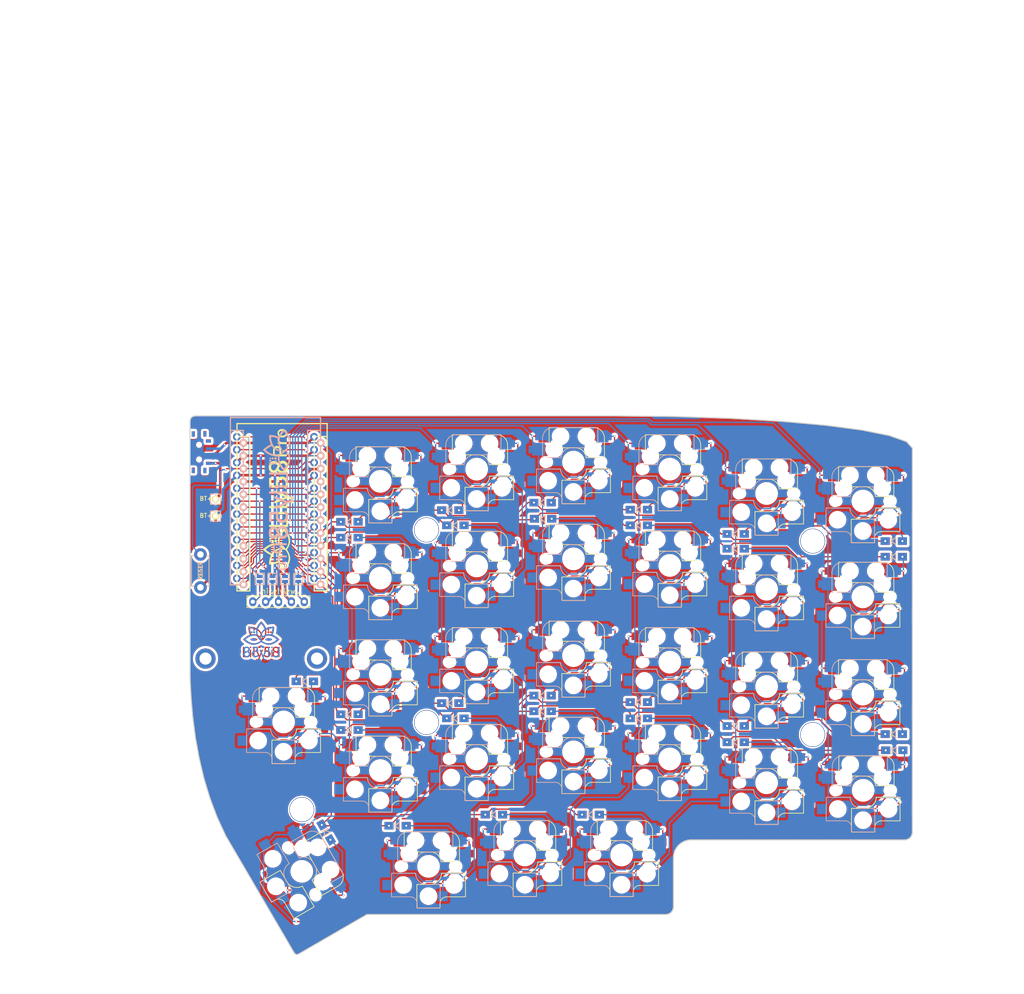
<source format=kicad_pcb>
(kicad_pcb (version 20240108) (generator "pcbnew") (generator_version "8.0")
  (layers (0 "F.Cu" signal) (31 "B.Cu" signal) (34 "B.Paste" user) (35 "F.Paste" user) (36 "B.SilkS" user "B.Silkscreen") (37 "F.SilkS" user "F.Silkscreen") (38 "B.Mask" user) (39 "F.Mask" user) (44 "Edge.Cuts" user))
  (net 0 "")
  (net 1 "Net-(D1-Pad2)")
  (net 2 "row4")
  (net 3 "Net-(D2-Pad2)")
  (net 4 "Net-(D3-Pad2)")
  (net 5 "row0")
  (net 6 "Net-(D4-Pad2)")
  (net 7 "row1")
  (net 8 "Net-(D5-Pad2)")
  (net 9 "row2")
  (net 10 "Net-(D6-Pad2)")
  (net 11 "row3")
  (net 12 "Net-(D7-Pad2)")
  (net 13 "Net-(D8-Pad2)")
  (net 14 "Net-(D9-Pad2)")
  (net 15 "Net-(D10-Pad2)")
  (net 16 "Net-(D11-Pad2)")
  (net 17 "Net-(D12-Pad2)")
  (net 18 "Net-(D13-Pad2)")
  (net 19 "Net-(D14-Pad2)")
  (net 20 "Net-(D15-Pad2)")
  (net 21 "Net-(D16-Pad2)")
  (net 22 "Net-(D17-Pad2)")
  (net 23 "Net-(D18-Pad2)")
  (net 24 "Net-(D19-Pad2)")
  (net 25 "Net-(D20-Pad2)")
  (net 26 "Net-(D21-Pad2)")
  (net 27 "Net-(D22-Pad2)")
  (net 28 "Net-(D23-Pad2)")
  (net 29 "Net-(D24-Pad2)")
  (net 30 "Net-(D25-Pad2)")
  (net 31 "Net-(D26-Pad2)")
  (net 32 "Net-(D27-Pad2)")
  (net 33 "Net-(D28-Pad2)")
  (net 34 "VCC")
  (net 35 "GND")
  (net 36 "col0")
  (net 37 "col1")
  (net 38 "col2")
  (net 39 "col3")
  (net 40 "col4")
  (net 41 "col5")
  (net 42 "SDA")
  (net 43 "SCL")
  (net 44 "RESET")
  (net 45 "Net-(D29-Pad2)")
  (net 46 "Net-(D1-A)")
  (net 47 "Net-(D2-A)")
  (net 48 "Net-(D3-A)")
  (net 49 "Net-(D4-A)")
  (net 50 "DATA")
  (net 51 "Net-(D5-A)")
  (net 52 "Net-(D6-A)")
  (net 53 "Net-(D7-A)")
  (net 54 "Net-(D8-A)")
  (net 55 "Net-(D9-A)")
  (net 56 "Net-(D10-A)")
  (net 57 "Net-(D11-A)")
  (net 58 "Net-(D12-A)")
  (net 59 "Net-(D13-A)")
  (net 60 "Net-(D14-A)")
  (net 61 "Net-(D15-A)")
  (net 62 "Net-(D16-A)")
  (net 63 "Net-(D17-A)")
  (net 64 "Net-(D18-A)")
  (net 65 "Net-(D19-A)")
  (net 66 "Net-(D20-A)")
  (net 67 "Net-(D21-A)")
  (net 68 "Net-(D22-A)")
  (net 69 "Net-(D23-A)")
  (net 70 "Net-(D24-A)")
  (net 71 "Net-(D25-A)")
  (net 72 "Net-(D26-A)")
  (net 73 "Net-(D27-A)")
  (net 74 "Net-(D28-A)")
  (net 75 "Net-(D29-A)")
  (net 76 "Net-(J1-Pin_1)")
  (net 78 "BATT+")
  (net 79 "Net-(Display1-CS)")
  (net 86 "Net-(Display1-GND)")
  (net 87 "Net-(Display1-SCK)")
  (net 88 "Net-(Display1-MOSI)")
  (net 89 "unconnected-(U1-RX(PD2)-Pad2)")
  (footprint "Lily58-footprint:HOLE_M2_TH" (layer "F.Cu") (at 129.6 59.6)
    (property "Reference" "TH3" (hide yes))
    (property "Value" "HOLE" (hide yes))
  )
  (footprint "Lily58-footprint:HOLE_M2_TH" (layer "F.Cu") (at 205.8 61.8)
    (property "Reference" "TH4" (hide yes))
    (property "Value" "HOLE" (hide yes))
  )
  (footprint "Lily58-footprint:HOLE_M2_TH" (layer "F.Cu") (at 129.6 97.6)
    (property "Reference" "TH5" (hide yes))
    (property "Value" "HOLE" (hide yes))
  )
  (footprint "Lily58-footprint:HOLE_M2_TH" (layer "F.Cu") (at 205.8 100)
    (property "Reference" "TH6" (hide yes))
    (property "Value" "HOLE" (hide yes))
  )
  (footprint "Lily58-footprint:HOLE_M2_TH" (layer "F.Cu") (at 105 114.8 90)
    (property "Reference" "TH7" (hide yes))
    (property "Value" "HOLE" (hide yes))
  )
  (footprint "Lily58-footprint:ProMicro_rev2" (layer "F.Cu") (at 101 56)
    (property "Reference" "U1" (hide yes))
    (property "Value" "ProMicro" (hide yes))
  )
  (footprint "Lily58-footprint:lily58_logo_Pro" (layer "F.Cu") (at 100.4 53.6 90)
    (property "Reference" "G***" (hide yes))
    (property "Value" "LOGO" (hide yes))
  )
  (footprint "Lily58-footprint:TACT_SWITCH_TVBP06" (layer "F.Cu") (at 85 67.7 90)
    (property "Reference" "RSW1" (hide yes))
    (property "Value" "SW_RST" (hide yes))
  )
  (footprint "Lily58-footprint:Diode_SOD123" (layer "F.Cu") (at 114.4 58)
    (property "Reference" "D1" (hide yes))
    (property "Value" "D" (hide yes))
  )
  (footprint "Lily58-footprint:Diode_SOD123" (layer "F.Cu") (at 134.3 55.7)
    (property "Reference" "D2" (hide yes))
    (property "Value" "D" (hide yes))
  )
  (footprint "Lily58-footprint:Diode_SOD123" (layer "F.Cu") (at 152.5 54.2)
    (property "Reference" "D3" (hide yes))
    (property "Value" "D" (hide yes))
  )
  (footprint "Lily58-footprint:Diode_SOD123" (layer "F.Cu") (at 171.5 55.6)
    (property "Reference" "D4" (hide yes))
    (property "Value" "D" (hide yes))
  )
  (footprint "Lily58-footprint:Diode_SOD123" (layer "F.Cu") (at 190.6 60.4)
    (property "Reference" "D5" (hide yes))
    (property "Value" "D" (hide yes))
  )
  (footprint "Lily58-footprint:Diode_SOD123" (layer "F.Cu") (at 221.8 61.8)
    (property "Reference" "D6" (hide yes))
    (property "Value" "D" (hide yes))
  )
  (footprint "Lily58-footprint:Diode_SOD123" (layer "F.Cu") (at 114.4 61.1)
    (property "Reference" "D7" (hide yes))
    (property "Value" "D" (hide yes))
  )
  (footprint "Lily58-footprint:Diode_SOD123" (layer "F.Cu") (at 135.3 58.7)
    (property "Reference" "D8" (hide yes))
    (property "Value" "D" (hide yes))
  )
  (footprint "Lily58-footprint:Diode_SOD123" (layer "F.Cu") (at 152.6 57.4)
    (property "Reference" "D9" (hide yes))
    (property "Value" "D" (hide yes))
  )
  (footprint "Lily58-footprint:Diode_SOD123" (layer "F.Cu") (at 171.5 58.7)
    (property "Reference" "D10" (hide yes))
    (property "Value" "D" (hide yes))
  )
  (footprint "Lily58-footprint:Diode_SOD123" (layer "F.Cu") (at 190.6 63.3)
    (property "Reference" "D11" (hide yes))
    (property "Value" "D" (hide yes))
  )
  (footprint "Lily58-footprint:Diode_SOD123" (layer "F.Cu") (at 221.8 64.9)
    (property "Reference" "D12" (hide yes))
    (property "Value" "D" (hide yes))
  )
  (footprint "Lily58-footprint:Diode_SOD123" (layer "F.Cu") (at 114.4 96)
    (property "Reference" "D13" (hide yes))
    (property "Value" "D" (hide yes))
  )
  (footprint "Lily58-footprint:Diode_SOD123" (layer "F.Cu") (at 134.3 93.8)
    (property "Reference" "D14" (hide yes))
    (property "Value" "D" (hide yes))
  )
  (footprint "Lily58-footprint:Diode_SOD123" (layer "F.Cu") (at 152.5 92.3)
    (property "Reference" "D15" (hide yes))
    (property "Value" "D" (hide yes))
  )
  (footprint "Lily58-footprint:Diode_SOD123" (layer "F.Cu") (at 171.5 93.6)
    (property "Reference" "D16" (hide yes))
    (property "Value" "D" (hide yes))
  )
  (footprint "Lily58-footprint:Diode_SOD123" (layer "F.Cu") (at 190.6 98.3)
    (property "Reference" "D17" (hide yes))
    (property "Value" "D" (hide yes))
  )
  (footprint "Lily58-footprint:Diode_SOD123" (layer "F.Cu") (at 221.8 99.9)
    (property "Reference" "D18" (hide yes))
    (property "Value" "D" (hide yes))
  )
  (footprint "Lily58-footprint:Diode_SOD123" (layer "F.Cu") (at 114.4 99.1)
    (property "Reference" "D19" (hide yes))
    (property "Value" "D" (hide yes))
  )
  (footprint "Lily58-footprint:Diode_SOD123" (layer "F.Cu") (at 135.3 96.8)
    (property "Reference" "D20" (hide yes))
    (property "Value" "D" (hide yes))
  )
  (footprint "Lily58-footprint:Diode_SOD123" (layer "F.Cu") (at 152.5 95.4)
    (property "Reference" "D21" (hide yes))
    (property "Value" "D" (hide yes))
  )
  (footprint "Lily58-footprint:Diode_SOD123" (layer "F.Cu") (at 171.5 96.8)
    (property "Reference" "D22" (hide yes))
    (property "Value" "D" (hide yes))
  )
  (footprint "Lily58-footprint:Diode_SOD123" (layer "F.Cu") (at 190.6 101.5)
    (property "Reference" "D23" (hide yes))
    (property "Value" "D" (hide yes))
  )
  (footprint "Lily58-footprint:Diode_SOD123" (layer "F.Cu") (at 221.9 103.1)
    (property "Reference" "D24" (hide yes))
    (property "Value" "D" (hide yes))
  )
  (footprint "Lily58-footprint:Diode_SOD123" (layer "F.Cu") (at 105.6 89.5)
    (property "Reference" "D25" (hide yes))
    (property "Value" "D" (hide yes))
  )
  (footprint "Lily58-footprint:Diode_SOD123" (layer "F.Cu") (at 109.8 119.3 -60)
    (property "Reference" "D26" (hide yes))
    (property "Value" "D" (hide yes))
  )
  (footprint "Lily58-footprint:Diode_SOD123" (layer "F.Cu") (at 123.9 118)
    (property "Reference" "D27" (hide yes))
    (property "Value" "D" (hide yes))
  )
  (footprint "Lily58-footprint:Diode_SOD123" (layer "F.Cu") (at 142.9 115.8)
    (property "Reference" "D28" (hide yes))
    (property "Value" "D" (hide yes))
  )
  (footprint "Lily58-footprint:Diode_SOD123" (layer "F.Cu") (at 162 115.8)
    (property "Reference" "D29" (hide yes))
    (property "Value" "D" (hide yes))
  )
  (footprint "Lily58-footprint:CherryMX_KailhLowProfile_Hotswap_edge" (layer "F.Cu") (at 120.5 50)
    (property "Reference" "SW1" (hide yes))
    (property "Value" "SW_PUSH" (hide yes))
  )
  (footprint "Lily58-footprint:CherryMX_KailhLowProfile_Hotswap_edge" (layer "F.Cu") (at 139.5 47.6)
    (property "Reference" "SW2" (hide yes))
    (property "Value" "SW_PUSH" (hide yes))
  )
  (footprint "Lily58-footprint:CherryMX_KailhLowProfile_Hotswap_edge" (layer "F.Cu") (at 158.6 46.21)
    (property "Reference" "SW3" (hide yes))
    (property "Value" "SW_PUSH" (hide yes))
  )
  (footprint "Lily58-footprint:CherryMX_KailhLowProfile_Hotswap_edge" (layer "F.Cu") (at 177.6 47.6)
    (property "Reference" "SW4" (hide yes))
    (property "Value" "SW_PUSH" (hide yes))
  )
  (footprint "Lily58-footprint:CherryMX_KailhLowProfile_Hotswap_edge" (layer "F.Cu") (at 196.7 52.4)
    (property "Reference" "SW5" (hide yes))
    (property "Value" "SW_PUSH" (hide yes))
  )
  (footprint "Lily58-footprint:CherryMX_KailhLowProfile_Hotswap_edge" (layer "F.Cu") (at 215.7 53.9)
    (property "Reference" "SW6" (hide yes))
    (property "Value" "SW_PUSH" (hide yes))
  )
  (footprint "Lily58-footprint:CherryMX_KailhLowProfile_Hotswap_edge" (layer "F.Cu") (at 120.5 69.1)
    (property "Reference" "SW7" (hide yes))
    (property "Value" "SW_PUSH" (hide yes))
  )
  (footprint "Lily58-footprint:CherryMX_KailhLowProfile_Hotswap_edge" (layer "F.Cu") (at 139.5 66.7)
    (property "Reference" "SW8" (hide yes))
    (property "Value" "SW_PUSH" (hide yes))
  )
  (footprint "Lily58-footprint:CherryMX_KailhLowProfile_Hotswap_edge" (layer "F.Cu") (at 158.6 65.3)
    (property "Reference" "SW9" (hide yes))
    (property "Value" "SW_PUSH" (hide yes))
  )
  (footprint "Lily58-footprint:CherryMX_KailhLowProfile_Hotswap_edge" (layer "F.Cu") (at 177.6 66.6)
    (property "Reference" "SW10" (hide yes))
    (property "Value" "SW_PUSH" (hide yes))
  )
  (footprint "Lily58-footprint:CherryMX_KailhLowProfile_Hotswap_edge" (layer "F.Cu") (at 196.7 71.3)
    (property "Reference" "SW11" (hide yes))
    (property "Value" "SW_PUSH" (hide yes))
  )
  (footprint "Lily58-footprint:CherryMX_KailhLowProfile_Hotswap_edge" (layer "F.Cu") (at 215.7 72.8)
    (property "Reference" "SW12" (hide yes))
    (property "Value" "SW_PUSH" (hide yes))
  )
  (footprint "Lily58-footprint:CherryMX_KailhLowProfile_Hotswap_edge" (layer "F.Cu") (at 120.5 88.1)
    (property "Reference" "SW13" (hide yes))
    (property "Value" "SW_PUSH" (hide yes))
  )
  (footprint "Lily58-footprint:CherryMX_KailhLowProfile_Hotswap_edge" (layer "F.Cu") (at 139.5 85.7)
    (property "Reference" "SW14" (hide yes))
    (property "Value" "SW_PUSH" (hide yes))
  )
  (footprint "Lily58-footprint:CherryMX_KailhLowProfile_Hotswap_edge" (layer "F.Cu") (at 158.6 84.4)
    (property "Reference" "SW15" (hide yes))
    (property "Value" "SW_PUSH" (hide yes))
  )
  (footprint "Lily58-footprint:CherryMX_KailhLowProfile_Hotswap_edge" (layer "F.Cu") (at 177.6 85.7)
    (property "Reference" "SW16" (hide yes))
    (property "Value" "SW_PUSH" (hide yes))
  )
  (footprint "Lily58-footprint:CherryMX_KailhLowProfile_Hotswap_edge" (layer "F.Cu") (at 196.7 90.5)
    (property "Reference" "SW17" (hide yes))
    (property "Value" "SW_PUSH" (hide yes))
  )
  (footprint "Lily58-footprint:CherryMX_KailhLowProfile_Hotswap_edge" (layer "F.Cu") (at 215.7 92)
    (property "Reference" "SW18" (hide yes))
    (property "Value" "SW_PUSH" (hide yes))
  )
  (footprint "Lily58-footprint:CherryMX_KailhLowProfile_Hotswap_edge" (layer "F.Cu") (at 120.5 107.1)
    (property "Reference" "SW19" (hide yes))
    (property "Value" "SW_PUSH" (hide yes))
  )
  (footprint "Lily58-footprint:CherryMX_KailhLowProfile_Hotswap_edge" (layer "F.Cu") (at 139.5 104.8)
    (property "Reference" "SW20" (hide yes))
    (property "Value" "SW_PUSH" (hide yes))
  )
  (footprint "Lily58-footprint:CherryMX_KailhLowProfile_Hotswap_edge" (layer "F.Cu") (at 158.6 103.4)
    (property "Reference" "SW21" (hide yes))
    (property "Value" "SW_PUSH" (hide yes))
  )
  (footprint "Lily58-footprint:CherryMX_KailhLowProfile_Hotswap_edge" (layer "F.Cu") (at 177.6 104.8)
    (property "Reference" "SW22" (hide yes))
    (property "Value" "SW_PUSH" (hide yes))
  )
  (footprint "Lily58-footprint:CherryMX_KailhLowProfile_Hotswap_edge" (layer "F.Cu") (at 196.7 109.5)
    (property "Reference" "SW23" (hide yes))
    (property "Value" "SW_PUSH" (hide yes))
  )
  (footprint "Lily58-footprint:CherryMX_KailhLowProfile_Hotswap_edge" (layer "F.Cu") (at 215.75 111)
    (property "Reference" "SW24" (hide yes))
    (property "Value" "SW_PUSH" (hide yes))
  )
  (footprint "Lily58-footprint:CherryMX_KailhLowProfile_Hotswap_edge" (layer "F.Cu") (at 101.4 97.5)
    (property "Reference" "SW25" (hide yes))
    (property "Value" "SW_PUSH" (hide yes))
  )
  (footprint "Lily58-footprint:CherryMX_KailhLowProfile_Hotswap_edge" (layer "F.Cu") (at 105 127 -60)
    (property "Reference" "SW26" (hide yes))
    (property "Value" "SW_PUSH" (hide yes))
  )
  (footprint "Lily58-footprint:CherryMX_KailhLowProfile_Hotswap_edge" (layer "F.Cu") (at 130 126)
    (property "Reference" "SW27" (hide yes))
    (property "Value" "SW_PUSH" (hide yes))
  )
  (footprint "Lily58-footprint:CherryMX_KailhLowProfile_Hotswap_edge" (layer "F.Cu") (at 149 123.75)
    (property "Reference" "SW28" (hide yes))
    (property "Value" "SW_PUSH" (hide yes))
  )
  (footprint "Lily58-footprint:CherryMX_KailhLowProfile_Hotswap_edge" (layer "F.Cu") (at 168.1 123.75)
    (property "Reference" "SW29" (hide yes))
    (property "Value" "SW_PUSH" (hide yes))
  )
  (footprint "Lily58-footprint:M2_HOLE_PCB" (layer "F.Cu") (at 86 85)
    (property "Reference" "TH1" (hide yes))
    (property "Value" "HOLE")
  )
  (footprint "Lily58-footprint:M2_HOLE_PCB" (layer "F.Cu") (at 108 85)
    (property "Reference" "TH2" (hide yes))
    (property "Value" "HOLE")
  )
  (footprint "Lily58-footprint:lily58_logo_2" (layer "F.Cu") (at 97 81.5)
    (property "Reference" "G***" (hide yes))
    (property "Value" "LOGO" (hide yes))
  )
  (footprint "footprint:1pin_conn" (layer "F.Cu") (at 87.975 56.875 180)
    (property "Reference" "BT-")
    (property "Value" "BATT_GND" (hide yes))
  )
  (footprint "lily58:Jumper" (layer "F.Cu") (at 104.3 69.30038 90)
    (property "Reference" "JP1" (hide yes))
    (property "Value" "~")
  )
  (footprint "lily58:nice_view_1side" (layer "F.Cu") (at 95.325 73.775)
    (property "Reference" "Display1")
    (property "Value" "nice!view" (hide yes))
  )
  (footprint "lily58:Jumper" (layer "F.Cu") (at 99.2 69.30038 90)
    (property "Reference" "JP3" (hide yes))
    (property "Value" "~")
  )
  (footprint "lily58:Jumper" (layer "F.Cu") (at 96.7 69.27538 90)
    (property "Reference" "JP4" (hide yes))
    (property "Value" "~")
  )
  (footprint "switch:switch-MSK-12C02-smd" (layer "F.Cu") (at 83.382 44.225)
    (property "Reference" "PWSW2")
    (property "Value" "SW_SPDT_312")
  )
  (footprint "lily58:Jumper" (layer "F.Cu") (at 101.7 69.30038 90)
    (property "Reference" "JP2" (hide yes))
    (property "Value" "~")
  )
  (footprint "footprint:1pin_conn" (layer "F.Cu") (at 87.975 53.525 180)
    (property "Reference" "BT+")
    (property "Value" "BATT+" (hide yes))
  )
  (footprint "Lily58-footprint:lily58_logo_Pro" (layer "B.Cu") (at 100.4 53.7 -90)
    (property "Reference" "G***" (hide yes))
    (property "Value" "LOGO" (hide yes))
  )
  (footprint "Lily58-footprint:lily58_logo_2" (layer "B.Cu") (at 97 81.5 180)
    (property "Reference" "G***" (hide yes))
    (property "Value" "LOGO" (hide yes))
  )
  (footprint "switch:switch-MSK-12C02-smd" (layer "B.Cu") (at 83.382 44.275)
    (property "Reference" "PWSW1")
    (property "Value" "SW_SPDT_312")
  )
  (footprint "lily58:Jumper" (layer "B.Cu") (at 104.3 69.30038 90)
    (property "Reference" "JP5" (hide yes))
    (property "Value" "~")
  )
  (footprint "lily58:Jumper" (layer "B.Cu") (at 101.7 69.30038 90)
    (property "Reference" "JP6" (hide yes))
    (property "Value" "~")
  )
  (footprint "lily58:Jumper" (layer "B.Cu") (at 99.2 69.30038 90)
    (property "Reference" "JP7" (hide yes))
    (property "Value" "~")
  )
  (footprint "lily58:Jumper" (layer "B.Cu") (at 96.7 69.27538 90)
    (property "Reference" "JP8" (hide yes))
    (property "Value" "~")
  )
  (gr_line (start 83.579303 37.16921) (end 83.776462 37.108075) (stroke (width 0.2)) (layer "Edge.Cuts"))
  (gr_line (start 220.889319 40.963847) (end 215.525697 39.885159) (stroke (width 0.2)) (layer "Edge.Cuts"))
  (gr_line (start 178.319348 124.289735) (end 178.319348 125.507775) (stroke (width 0.2)) (layer "Edge.Cuts"))
  (gr_line (start 82.937528 57.057562) (end 82.937528 50.750629) (stroke (width 0.2)) (layer "Edge.Cuts"))
  (gr_line (start 94.396044 37.086762) (end 83.98821 37.086762) (stroke (width 0.2)) (layer "Edge.Cuts"))
  (gr_line (start 136.027379 37.086762) (end 125.619545 37.086762) (stroke (width 0.2)) (layer "Edge.Cuts"))
  (gr_line (start 98.371341 134.32002) (end 100.047036 137.18634) (stroke (width 0.2)) (layer "Edge.Cuts"))
  (gr_line (start 86.863105 112.53067) (end 88.291758 116.318073) (stroke (width 0.2)) (layer "Edge.Cuts"))
  (gr_line (start 139.971738 135.511658) (end 147.34126 135.511658) (stroke (width 0.2)) (layer "Edge.Cuts"))
  (gr_line (start 100.047036 137.18634) (end 101.72273 140.052659) (stroke (width 0.2)) (layer "Edge.Cuts"))
  (gr_line (start 82.937528 69.671429) (end 82.937528 63.364495) (stroke (width 0.2)) (layer "Edge.Cuts"))
  (gr_line (start 178.319348 134.011658) (end 178.288901 134.314154) (stroke (width 0.2)) (layer "Edge.Cuts"))
  (gr_line (start 225.342217 119.873887) (end 225.204001 120.128696) (stroke (width 0.2)) (layer "Edge.Cuts"))
  (gr_line (start 180.456326 121.064561) (end 181.113524 120.860778) (stroke (width 0.2)) (layer "Edge.Cuts"))
  (gr_line (start 213.424836 120.789735) (end 218.692418 120.789735) (stroke (width 0.2)) (layer "Edge.Cuts"))
  (gr_line (start 225.429552 119.592231) (end 225.342217 119.873887) (stroke (width 0.2)) (layer "Edge.Cuts"))
  (gr_line (start 197.622092 120.789735) (end 202.889673 120.789735) (stroke (width 0.2)) (layer "Edge.Cuts"))
  (gr_line (start 225.459999 119.289735) (end 225.429552 119.592231) (stroke (width 0.2)) (layer "Edge.Cuts"))
  (gr_line (start 167.250881 37.086762) (end 156.843047 37.086762) (stroke (width 0.2)) (layer "Edge.Cuts"))
  (gr_line (start 187.086929 120.789735) (end 192.354511 120.789735) (stroke (width 0.2)) (layer "Edge.Cuts"))
  (gr_line (start 208.157255 120.789735) (end 213.424836 120.789735) (stroke (width 0.2)) (layer "Edge.Cuts"))
  (gr_line (start 132.602217 135.511658) (end 139.971738 135.511658) (stroke (width 0.2)) (layer "Edge.Cuts"))
  (gr_line (start 156.843047 37.086762) (end 146.435213 37.086762) (stroke (width 0.2)) (layer "Edge.Cuts"))
  (gr_line (start 225.46 62.4) (end 225.46 71.881623) (stroke (width 0.2)) (layer "Edge.Cuts"))
  (gr_line (start 104.288864 143.357278) (end 104.456758 143.271756) (stroke (width 0.2)) (layer "Edge.Cuts"))
  (gr_line (start 225.46 43.436755) (end 224.278471 42.15619) (stroke (width 0.2)) (layer "Edge.Cuts"))
  (gr_line (start 83.020657 37.727855) (end 83.117409 37.549489) (stroke (width 0.2)) (layer "Edge.Cuts"))
  (gr_line (start 178.319348 125.507775) (end 178.319348 126.725814) (stroke (width 0.2)) (layer "Edge.Cuts"))
  (gr_line (start 178.916678 122.33216) (end 179.343884 121.814271) (stroke (width 0.2)) (layer "Edge.Cuts"))
  (gr_line (start 91.668563 122.854742) (end 93.344258 125.721062) (stroke (width 0.2)) (layer "Edge.Cuts"))
  (gr_line (start 177.4035 135.393876) (end 177.121844 135.481211) (stroke (width 0.2)) (layer "Edge.Cuts"))
  (gr_line (start 225.46 43.436755) (end 225.46 52.918378) (stroke (width 0.2)) (layer "Edge.Cuts"))
  (gr_line (start 178.319348 131.597973) (end 178.319348 132.816013) (stroke (width 0.2)) (layer "Edge.Cuts"))
  (gr_line (start 83.776462 37.108075) (end 83.98821 37.086762) (stroke (width 0.2)) (layer "Edge.Cuts"))
  (gr_line (start 192.354511 120.789735) (end 197.622092 120.789735) (stroke (width 0.2)) (layer "Edge.Cuts"))
  (gr_line (start 199.807654 38.170488) (end 189.919538 37.585374) (stroke (width 0.2)) (layer "Edge.Cuts"))
  (gr_line (start 162.080304 135.511658) (end 169.449826 135.511658) (stroke (width 0.2)) (layer "Edge.Cuts"))
  (gr_line (start 125.619545 37.086762) (end 115.211711 37.086762) (stroke (width 0.2)) (layer "Edge.Cuts"))
  (gr_line (start 93.344258 125.721062) (end 95.019952 128.587381) (stroke (width 0.2)) (layer "Edge.Cuts"))
  (gr_line (start 181.113524 120.860778) (end 181.819348 120.789735) (stroke (width 0.2)) (layer "Edge.Cuts"))
  (gr_line (start 83.24557 37.394123) (end 83.400937 37.265961) (stroke (width 0.2)) (layer "Edge.Cuts"))
  (gr_line (start 208.420758 38.945561) (end 199.807654 38.170488) (stroke (width 0.2)) (layer "Edge.Cuts"))
  (gr_line (start 178.063349 134.850619) (end 177.880261 135.072571) (stroke (width 0.2)) (layer "Edge.Cuts"))
  (gr_line (start 83.13569 92.617561) (end 83.490297 96.657663) (stroke (width 0.2)) (layer "Edge.Cuts"))
  (gr_line (start 179.343884 121.814271) (end 179.861773 121.387065) (stroke (width 0.2)) (layer "Edge.Cuts"))
  (gr_line (start 179.861773 121.387065) (end 180.456326 121.064561) (stroke (width 0.2)) (layer "Edge.Cuts"))
  (gr_line (start 82.959523 37.925015) (end 83.020657 37.727855) (stroke (width 0.2)) (layer "Edge.Cuts"))
  (gr_line (start 109.483841 140.36134) (end 111.159536 139.391201) (stroke (width 0.2)) (layer "Edge.Cuts"))
  (gr_line (start 104.456758 143.271756) (end 106.132452 142.301617) (stroke (width 0.2)) (layer "Edge.Cuts"))
  (gr_line (start 202.889673 120.789735) (end 208.157255 120.789735) (stroke (width 0.2)) (layer "Edge.Cuts"))
  (gr_line (start 82.937528 75.978362) (end 82.937528 69.671429) (stroke (width 0.2)) (layer "Edge.Cuts"))
  (gr_line (start 83.117409 37.549489) (end 83.24557 37.394123) (stroke (width 0.2)) (layer "Edge.Cuts"))
  (gr_line (start 115.211711 37.086762) (end 104.803877 37.086762) (stroke (width 0.2)) (layer "Edge.Cuts"))
  (gr_line (start 114.510925 137.450923) (end 116.186619 136.480784) (stroke (width 0.2)) (layer "Edge.Cuts"))
  (gr_line (start 116.186619 136.480784) (end 117.862313 135.510645) (stroke (width 0.2)) (layer "Edge.Cuts"))
  (gr_line (start 224.544152 120.671952) (end 224.262495 120.759288) (stroke (width 0.2)) (layer "Edge.Cuts"))
  (gr_line (start 112.83523 138.421062) (end 114.510925 137.450923) (stroke (width 0.2)) (layer "Edge.Cuts"))
  (gr_line (start 181.819348 120.789735) (end 187.086929 120.789735) (stroke (width 0.2)) (layer "Edge.Cuts"))
  (gr_line (start 146.435213 37.086762) (end 136.027379 37.086762) (stroke (width 0.2)) (layer "Edge.Cuts"))
  (gr_line (start 82.937528 63.364495) (end 82.937528 57.057562) (stroke (width 0.2)) (layer "Edge.Cuts"))
  (gr_line (start 178.288901 134.314154) (end 178.201565 134.59581) (stroke (width 0.2)) (layer "Edge.Cuts"))
  (gr_line (start 177.658308 135.25566) (end 177.4035 135.393876) (stroke (width 0.2)) (layer "Edge.Cuts"))
  (gr_line (start 178.319348 129.161894) (end 178.319348 130.379933) (stroke (width 0.2)) (layer "Edge.Cuts"))
  (gr_line (start 104.803877 37.086762) (end 94.396044 37.086762) (stroke (width 0.2)) (layer "Edge.Cuts"))
  (gr_line (start 106.132452 142.301617) (end 107.808147 141.331479) (stroke (width 0.2)) (layer "Edge.Cuts"))
  (gr_line (start 107.808147 141.331479) (end 109.483841 140.36134) (stroke (width 0.2)) (layer "Edge.Cuts"))
  (gr_line (start 103.981252 143.413974) (end 104.130206 143.404468) (stroke (width 0.2)) (layer "Edge.Cuts"))
  (gr_line (start 178.319348 127.943854) (end 178.319348 129.161894) (stroke (width 0.2)) (layer "Edge.Cuts"))
  (gr_line (start 85.688004 108.649127) (end 86.863105 112.53067) (stroke (width 0.2)) (layer "Edge.Cuts"))
  (gr_line (start 177.121844 135.481211) (end 176.819348 135.511658) (stroke (width 0.2)) (layer "Edge.Cuts"))
  (gr_line (start 178.989563 37.215654) (end 167.250881 37.086762) (stroke (width 0.2)) (layer "Edge.Cuts"))
  (gr_line (start 83.400937 37.265961) (end 83.579303 37.16921) (stroke (width 0.2)) (layer "Edge.Cuts"))
  (gr_line (start 104.130206 143.404468) (end 104.288864 143.357278) (stroke (width 0.2)) (layer "Edge.Cuts"))
  (gr_line (start 88.291758 116.318073) (end 89.993333 119.98954) (stroke (width 0.2)) (layer "Edge.Cuts"))
  (gr_line (start 82.937528 50.750629) (end 82.937528 44.443695) (stroke (width 0.2)) (layer "Edge.Cuts"))
  (gr_line (start 82.937777 88.592317) (end 83.13569 92.617561) (stroke (width 0.2)) (layer "Edge.Cuts"))
  (gr_line (start 103.398425 142.918979) (end 103.491837 143.08815) (stroke (width 0.2)) (layer "Edge.Cuts"))
  (gr_line (start 154.710782 135.511658) (end 162.080304 135.511658) (stroke (width 0.2)) (layer "Edge.Cuts"))
  (gr_line (start 147.34126 135.511658) (end 154.710782 135.511658) (stroke (width 0.2)) (layer "Edge.Cuts"))
  (gr_line (start 178.594174 122.926713) (end 178.916678 122.33216) (stroke (width 0.2)) (layer "Edge.Cuts"))
  (gr_line (start 178.201565 134.59581) (end 178.063349 134.850619) (stroke (width 0.2)) (layer "Edge.Cuts"))
  (gr_line (start 224.278471 42.15619) (end 220.889319 40.963847) (stroke (width 0.2)) (layer "Edge.Cuts"))
  (gr_line (start 218.692418 120.789735) (end 223.959999 120.789735) (stroke (width 0.2)) (layer "Edge.Cuts"))
  (gr_line (start 95.019952 128.587381) (end 96.695647 131.453701) (stroke (width 0.2)) (layer "Edge.Cuts"))
  (gr_line (start 103.714328 143.322532) (end 103.84247 143.386445) (stroke (width 0.2)) (layer "Edge.Cuts"))
  (gr_line (start 224.79896 120.533736) (end 224.544152 120.671952) (stroke (width 0.2)) (layer "Edge.Cuts"))
  (gr_line (start 178.319348 132.816013) (end 178.319348 134.011658) (stroke (width 0.2)) (layer "Edge.Cuts"))
  (gr_line (start 101.72273 140.052659) (end 103.398425 142.918979) (stroke (width 0.2)) (layer "Edge.Cuts"))
  (gr_line (start 225.46 109.808112) (end 225.46 119.289735) (stroke (width 0.2)) (layer "Edge.Cuts"))
  (gr_line (start 82.937528 44.443695) (end 82.937528 38.136762) (stroke (width 0.2)) (layer "Edge.Cuts"))
  (gr_line (start 225.46 100.32649) (end 225.46 109.808112) (stroke (width 0.2)) (layer "Edge.Cuts"))
  (gr_line (start 84.020972 100.690825) (end 84.747083 104.695246) (stroke (width 0.2)) (layer "Edge.Cuts"))
  (gr_line (start 225.46 90.844867) (end 225.46 100.32649) (stroke (width 0.2)) (layer "Edge.Cuts"))
  (gr_line (start 178.319348 126.725814) (end 178.319348 127.943854) (stroke (width 0.2)) (layer "Edge.Cuts"))
  (gr_line (start 225.204001 120.128696) (end 225.020912 120.350648) (stroke (width 0.2)) (layer "Edge.Cuts"))
  (gr_line (start 177.880261 135.072571) (end 177.658308 135.25566) (stroke (width 0.2)) (layer "Edge.Cuts"))
  (gr_line (start 178.390391 123.583911) (end 178.594174 122.926713) (stroke (width 0.2)) (layer "Edge.Cuts"))
  (gr_line (start 82.93821 38.136762) (end 82.959523 37.925015) (stroke (width 0.2)) (layer "Edge.Cuts"))
  (gr_line (start 103.84247 143.386445) (end 103.981252 143.413974) (stroke (width 0.2)) (layer "Edge.Cuts"))
  (gr_line (start 178.319348 130.379933) (end 178.319348 131.597973) (stroke (width 0.2)) (layer "Edge.Cuts"))
  (gr_line (start 169.449826 135.511658) (end 176.819348 135.511658) (stroke (width 0.2)) (layer "Edge.Cuts"))
  (gr_line (start 215.525697 39.885159) (end 208.420758 38.945561) (stroke (width 0.2)) (layer "Edge.Cuts"))
  (gr_line (start 84.747083 104.695246) (end 85.688004 108.649127) (stroke (width 0.2)) (layer "Edge.Cuts"))
  (gr_line (start 117.863173 135.511658) (end 125.232695 135.511658) (stroke (width 0.2)) (layer "Edge.Cuts"))
  (gr_line (start 225.46 52.918378) (end 225.46 62.4) (stroke (width 0.2)) (layer "Edge.Cuts"))
  (gr_line (start 125.232695 135.511658) (end 132.602217 135.511658) (stroke (width 0.2)) (layer "Edge.Cuts"))
  (gr_line (start 82.937528 82.285296) (end 82.937528 75.978362) (stroke (width 0.2)) (layer "Edge.Cuts"))
  (gr_line (start 224.262495 120.759288) (end 223.959999 120.789735) (stroke (width 0.2)) (layer "Edge.Cuts"))
  (gr_line (start 178.319348 124.289735) (end 178.390391 123.583911) (stroke (width 0.2)) (layer "Edge.Cuts"))
  (gr_line (start 89.992869 119.988423) (end 91.668563 122.854742) (stroke (width 0.2)) (layer "Edge.Cuts"))
  (gr_line (start 225.020912 120.350648) (end 224.79896 120.533736) (stroke (width 0.2)) (layer "Edge.Cuts"))
  (gr_line (start 189.919538 37.585374) (end 178.989563 37.215654) (stroke (width 0.2)) (layer "Edge.Cuts"))
  (gr_line (start 82.937528 88.592229) (end 82.937528 82.285296) (stroke (width 0.2)) (layer "Edge.Cuts"))
  (gr_line (start 111.159536 139.391201) (end 112.83523 138.421062) (stroke (width 0.2)) (layer "Edge.Cuts"))
  (gr_line (start 103.597295 143.222884) (end 103.714328 143.322532) (stroke (width 0.2)) (layer "Edge.Cuts"))
  (gr_line (start 96.695647 131.453701) (end 98.371341 134.32002) (stroke (width 0.2)) (layer "Edge.Cuts"))
  (gr_line (start 225.46 71.881623) (end 225.46 81.363245) (stroke (width 0.2)) (layer "Edge.Cuts"))
  (gr_line (start 103.491837 143.08815) (end 103.597295 143.222884) (stroke (width 0.2)) (layer "Edge.Cuts"))
  (gr_line (start 83.490297 96.657663) (end 84.020972 100.690825) (stroke (width 0.2)) (layer "Edge.Cuts"))
  (gr_line (start 225.46 81.363245) (end 225.46 90.844867) (stroke (width 0.2)) (layer "Edge.Cuts"))
  (segment (start 106.224255 52.585745) (end 107.42 51.39) (width 0.25) (layer "F.Cu") (net 0))
  (segment (start 92.18 56.47) (end 105.469992 56.47) (width 0.25) (layer "F.Cu") (net 0))
  (segment (start 105.469992 56.47) (end 105.499993 56.500001) (width 0.25) (layer "F.Cu") (net 0))
  (segment (start 106.224255 55.125745) (end 107.42 53.93) (width 0.25) (layer "F.Cu") (net 0))
  (segment (start 105.499993 56.500001) (end 105.699992 56.7) (width 0.25) (layer "F.Cu") (net 0))
  (segment (start 93.478815 52.585745) (end 106.224255 52.585745) (width 0.25) (layer "F.Cu") (net 0))
  (segment (start 93.478815 55.125745) (end 106.224255 55.125745) (width 0.25) (layer "F.Cu") (net 0))
  (via (at 105.699992 56.7) (size 0.4) (drill 0.3) (layers "F.Cu" "B.Cu") (net 0))
  (segment (start 108.718815 57.665745) (end 106.665737 57.665745) (width 0.25) (layer "B.Cu") (net 0))
  (segment (start 105.699992 56.7) (end 106.665737 57.665745) (width 0.25) (layer "B.Cu") (net 0))
  (segment (start 127.2 51.4) (end 124.975728 51.4) (width 0.25) (layer "F.Cu") (net 1))
  (segment (start 116.1 57.6) (end 116.1 58) (width 0.25) (layer "F.Cu") (net 1))
  (segment (start 129 47.5) (end 127.44 47.5) (width 0.25) (layer "F.Cu") (net 1))
  (segment (start 117.7 55.8) (end 120 53.5) (width 0.25) (layer "F.Cu") (net 1))
  (segment (start 127.4 51.2) (end 127.2 51.4) (width 0.25) (layer "F.Cu") (net 1))
  (segment (start 127.44 47.5) (end 127.4 47.46) (width 0.25) (layer "F.Cu") (net 1))
  (segment (start 124.975728 51.4) (end 123.299992 53.075736) (width 0.25) (layer "F.Cu") (net 1))
  (segment (start 117.7 55.9) (end 117.7 55.8) (width 0.25) (layer "F.Cu") (net 1))
  (segment (start 120 53.5) (end 123.299992 53.5) (width 0.25) (layer "F.Cu") (net 1))
  (segment (start 123.299992 53.075736) (end 123.299992 53.5) (width 0.25) (layer "F.Cu") (net 1))
  (segment (start 127.4 47.46) (end 127.4 51.2) (width 0.25) (layer "F.Cu") (net 1))
  (segment (start 117.7 55.9) (end 117.7 56) (width 0.25) (layer "F.Cu") (net 1))
  (segment (start 128.5 46.36) (end 127.4 47.46) (width 0.25) (layer "F.Cu") (net 1))
  (segment (start 117.7 56) (end 116.1 57.6) (width 0.25) (layer "F.Cu") (net 1))
  (segment (start 128.5 44.9) (end 128.5 46.36) (width 0.25) (layer "F.Cu") (net 1))
  (via (at 128.5 44.9) (size 0.4) (drill 0.3) (layers "F.Cu" "B.Cu") (net 1))
  (via (at 123.299992 53.5) (size 0.4) (drill 0.3) (layers "F.Cu" "B.Cu") (net 1))
  (segment (start 123.3 55.9) (end 123.3 53.500008) (width 0.25) (layer "B.Cu") (net 1))
  (segment (start 126.1 44.92) (end 127.68 44.92) (width 0.25) (layer "B.Cu") (net 1))
  (segment (start 127.7 44.9) (end 128.5 44.9) (width 0.25) (layer "B.Cu") (net 1))
  (segment (start 127.68 44.92) (end 127.7 44.9) (width 0.25) (layer "B.Cu") (net 1))
  (segment (start 123.3 53.500008) (end 123.299992 53.5) (width 0.25) (layer "B.Cu") (net 1))
  (segment (start 158.074999 114.724999) (end 142.425001 114.724999) (width 0.25) (layer "F.Cu") (net 2))
  (segment (start 94.8 66.774603) (end 95.465639 66.108964) (width 0.25) (layer "F.Cu") (net 2))
  (segment (start 103.666208 66) (end 104.255664 66) (width 0.25) (layer "F.Cu") (net 2))
  (segment (start 103.9 88.5) (end 104.2 88.2) (width 0.25) (layer "F.Cu") (net 2))
  (segment (start 124.55 115.8) (end 122.35 118) (width 0.25) (layer "F.Cu") (net 2))
  (segment (start 141.35 115.8) (end 141.2 115.8) (width 0.25) (layer "F.Cu") (net 2))
  (segment (start 110.825001 87.574999) (end 110.825001 115.952756) (width 0.25) (layer "F.Cu") (net 2))
  (segment (start 159.15 115.8) (end 158.074999 114.724999) (width 0.25) (layer "F.Cu") (net 2))
  (segment (start 111.1 74.218176) (end 111.1 72.74693) (width 0.25) (layer "F.Cu") (net 2))
  (segment (start 141.2 115.8) (end 124.55 115.8) (width 0.25) (layer "F.Cu") (net 2))
  (segment (start 92.18 69.17) (end 93.83 69.17) (width 0.25) (layer "F.Cu") (net 2))
  (segment (start 95.465639 65.208109) (end 96.523748 64.15) (width 0.25) (layer "F.Cu") (net 2))
  (segment (start 110.825001 87.574999) (end 110.6 87.349998) (width 0.25) (layer "F.Cu") (net 2))
  (segment (start 109.122243 118) (end 108.95 117.827757) (width 0.25) (layer "F.Cu") (net 2))
  (segment (start 103.9 89.5) (end 103.9 88.5) (width 0.25) (layer "F.Cu") (net 2))
  (segment (start 101.816208 64.15) (end 103.666208 66) (width 0.25) (layer "F.Cu") (net 2))
  (segment (start 96.523748 64.15) (end 101.816208 64.15) (width 0.25) (layer "F.Cu") (net 2))
  (segment (start 93.83 69.17) (end 94.8 68.2) (width 0.25) (layer "F.Cu") (net 2))
  (segment (start 104.2 88.2) (end 110.2 88.2) (width 0.25) (layer "F.Cu") (net 2))
  (segment (start 95.465639 66.108964) (end 95.465639 65.208109) (width 0.25) (layer "F.Cu") (net 2))
  (segment (start 142.425001 114.724999) (end 141.35 115.8) (width 0.25) (layer "F.Cu") (net 2))
  (segment (start 94.8 68.2) (end 94.8 66.774603) (width 0.25) (layer "F.Cu") (net 2))
  (segment (start 122.2 118) (end 109.122243 118) (width 0.25) (layer "F.Cu") (net 2))
  (segment (start 104.255664 66) (end 105.327833 67.072169) (width 0.25) (layer "F.Cu") (net 2))
  (segment (start 160.3 115.8) (end 159.15 115.8) (width 0.25) (layer "F.Cu") (net 2))
  (segment (start 110.6 74.718176) (end 111.1 74.218176) (width 0.25) (layer "F.Cu") (net 2))
  (segment (start 108.95 117.827757) (end 110.825001 115.952756) (width 0.25) (layer "F.Cu") (net 2))
  (segment (start 110.6 87.349998) (end 110.6 74.718176) (width 0.25) (layer "F.Cu") (net 2))
  (segment (start 122.35 118) (end 122.2 118) (width 0.25) (layer "F.Cu") (net 2))
  (segment (start 111.1 72.74693) (end 108.718815 70.365745) (width 0.25) (layer "F.Cu") (net 2))
  (segment (start 110.2 88.2) (end 110.825001 87.574999) (width 0.25) (layer "F.Cu") (net 2))
  (via (at 105.327833 67.072169) (size 0.4) (drill 0.3) (layers "F.Cu" "B.Cu") (net 2))
  (segment (start 106.77 70.37) (end 106.2 69.8) (width 0.25) (layer "B.Cu") (net 2))
  (segment (start 105.327833 67.072169) (end 106.2 67.944336) (width 0.25) (layer "B.Cu") (net 2))
  (segment (start 108.77 70.37) (end 106.77 70.37) (width 0.25) (layer "B.Cu") (net 2))
  (segment (start 106.2 69.8) (end 106.2 67.944336) (width 0.25) (layer "B.Cu") (net 2))
  (segment (start 142.3 50.57573) (end 142.3 50.999994) (width 0.25) (layer "F.Cu") (net 3))
  (segment (start 146.4 45.06) (end 146.4 48.8) (width 0.25) (layer "F.Cu") (net 3))
  (segment (start 139.100006 50.999994) (end 142.3 50.999994) (width 0.25) (layer "F.Cu") (net 3))
  (segment (start 136.7 53.5) (end 136.7 55) (width 0.25) (layer "F.Cu") (net 3))
  (segment (start 146.44 45.1) (end 146.4 45.06) (width 0.25) (layer "F.Cu") (net 3))
  (segment (start 146.4 48.8) (end 146.2 49) (width 0.25) (layer "F.Cu") (net 3))
  (segment (start 136.7 55) (end 136 55.7) (width 0.25) (layer "F.Cu") (net 3))
  (segment (start 147.6 42.5) (end 147.6 43.86) (width 0.25) (layer "F.Cu") (net 3))
  (segment (start 143.87573 49) (end 142.3 50.57573) (width 0.25) (layer "F.Cu") (net 3))
  (segment (start 146.2 49) (end 143.87573 49) (width 0.25) (layer "F.Cu") (net 3))
  (segment (start 147.6 43.86) (end 146.4 45.06) (width 0.25) (layer "F.Cu") (net 3))
  (segment (start 136.7 53.4) (end 139.100006 50.999994) (width 0.25) (layer "F.Cu") (net 3))
  (segment (start 148 45.1) (end 146.44 45.1) (width 0.25) (layer "F.Cu") (net 3))
  (via (at 142.3 50.999994) (size 0.4) (drill 0.3) (layers "F.Cu" "B.Cu") (net 3))
  (via (at 147.6 42.5) (size 0.4) (drill 0.3) (layers "F.Cu" "B.Cu") (net 3))
  (segment (start 146.68 42.52) (end 146.7 42.5) (width 0.25) (layer "B.Cu") (net 3))
  (segment (start 146.7 42.5) (end 147.6 42.5) (width 0.25) (layer "B.Cu") (net 3))
  (segment (start 145.1 42.52) (end 146.68 42.52) (width 0.25) (layer "B.Cu") (net 3))
  (segment (start 142.3 53.5) (end 142.3 50.999994) (width 0.25) (layer "B.Cu") (net 3))
  (segment (start 162.975736 47.6) (end 161.4 49.175736) (width 0.25) (layer "F.Cu") (net 4))
  (segment (start 165.3 47.6) (end 162.975736 47.6) (width 0.25) (layer "F.Cu") (net 4))
  (segment (start 165.5 47.4) (end 165.3 47.6) (width 0.25) (layer "F.Cu") (net 4))
  (segment (start 165.5 43.66) (end 165.5 47.4) (width 0.25) (layer "F.Cu") (net 4))
  (segment (start 155.8 52.11) (end 155.8 52.21) (width 0.25) (layer "F.Cu") (net 4))
  (segment (start 161.4 49.175736) (end 161.4 49.6) (width 0.25) (layer "F.Cu") (net 4))
  (segment (start 154.2 53.81) (end 154.2 54.2) (width 0.25) (layer "F.Cu") (net 4))
  (segment (start 166.7 41.1) (end 166.7 42.47) (width 0.25) (layer "F.Cu") (net 4))
  (segment (start 165.54 43.71) (end 165.5 43.67) (width 0.25) (layer "F.Cu") (net 4))
  (segment (start 167.1 43.71) (end 165.54 43.71) (width 0.25) (layer "F.Cu") (net 4))
  (segment (start 155.8 52) (end 158.2 49.6) (width 0.25) (layer "F.Cu") (net 4))
  (segment (start 155.8 52.21) (end 154.2 53.81) (width 0.25) (layer "F.Cu") (net 4))
  (segment (start 166.7 42.47) (end 165.5 43.67) (width 0.25) (layer "F.Cu") (net 4))
  (segment (start 158.2 49.6) (end 161.4 49.6) (width 0.25) (layer "F.Cu") (net 4))
  (via (at 166.7 41.1) (size 0.4) (drill 0.3) (layers "F.Cu" "B.Cu") (net 4))
  (via (at 161.4 49.6) (size 0.4) (drill 0.3) (layers "F.Cu" "B.Cu") (net 4))
  (segment (start 161.4 52.1) (end 161.4 49.6) (width 0.25) (layer "B.Cu") (net 4))
  (segment (start 165.78 41.13) (end 165.8 41.11) (width 0.25) (layer "B.Cu") (net 4))
  (segment (start 164.2 41.13) (end 165.78 41.13) (width 0.25) (layer "B.Cu") (net 4))
  (segment (start 165.8 41.11) (end 166.69 41.11) (width 0.25) (layer "B.Cu") (net 4))
  (segment (start 166.69 41.11) (end 166.7 41.1) (width 0.25) (layer "B.Cu") (net 4))
  (segment (start 150.95 54.2) (end 150.8 54.2) (width 0.25) (layer "F.Cu") (net 5))
  (segment (start 132.75 55.7) (end 132.6 55.7) (width 0.25) (layer "F.Cu") (net 5))
  (segment (start 112.7 58) (end 110.92456 58) (width 0.25) (layer "F.Cu") (net 5))
  (segment (start 169.8 55.6) (end 152.3 55.6) (width 0.25) (layer "F.Cu") (net 5))
  (segment (start 189.1 60.4) (end 188.9 60.4) (width 0.25) (layer "F.Cu") (net 5))
  (segment (start 112.85 58) (end 112.7 58) (width 0.25) (layer "F.Cu") (net 5))
  (segment (start 123.401002 55.7) (end 120.026001 59.075001) (width 0.25) (layer "F.Cu") (net 5))
  (segment (start 105.69 59.01) (end 105.7 59) (width 0.25) (layer "F.Cu") (net 5))
  (segment (start 196.201002 61.5) (end 190.2 61.5) (width 0.25) (layer "F.Cu") (net 5))
  (segment (start 190.2 61.5) (end 189.1 60.4) (width 0.25) (layer "F.Cu") (net 5))
  (segment (start 152.3 55.6) (end 152.3 55.55) (width 0.25) (layer "F.Cu") (net 5))
  (segment (start 147.074999 56.775001) (end 133.825001 56.775001) (width 0.25) (layer "F.Cu") (net 5))
  (segment (start 184.05 56.7) (end 171.1 56.7) (width 0.25) (layer "F.Cu") (net 5))
  (segment (start 210.6 61.8) (end 207.6 58.8) (width 0.25) (layer "F.Cu") (net 5))
  (segment (start 188.9 60.4) (end 187.75 60.4) (width 0.25) (layer "F.Cu") (net 5))
  (segment (start 171.1 56.7) (end 170 55.6) (width 0.25) (layer "F.Cu") (net 5))
  (segment (start 132.6 55.7) (end 123.401002 55.7) (width 0.25) (layer "F.Cu") (net 5))
  (segment (start 149.65 54.2) (end 147.074999 56.775001) (width 0.25) (layer "F.Cu") (net 5))
  (segment (start 113.925001 59.075001) (end 112.85 58) (width 0.25) (layer "F.Cu") (net 5))
  (segment (start 220.1 61.8) (end 210.6 61.8) (width 0.25) (layer "F.Cu") (net 5))
  (segment (start 170 55.6) (end 169.8 55.6) (width 0.25) (layer "F.Cu") (net 5))
  (segment (start 152.3 55.55) (end 150.95 54.2) (width 0.25) (layer "F.Cu") (net 5))
  (segment (start 198.901002 58.8) (end 196.201002 61.5) (width 0.25) (layer "F.Cu") (net 5))
  (segment (start 110.92456 58) (end 108.718815 60.205745) (width 0.25) (layer "F.Cu") (net 5))
  (segment (start 187.75 60.4) (end 184.05 56.7) (width 0.25) (layer "F.Cu") (net 5))
  (segment (start 207.6 58.8) (end 198.901002 58.8) (width 0.25) (layer "F.Cu") (net 5))
  (segment (start 92.18 59.01) (end 105.69 59.01) (width 0.25) (layer "F.Cu") (net 5))
  (segment (start 133.825001 56.775001) (end 132.75 55.7) (width 0.25) (layer "F.Cu") (net 5))
  (segment (start 120.026001 59.075001) (end 113.925001 59.075001) (width 0.25) (layer "F.Cu") (net 5))
  (segment (start 150.8 54.2) (end 149.65 54.2) (width 0.25) (layer "F.Cu") (net 5))
  (via (at 105.7 59) (size 0.4) (drill 0.3) (layers "F.Cu" "B.Cu") (net 5))
  (segment (start 105.7 59) (end 106.91 60.21) (width 0.25) (layer "B.Cu") (net 5))
  (segment (start 108.77 60.21) (end 106.91 60.21) (width 0.25) (layer "B.Cu") (net 5))
  (segment (start 184.3 49) (end 181.97574 49) (width 0.25) (layer "F.Cu") (net 6))
  (segment (start 184.5 48.8) (end 184.3 49) (width 0.25) (layer "F.Cu") (net 6))
  (segment (start 185.7 43.86) (end 184.5 45.06) (width 0.25) (layer "F.Cu") (net 6))
  (segment (start 180.4 50.57574) (end 180.4 51.000004) (width 0.25) (layer "F.Cu") (net 6))
  (segment (start 174.8 53.5) (end 174.8 53.6) (width 0.25) (layer "F.Cu") (net 6))
  (segment (start 174.8 53.4) (end 177.199996 51.000004) (width 0.25) (layer "F.Cu") (net 6))
  (segment (start 173.2 55.2) (end 173.2 55.6) (width 0.25) (layer "F.Cu") (net 6))
  (segment (start 177.199996 51.000004) (end 180.4 51.000004) (width 0.25) (layer "F.Cu") (net 6))
  (segment (start 174.8 53.6) (end 173.2 55.2) (width 0.25) (layer "F.Cu") (net 6))
  (segment (start 181.97574 49) (end 180.4 50.57574) (width 0.25) (layer "F.Cu") (net 6))
  (segment (start 185.7 42.5) (end 185.7 43.86) (width 0.25) (layer "F.Cu") (net 6))
  (segment (start 186.1 45.1) (end 184.54 45.1) (width 0.25) (layer "F.Cu") (net 6))
  (segment (start 184.54 45.1) (end 184.5 45.06) (width 0.25) (layer "F.Cu") (net 6))
  (segment (start 184.5 45.06) (end 184.5 48.8) (width 0.25) (layer "F.Cu") (net 6))
  (via (at 185.7 42.5) (size 0.4) (drill 0.3) (layers "F.Cu" "B.Cu") (net 6))
  (via (at 180.4 51.000004) (size 0.4) (drill 0.3) (layers "F.Cu" "B.Cu") (net 6))
  (segment (start 184.8 42.5) (end 185.7 42.5) (width 0.25) (layer "B.Cu") (net 6))
  (segment (start 184.78 42.52) (end 184.8 42.5) (width 0.25) (layer "B.Cu") (net 6))
  (segment (start 180.4 53.5) (end 180.4 51.000004) (width 0.25) (layer "B.Cu") (net 6))
  (segment (start 183.2 42.52) (end 184.78 42.52) (width 0.25) (layer "B.Cu") (net 6))
  (segment (start 170 58.7) (end 169.8 58.7) (width 0.25) (layer "F.Cu") (net 7))
  (segment (start 112.85 61.1) (end 112.7 61.1) (width 0.25) (layer "F.Cu") (net 7))
  (segment (start 220.1 64.9) (end 203.7 64.9) (width 0.25) (layer "F.Cu") (net 7))
  (segment (start 112.7 61.1) (end 110.36456 61.1) (width 0.25) (layer "F.Cu") (net 7))
  (segment (start 188.9 63.3) (end 188.75 63.3) (width 0.25) (layer "F.Cu") (net 7))
  (segment (start 169.8 58.7) (end 168.65 58.7) (width 0.25) (layer "F.Cu") (net 7))
  (segment (start 171.075001 57.624999) (end 170 58.7) (width 0.25) (layer "F.Cu") (net 7))
  (segment (start 151.05 57.4) (end 150.9 57.4) (width 0.25) (layer "F.Cu") (net 7))
  (segment (start 201.024999 62.224999) (end 190.125001 62.224999) (width 0.25) (layer "F.Cu") (net 7))
  (segment (start 105.25 61.45) (end 105.7 61.9) (width 0.25) (layer "F.Cu") (net 7))
  (segment (start 113.925001 60.024999) (end 112.85 61.1) (width 0.25) (layer "F.Cu") (net 7))
  (segment (start 152.075001 56.374999) (end 151.05 57.4) (width 0.25) (layer "F.Cu") (net 7))
  (segment (start 168.65 58.7) (end 166.274999 56.324999) (width 0.25) (layer "F.Cu") (net 7))
  (segment (start 166.274999 56.324999) (end 152.075001 56.324999) (width 0.25) (layer "F.Cu") (net 7))
  (segment (start 188.75 63.3) (end 183.074999 57.624999) (width 0.25) (layer "F.Cu") (net 7))
  (segment (start 131.1 56.5) (end 123.237412 56.5) (width 0.25) (layer "F.Cu") (net 7))
  (segment (start 134.85 57.6) (end 133.75 58.7) (width 0.25) (layer "F.Cu") (net 7))
  (segment (start 150.7 57.6) (end 134.85 57.6) (width 0.25) (layer "F.Cu") (net 7))
  (segment (start 183.074999 57.624999) (end 171.075001 57.624999) (width 0.25) (layer "F.Cu") (net 7))
  (segment (start 123.237412 56.5) (end 119.712413 60.024999) (width 0.25) (layer "F.Cu") (net 7))
  (segment (start 152.075001 56.324999) (end 152.075001 56.374999) (width 0.25) (layer "F.Cu") (net 7))
  (segment (start 110.36456 61.1) (end 108.718815 62.745745) (width 0.25) (layer "F.Cu") (net 7))
  (segment (start 133.3 58.7) (end 131.1 56.5) (width 0.25) (layer "F.Cu") (net 7))
  (segment (start 119.712413 60.024999) (end 113.925001 60.024999) (width 0.25) (layer "F.Cu") (net 7))
  (segment (start 133.6 58.7) (end 133.3 58.7) (width 0.25) (layer "F.Cu") (net 7))
  (segment (start 150.9 57.4) (end 150.7 57.6) (width 0.25) (layer "F.Cu") (net 7))
  (segment (start 203.7 64.9) (end 201.024999 62.224999) (width 0.25) (layer "F.Cu") (net 7))
  (segment (start 92.23 61.45) (end 105.25 61.45) (width 0.25) (layer "F.Cu") (net 7))
  (segment (start 189.05 63.3) (end 188.9 63.3) (width 0.25) (layer "F.Cu") (net 7))
  (segment (start 133.75 58.7) (end 133.6 58.7) (width 0.25) (layer "F.Cu") (net 7))
  (segment (start 190.125001 62.224999) (end 189.05 63.3) (width 0.25) (layer "F.Cu") (net 7))
  (via (at 105.7 61.9) (size 0.4) (drill 0.3) (layers "F.Cu" "B.Cu") (net 7))
  (segment (start 108.77 62.75) (end 106.55 62.75) (width 0.25) (layer "B.Cu") (net 7))
  (segment (start 105.7 61.9) (end 106.55 62.75) (width 0.25) (layer "B.Cu") (net 7))
  (segment (start 204.7 47.3) (end 204.7 48.76) (width 0.25) (layer "F.Cu") (net 8))
  (segment (start 203.4 53.8) (end 201.075728 53.8) (width 0.25) (layer "F.Cu") (net 8))
  (segment (start 196.3 55.8) (end 199.499992 55.8) (width 0.25) (layer "F.Cu") (net 8))
  (segment (start 203.6 49.86) (end 203.6 53.6) (width 0.25) (layer "F.Cu") (net 8))
  (segment (start 201.075728 53.8) (end 199.499992 55.375736) (width 0.25) (layer "F.Cu") (net 8))
  (segment (start 193.9 58.2) (end 196.3 55.8) (width 0.25) (layer "F.Cu") (net 8))
  (segment (start 193.9 58.4) (end 192.3 60) (width 0.25) (layer "F.Cu") (net 8))
  (segment (start 192.3 60) (end 192.3 60.4) (width 0.25) (layer "F.Cu") (net 8))
  (segment (start 205.2 49.9) (end 203.64 49.9) (width 0.25) (layer "F.Cu") (net 8))
  (segment (start 203.6 53.6) (end 203.4 53.8) (width 0.25) (layer "F.Cu") (net 8))
  (segment (start 199.499992 55.375736) (end 199.499992 55.8) (width 0.25) (layer "F.Cu") (net 8))
  (segment (start 204.7 48.76) (end 203.6 49.86) (width 0.25) (layer "F.Cu") (net 8))
  (segment (start 203.64 49.9) (end 203.6 49.86) (width 0.25) (layer "F.Cu") (net 8))
  (segment (start 193.9 58.3) (end 193.9 58.4) (width 0.25) (layer "F.Cu") (net 8))
  (via (at 199.499992 55.8) (size 0.4) (drill 0.3) (layers "F.Cu" "B.Cu") (net 8))
  (via (at 204.7 47.3) (size 0.4) (drill 0.3) (layers "F.Cu" "B.Cu") (net 8))
  (segment (start 203.9 47.3) (end 204.7 47.3) (width 0.25) (layer "B.Cu") (net 8))
  (segment (start 202.3 47.32) (end 203.88 47.32) (width 0.25) (layer "B.Cu") (net 8))
  (segment (start 199.5 55.800008) (end 199.499992 55.8) (width 0.25) (layer "B.Cu") (net 8))
  (segment (start 199.5 58.3) (end 199.5 55.800008) (width 0.25) (layer "B.Cu") (net 8))
  (segment (start 203.88 47.32) (end 203.9 47.3) (width 0.25) (layer "B.Cu") (net 8))
  (segment (start 112.8 96) (end 112.7 96) (width 0.25) (layer "F.Cu") (net 9))
  (segment (start 108.718815 65.285745) (end 112 68.56693) (width 0.25) (layer "F.Cu") (net 9))
  (segment (start 188.75 98.3) (end 185.25 94.8) (width 0.25) (layer "F.Cu") (net 9))
  (segment (start 196.374799 99.375001) (end 191.125001 99.375001) (width 0.25) (layer "F.Cu") (net 9))
  (segment (start 220.1 99.9) (end 210 99.9) (width 0.25) (layer "F.Cu") (net 9))
  (segment (start 169.8 93.6) (end 152.25 93.6) (width 0.25) (layer "F.Cu") (net 9))
  (segment (start 185.25 94.8) (end 171.2 94.8) (width 0.25) (layer "F.Cu") (net 9))
  (segment (start 198.7498 97) (end 196.374799 99.375001) (width 0.25) (layer "F.Cu") (net 9))
  (segment (start 102.561792 62.35) (end 104.211792 64) (width 0.25) (layer "F.Cu") (net 9))
  (segment (start 123.6 93.8) (end 120.3 97.1) (width 0.25) (layer "F.Cu") (net 9))
  (segment (start 112.7 96) (end 111.8 95.1) (width 0.25) (layer "F.Cu") (net 9))
  (segment (start 190.05 98.3) (end 188.9 98.3) (width 0.25) (layer "F.Cu") (net 9))
  (segment (start 132.75 93.8) (end 132.6 93.8) (width 0.25) (layer "F.Cu") (net 9))
  (segment (start 111.8 95.1) (end 111.8 87.2) (width 0.25) (layer "F.Cu") (net 9))
  (segment (start 191.125001 99.375001) (end 190.05 98.3) (width 0.25) (layer "F.Cu") (net 9))
  (segment (start 150.95 92.3) (end 150.8 92.3) (width 0.25) (layer "F.Cu") (net 9))
  (segment (start 152.25 93.6) (end 150.95 92.3) (width 0.25) (layer "F.Cu") (net 9))
  (segment (start 112.000022 72.37413) (end 112 72.374108) (width 0.25) (layer "F.Cu") (net 9))
  (segment (start 132.6 93.8) (end 123.6 93.8) (width 0.25) (layer "F.Cu") (net 9))
  (segment (start 104.211792 64) (end 105.7 64) (width 0.25) (layer "F.Cu") (net 9))
  (segment (start 150.8 92.3) (end 149.65 92.3) (width 0.25) (layer "F.Cu") (net 9))
  (segment (start 111.500021 86.900021) (end 111.500021 75.090977) (width 0.25) (layer "F.Cu") (net 9))
  (segment (start 188.9 98.3) (end 188.75 98.3) (width 0.25) (layer "F.Cu") (net 9))
  (segment (start 149.65 92.3) (end 147.05 94.9) (width 0.25) (layer "F.Cu") (net 9))
  (segment (start 93.905755 64.09) (end 95.645755 62.35) (width 0.25) (layer "F.Cu") (net 9))
  (segment (start 111.8 87.2) (end 111.500021 86.900021) (width 0.25) (layer "F.Cu") (net 9))
  (segment (start 210 99.9) (end 207.1 97) (width 0.25) (layer "F.Cu") (net 9))
  (segment (start 95.645755 62.35) (end 102.561792 62.35) (width 0.25) (layer "F.Cu") (net 9))
  (segment (start 113.9 97.1) (end 112.8 96) (width 0.25) (layer "F.Cu") (net 9))
  (segment (start 147.05 94.9) (end 133.85 94.9) (width 0.25) (layer "F.Cu") (net 9))
  (segment (start 112 72.374108) (end 112 68.56693) (width 0.25) (layer "F.Cu") (net 9))
  (segment (start 92.18 64.09) (end 93.905755 64.09) (width 0.25) (layer "F.Cu") (net 9))
  (segment (start 133.85 94.9) (end 132.75 93.8) (width 0.25) (layer "F.Cu") (net 9))
  (segment (start 112.000022 74.590976) (end 112.000022 72.37413) (width 0.25) (layer "F.Cu") (net 9))
  (segment (start 171.2 94.8) (end 170 93.6) (width 0.25) (layer "F.Cu") (net 9))
  (segment (start 207.1 97) (end 198.7498 97) (width 0.25) (layer "F.Cu") (net 9))
  (segment (start 111.500021 75.090977) (end 112.000022 74.590976) (width 0.25) (layer "F.Cu") (net 9))
  (segment (start 170 93.6) (end 169.8 93.6) (width 0.25) (layer "F.Cu") (net 9))
  (segment (start 120.3 97.1) (end 113.9 97.1) (width 0.25) (layer "F.Cu") (net 9))
  (via (at 105.7 64) (size 0.4) (drill 0.3) (layers "F.Cu" "B.Cu") (net 9))
  (segment (start 108.718815 65.285745) (end 106.985745 65.285745) (width 0.25) (layer "B.Cu") (net 9))
  (segment (start 105.7 64) (end 106.985745 65.285745) (width 0.25) (layer "B.Cu") (net 9))
  (segment (start 212.9 59.7) (end 215.400014 57.199986) (width 0.25) (layer "F.Cu") (net 10))
  (segment (start 222.6 51.36) (end 222.6 55.1) (width 0.25) (layer "F.Cu") (net 10))
  (segment (start 218.5 56.8) (end 218.5 57.199986) (width 0.25) (layer "F.Cu") (net 10))
  (segment (start 220 55.3) (end 218.5 56.8) (width 0.25) (layer "F.Cu") (net 10))
  (segment (start 224.2 51.4) (end 222.64 51.4) (width 0.25) (layer "F.Cu") (net 10))
  (segment (start 222.4 55.3) (end 220 55.3) (width 0.25) (layer "F.Cu") (net 10))
  (segment (start 223.7 48.8) (end 223.7 50.26) (width 0.25) (layer "F.Cu") (net 10))
  (segment (start 222.6 55.1) (end 222.4 55.3) (width 0.25) (layer "F.Cu") (net 10))
  (segment (start 215.400014 57.199986) (end 218.5 57.199986) (width 0.25) (layer "F.Cu") (net 10))
  (segment (start 223.7 50.26) (end 222.6 51.36) (width 0.25) (layer "F.Cu") (net 10))
  (segment (start 222.64 51.4) (end 222.6 51.36) (width 0.25) (layer "F.Cu") (net 10))
  (via (at 223.7 48.8) (size 0.4) (drill 0.3) (layers "F.Cu" "B.Cu") (net 10))
  (via (at 218.5 57.199986) (size 0.4) (drill 0.3) (layers "F.Cu" "B.Cu") (net 10))
  (segment (start 223.5 60.8) (end 223.5 61.8) (width 0.25) (layer "B.Cu") (net 10))
  (segment (start 222.88 48.82) (end 222.9 48.8) (width 0.25) (layer "B.Cu") (net 10))
  (segment (start 218.5 59.8) (end 222.5 59.8) (width 0.25) (layer "B.Cu") (net 10))
  (segment (start 221.3 48.82) (end 222.88 48.82) (width 0.25) (layer "B.Cu") (net 10))
  (segment (start 218.5 59.8) (end 218.5 57.199986) (width 0.25) (layer "B.Cu") (net 10))
  (segment (start 222.5 59.8) (end 223.5 60.8) (width 0.25) (layer "B.Cu") (net 10))
  (segment (start 222.9 48.8) (end 223.7 48.8) (width 0.25) (layer "B.Cu") (net 10))
  (segment (start 131 94.5) (end 123.53641 94.5) (width 0.25) (layer "F.Cu") (net 11))
  (segment (start 113.85 99.1) (end 112.7 99.1) (width 0.25) (layer "F.Cu") (net 11))
  (segment (start 111.05001 87.15001) (end 111.275012 87.375012) (width 0.25) (layer "F.Cu") (net 11))
  (segment (start 108.718815 67.825745) (end 111.549989 70.656919) (width 0.25) (layer "F.Cu") (net 11))
  (segment (start 133.6 96.8) (end 133.3 96.8) (width 0.25) (layer "F.Cu") (net 11))
  (segment (start 133.75 96.8) (end 133.6 96.8) (width 0.25) (layer "F.Cu") (net 11))
  (segment (start 123.53641 94.5) (end 120.011411 98.024999) (width 0.25) (layer "F.Cu") (net 11))
  (segment (start 197.946001 100.424999) (end 190.125001 100.424999) (width 0.25) (layer "F.Cu") (net 11))
  (segment (start 96.150956 63.25) (end 102.189 63.25) (width 0.25) (layer "F.Cu") (net 11))
  (segment (start 111.275012 97.825012) (end 112.55 99.1) (width 0.25) (layer "F.Cu") (net 11))
  (segment (start 104.039 65.1) (end 105.5 65.1) (width 0.25) (layer "F.Cu") (net 11))
  (segment (start 111.550011 72.56053) (end 111.550011 74.404576) (width 0.25) (layer "F.Cu") (net 11))
  (segment (start 111.550011 74.404576) (end 111.05001 74.904577) (width 0.25) (layer "F.Cu") (net 11))
  (segment (start 169.8 95.8) (end 168.324999 94.324999) (width 0.25) (layer "F.Cu") (net 11))
  (segment (start 188.9 101.5) (end 188.75 101.5) (width 0.25) (layer "F.Cu") (net 11))
  (segment (start 190.125001 100.424999) (end 189.05 101.5) (width 0.25) (layer "F.Cu") (net 11))
  (segment (start 168.324999 94.324999) (end 151.975001 94.324999) (width 0.25) (layer "F.Cu") (net 11))
  (segment (start 150.8 95.4) (end 135.15 95.4) (width 0.25) (layer "F.Cu") (net 11))
  (segment (start 133.3 96.8) (end 131 94.5) (width 0.25) (layer "F.Cu") (net 11))
  (segment (start 151.975001 94.374999) (end 150.95 95.4) (width 0.25) (layer "F.Cu") (net 11))
  (segment (start 114.925001 98.024999) (end 113.85 99.1) (width 0.25) (layer "F.Cu") (net 11))
  (segment (start 220.2 103.1) (end 200.621002 103.1) (width 0.25) (layer "F.Cu") (net 11))
  (segment (start 112.55 99.1) (end 112.7 99.1) (width 0.25) (layer "F.Cu") (net 11))
  (segment (start 105.5 65.1) (end 105.6 65.2) (width 0.25) (layer "F.Cu") (net 11))
  (segment (start 171.2 95.6) (end 170 96.8) (width 0.25) (layer "F.Cu") (net 11))
  (segment (start 111.05001 74.904577) (end 111.05001 87.15001) (width 0.25) (layer "F.Cu") (net 11))
  (segment (start 150.95 95.4) (end 150.8 95.4) (width 0.25) (layer "F.Cu") (net 11))
  (segment (start 111.549989 70.656919) (end 111.549989 72.560508) (width 0.25) (layer "F.Cu") (net 11))
  (segment (start 135.15 95.4) (end 133.75 96.8) (width 0.25) (layer "F.Cu") (net 11))
  (segment (start 120.011411 98.024999) (end 114.925001 98.024999) (width 0.25) (layer "F.Cu") (net 11))
  (segment (start 170 96.8) (end 169.8 96.8) (width 0.25) (layer "F.Cu") (net 11))
  (segment (start 93.671811 66.63) (end 94.565639 65.736172) (width 0.25) (layer "F.Cu") (net 11))
  (segment (start 189.05 101.5) (end 188.9 101.5) (width 0.25) (layer "F.Cu") (net 11))
  (segment (start 102.189 63.25) (end 104.039 65.1) (width 0.25) (layer "F.Cu") (net 11))
  (segment (start 92.18 66.63) (end 93.671811 66.63) (width 0.25) (layer "F.Cu") (net 11))
  (segment (start 94.565639 64.835317) (end 96.150956 63.25) (width 0.25) (layer "F.Cu") (net 11))
  (segment (start 94.565639 65.736172) (end 94.565639 64.835317) (width 0.25) (layer "F.Cu") (net 11))
  (segment (start 151.975001 94.324999) (end 151.975001 94.374999) (width 0.25) (layer "F.Cu") (net 11))
  (segment (start 200.621002 103.1) (end 197.946001 100.424999) (width 0.25) (layer "F.Cu") (net 11))
  (segment (start 188.75 101.5) (end 182.85 95.6) (width 0.25) (layer "F.Cu") (net 11))
  (segment (start 169.8 96.8) (end 169.8 95.8) (width 0.25) (layer "F.Cu") (net 11))
  (segment (start 111.549989 72.560508) (end 111.550011 72.56053) (width 0.25) (layer "F.Cu") (net 11))
  (segment (start 111.275012 87.375012) (end 111.275012 97.825012) (width 0.25) (layer "F.Cu") (net 11))
  (segment (start 182.85 95.6) (end 171.2 95.6) (width 0.25) (layer "F.Cu") (net 11))
  (via (at 105.6 65.2) (size 0.4) (drill 0.3) (layers "F.Cu" "B.Cu") (net 11))
  (segment (start 105.6 65.2) (end 106.2 65.8) (width 0.25) (layer "B.Cu") (net 11))
  (segment (start 106.2 67.142493) (end 106.2 65.8) (width 0.25) (layer "B.Cu") (net 11))
  (segment (start 106.887507 67.83) (end 106.2 67.142493) (width 0.25) (layer "B.Cu") (net 11))
  (segment (start 108.77 67.83) (end 106.887507 67.83) (width 0.25) (layer "B.Cu") (net 11))
  (segment (start 123.300008 72.175736) (end 123.300008 72.6) (width 0.25) (layer "F.Cu") (net 12))
  (segment (start 120 72.6) (end 123.300008 72.6) (width 0.25) (layer "F.Cu") (net 12))
  (segment (start 127.44 66.6) (end 127.4 66.56) (width 0.25) (layer "F.Cu") (net 12))
  (segment (start 127.4 66.56) (end 128.7 65.26) (width 0.25) (layer "F.Cu") (net 12))
  (segment (start 127.4 70.3) (end 127.2 70.5) (width 0.25) (layer "F.Cu") (net 12))
  (segment (start 127.4 66.56) (end 127.4 70.3) (width 0.25) (layer "F.Cu") (net 12))
  (segment (start 124.975744 70.5) (end 123.300008 72.175736) (width 0.25) (layer "F.Cu") (net 12))
  (segment (start 128.7 65.26) (end 128.7 64) (width 0.25) (layer "F.Cu") (net 12))
  (segment (start 127.2 70.5) (end 124.975744 70.5) (width 0.25) (layer "F.Cu") (net 12))
  (segment (start 117.7 74.9) (end 120 72.6) (width 0.25) (layer "F.Cu") (net 12))
  (segment (start 129 66.6) (end 127.44 66.6) (width 0.25) (layer "F.Cu") (net 12))
  (via (at 123.300008 72.6) (size 0.4) (drill 0.3) (layers "F.Cu" "B.Cu") (net 12))
  (via (at 128.7 64) (size 0.4) (drill 0.3) (layers "F.Cu" "B.Cu") (net 12))
  (segment (start 126.1 62.77) (end 124.43 61.1) (width 0.25) (layer "B.Cu") (net 12))
  (segment (start 116.1 61.1) (end 124.43 61.1) (width 0.25) (layer "B.Cu") (net 12))
  (segment (start 126.1 64.02) (end 127.68 64.02) (width 0.25) (layer "B.Cu") (net 12))
  (segment (start 127.68 64.02) (end 127.7 64) (width 0.25) (layer "B.Cu") (net 12))
  (segment (start 126.1 64.02) (end 126.1 62.77) (width 0.25) (layer "B.Cu") (net 12))
  (segment (start 127.7 64) (end 128.7 64) (width 0.25) (layer "B.Cu") (net 12))
  (segment (start 123.3 75) (end 123.3 72.600008) (width 0.25) (layer "B.Cu") (net 12))
  (segment (start 146.2 68.1) (end 143.975742 68.1) (width 0.25) (layer "F.Cu") (net 13))
  (segment (start 148 64.2) (end 146.440001 64.2) (width 0.25) (layer "F.Cu") (net 13))
  (segment (start 136.7 72.5) (end 139 70.2) (width 0.25) (layer "F.Cu") (net 13))
  (segment (start 146.4 64.16) (end 146.4 67.9) (width 0.25) (layer "F.Cu") (net 13))
  (segment (start 143.975742 68.1) (end 142.300006 69.775736) (width 0.25) (layer "F.Cu") (net 13))
  (segment (start 147.5 61.6) (end 147.5 63.059999) (width 0.25) (layer "F.Cu") (net 13))
  (segment (start 146.440001 64.2) (end 146.4 64.159999) (width 0.25) (layer "F.Cu") (net 13))
  (segment (start 147.5 63.059999) (end 146.4 64.159999) (width 0.25) (layer "F.Cu") (net 13))
  (segment (start 139 70.2) (end 142.300006 70.2) (width 0.25) (layer "F.Cu") (net 13))
  (segment (start 142.300006 69.775736) (end 142.300006 70.2) (width 0.25) (layer "F.Cu") (net 13))
  (segment (start 146.4 67.9) (end 146.2 68.1) (width 0.25) (layer "F.Cu") (net 13))
  (via (at 142.300006 70.2) (size 0.4) (drill 0.3) (layers "F.Cu" "B.Cu") (net 13))
  (via (at 147.5 61.6) (size 0.4) (drill 0.3) (layers "F.Cu" "B.Cu") (net 13))
  (segment (start 145.2 61.62) (end 146.68 61.62) (width 0.25) (layer "B.Cu") (net 13))
  (segment (start 142.3 70.200006) (end 142.300006 70.2) (width 0.25) (layer "B.Cu") (net 13))
  (segment (start 146.7 61.6) (end 147.5 61.6) (width 0.25) (layer "B.Cu") (net 13))
  (segment (start 146.68 61.62) (end 146.7 61.6) (width 0.25) (layer "B.Cu") (net 13))
  (segment (start 145.1 61.52) (end 145.2 61.62) (width 0.25) (layer "B.Cu") (net 13))
  (segment (start 142.3 72.6) (end 142.3 70.200006) (width 0.25) (layer "B.Cu") (net 13))
  (segment (start 145.1 60.37) (end 145.1 61.52) (width 0.25) (layer "B.Cu") (net 13))
  (segment (start 143.43 58.7) (end 145.1 60.37) (width 0.25) (layer "B.Cu") (net 13))
  (segment (start 137 58.7) (end 143.43 58.7) (width 0.25) (layer "B.Cu") (net 13))
  (segment (start 166.6 60.2) (end 166.6 61.66) (width 0.25) (layer "F.Cu") (net 14))
  (segment (start 161.399994 68.275736) (end 161.399994 68.7) (width 0.25) (layer "F.Cu") (net 14))
  (segment (start 165.3 66.7) (end 162.97573 66.7) (width 0.25) (layer "F.Cu") (net 14))
  (segment (start 155.8 71.1) (end 158.2 68.7) (width 0.25) (layer "F.Cu") (net 14))
  (segment (start 167.1 62.8) (end 165.54 62.8) (width 0.25) (layer "F.Cu") (net 14))
  (segment (start 158.2 68.7) (end 161.399994 68.7) (width 0.25) (layer "F.Cu") (net 14))
  (segment (start 165.5 66.5) (end 165.3 66.7) (width 0.25) (layer "F.Cu") (net 14))
  (segment (start 162.97573 66.7) (end 161.399994 68.275736) (width 0.25) (layer "F.Cu") (net 14))
  (segment (start 166.6 61.66) (end 165.5 62.76) (width 0.25) (layer "F.Cu") (net 14))
  (segment (start 165.5 62.76) (end 165.5 66.5) (width 0.25) (layer "F.Cu") (net 14))
  (segment (start 165.54 62.8) (end 165.5 62.76) (width 0.25) (layer "F.Cu") (net 14))
  (via (at 161.399994 68.7) (size 0.4) (drill 0.3) (layers "F.Cu" "B.Cu") (net 14))
  (via (at 166.6 60.2) (size 0.4) (drill 0.3) (layers "F.Cu" "B.Cu") (net 14))
  (segment (start 161.4 71.2) (end 161.4 68.700006) (width 0.25) (layer "B.Cu") (net 14))
  (segment (start 154.3 57.4) (end 162.63 57.4) (width 0.25) (layer "B.Cu") (net 14))
  (segment (start 164.2 60.22) (end 164.2 58.97) (width 0.25) (layer "B.Cu") (net 14))
  (segment (start 165.78 60.22) (end 165.8 60.2) (width 0.25) (layer "B.Cu") (net 14))
  (segment (start 161.4 68.700006) (end 161.399994 68.7) (width 0.25) (layer "B.Cu") (net 14))
  (segment (start 164.2 58.97) (end 162.63 57.4) (width 0.25) (layer "B.Cu") (net 14))
  (segment (start 165.8 60.2) (end 166.6 60.2) (width 0.25) (layer "B.Cu") (net 14))
  (segment (start 164.2 60.22) (end 165.78 60.22) (width 0.25) (layer "B.Cu") (net 14))
  (segment (start 174.8 72.4) (end 177.19999 70.00001) (width 0.25) (layer "F.Cu") (net 15))
  (segment (start 177.19999 70.00001) (end 180.4 70.00001) (width 0.25) (layer "F.Cu") (net 15))
  (segment (start 184.5 64.06) (end 184.5 67.8) (width 0.25) (layer "F.Cu") (net 15))
  (segment (start 180.4 69.575746) (end 180.4 70.00001) (width 0.25) (layer "F.Cu") (net 15))
  (segment (start 186.1 64.1) (end 184.54 64.1) (width 0.25) (layer "F.Cu") (net 15))
  (segment (start 184.3 68) (end 181.975746 68) (width 0.25) (layer "F.Cu") (net 15))
  (segment (start 184.54 64.1) (end 184.5 64.06) (width 0.25) (layer "F.Cu") (net 15))
  (segment (start 184.5 67.8) (end 184.3 68) (width 0.25) (layer "F.Cu") (net 15))
  (segment (start 185.6 62.96) (end 184.5 64.06) (width 0.25) (layer "F.Cu") (net 15))
  (segment (start 185.6 61.5) (end 185.6 62.96) (width 0.25) (layer "F.Cu") (net 15))
  (segment (start 181.975746 68) (end 180.4 69.575746) (width 0.25) (layer "F.Cu") (net 15))
  (via (at 180.4 70.00001) (size 0.4) (drill 0.3) (layers "F.Cu" "B.Cu") (net 15))
  (via (at 185.6 61.5) (size 0.4) (drill 0.3) (layers "F.Cu" "B.Cu") (net 15))
  (segment (start 183.2 61.52) (end 184.78 61.52) (width 0.25) (layer "B.Cu") (net 15))
  (segment (start 183.2 61.52) (end 183.2 60.27) (width 0.25) (layer "B.Cu") (net 15))
  (segment (start 183.2 60.27) (end 181.63 58.7) (width 0.25) (layer "B.Cu") (net 15))
  (segment (start 184.78 61.52) (end 184.8 61.5) (width 0.25) (layer "B.Cu") (net 15))
  (segment (start 184.8 61.5) (end 185.6 61.5) (width 0.25) (layer "B.Cu") (net 15))
  (segment (start 173.2 58.7) (end 181.63 58.7) (width 0.25) (layer "B.Cu") (net 15))
  (segment (start 180.4 72.5) (end 180.4 70.00001) (width 0.25) (layer "B.Cu") (net 15))
  (segment (start 196.3 74.7) (end 199.500002 74.7) (width 0.25) (layer "F.Cu") (net 16))
  (segment (start 193.9 77.1) (end 196.3 74.7) (width 0.25) (layer "F.Cu") (net 16))
  (segment (start 203.6 72.5) (end 203.4 72.7) (width 0.25) (layer "F.Cu") (net 16))
  (segment (start 204.7 67.66) (end 203.6 68.76) (width 0.25) (layer "F.Cu") (net 16))
  (segment (start 205.2 68.8) (end 203.64 68.8) (width 0.25) (layer "F.Cu") (net 16))
  (segment (start 201.075738 72.7) (end 199.500002 74.275736) (width 0.25) (layer "F.Cu") (net 16))
  (segment (start 203.4 72.7) (end 201.075738 72.7) (width 0.25) (layer "F.Cu") (net 16))
  (segment (start 199.500002 74.275736) (end 199.500002 74.7) (width 0.25) (layer "F.Cu") (net 16))
  (segment (start 204.7 66.2) (end 204.7 67.66) (width 0.25) (layer "F.Cu") (net 16))
  (segment (start 203.6 68.76) (end 203.6 72.5) (width 0.25) (layer "F.Cu") (net 16))
  (segment (start 203.64 68.8) (end 203.6 68.76) (width 0.25) (layer "F.Cu") (net 16))
  (via (at 204.7 66.2) (size 0.4) (drill 0.3) (layers "F.Cu" "B.Cu") (net 16))
  (via (at 199.500002 74.7) (size 0.4) (drill 0.3) (layers "F.Cu" "B.Cu") (net 16))
  (segment (start 192.3 63.3) (end 200.63 63.3) (width 0.25) (layer "B.Cu") (net 16))
  (segment (start 203.9 66.2) (end 204.7 66.2) (width 0.25) (layer "B.Cu") (net 16))
  (segment (start 199.5 74.700002) (end 199.500002 74.7) (width 0.25) (layer "B.Cu") (net 16))
  (segment (start 203.88 66.22) (end 203.9 66.2) (width 0.25) (layer "B.Cu") (net 16))
  (segment (start 202.3 64.97) (end 200.63 63.3) (width 0.25) (layer "B.Cu") (net 16))
  (segment (start 199.5 77.2) (end 199.5 74.700002) (width 0.25) (layer "B.Cu") (net 16))
  (segment (start 202.3 66.22) (end 203.88 66.22) (width 0.25) (layer "B.Cu") (net 16))
  (segment (start 202.3 66.22) (end 202.3 64.97) (width 0.25) (layer "B.Cu") (net 16))
  (segment (start 224.2 70.3) (end 222.64 70.3) (width 0.25) (layer "F.Cu") (net 17))
  (segment (start 222.6 74) (end 222.4 74.2) (width 0.25) (layer "F.Cu") (net 17))
  (segment (start 222.6 70.26) (end 222.6 74) (width 0.25) (layer "F.Cu") (net 17))
  (segment (start 222.4 74.2) (end 220.075732 74.2) (width 0.25) (layer "F.Cu") (net 17))
  (segment (start 212.9 78.6) (end 215.300004 76.199996) (width 0.25) (layer "F.Cu") (net 17))
  (segment (start 218.5 75.775732) (end 218.5 76.199996) (width 0.25) (layer "F.Cu") (net 17))
  (segment (start 215.300004 76.199996) (end 218.5 76.199996) (width 0.25) (layer "F.Cu") (net 17))
  (segment (start 220.075732 74.2) (end 218.5 75.775732) (width 0.25) (layer "F.Cu") (net 17))
  (segment (start 223.7 69.16) (end 222.6 70.26) (width 0.25) (layer "F.Cu") (net 17))
  (segment (start 222.64 70.3) (end 222.6 70.26) (width 0.25) (layer "F.Cu") (net 17))
  (segment (start 223.7 67.7) (end 223.7 69.16) (width 0.25) (layer "F.Cu") (net 17))
  (via (at 218.5 76.199996) (size 0.4) (drill 0.3) (layers "F.Cu" "B.Cu") (net 17))
  (via (at 223.7 67.7) (size 0.4) (drill 0.3) (layers "F.Cu" "B.Cu") (net 17))
  (segment (start 223.5 67.7) (end 223.7 67.7) (width 0.25) (layer "B.Cu") (net 17))
  (segment (start 222.9 67.7) (end 223.5 67.7) (width 0.25) (layer "B.Cu") (net 17))
  (segment (start 223.7 65.1) (end 223.5 64.9) (width 0.25) (layer "B.Cu") (net 17))
  (segment (start 223.7 67.7) (end 223.7 65.1) (width 0.25) (layer "B.Cu") (net 17))
  (segment (start 218.5 78.7) (end 218.5 76.199996) (width 0.25) (layer "B.Cu") (net 17))
  (segment (start 222.88 67.72) (end 222.9 67.7) (width 0.25) (layer "B.Cu") (net 17))
  (segment (start 221.3 67.72) (end 222.88 67.72) (width 0.25) (layer "B.Cu") (net 17))
  (segment (start 120.099992 91.500008) (end 123.3 91.500008) (width 0.25) (layer "F.Cu") (net 18))
  (segment (start 123.3 91.075744) (end 123.3 91.500008) (width 0.25) (layer "F.Cu") (net 18))
  (segment (start 117.7 94.1) (end 116.1 95.7) (width 0.25) (layer "F.Cu") (net 18))
  (segment (start 117.7 94) (end 117.7 94.1) (width 0.25) (layer "F.Cu") (net 18))
  (segment (start 124.875744 89.5) (end 123.3 91.075744) (width 0.25) (layer "F.Cu") (net 18))
  (segment (start 127.44 85.6) (end 127.4 85.56) (width 0.25) (layer "F.Cu") (net 18))
  (segment (start 127.4 89.3) (end 127.2 89.5) (width 0.25) (layer "F.Cu") (net 18))
  (segment (start 127.4 85.56) (end 127.4 89.3) (width 0.25) (layer "F.Cu") (net 18))
  (segment (start 116.1 95.7) (end 116.1 96) (width 0.25) (layer "F.Cu") (net 18))
  (segment (start 128.7 84.26) (end 128.7 83.000002) (width 0.25) (layer "F.Cu") (net 18))
  (segment (start 117.7 93.9) (end 120.099992 91.500008) (width 0.25) (layer "F.Cu") (net 18))
  (segment (start 129 85.6) (end 127.44 85.6) (width 0.25) (layer "F.Cu") (net 18))
  (segment (start 127.4 85.56) (end 128.7 84.26) (width 0.25) (layer "F.Cu") (net 18))
  (segment (start 127.2 89.5) (end 124.875744 89.5) (width 0.25) (layer "F.Cu") (net 18))
  (via (at 128.7 83.000002) (size 0.4) (drill 0.3) (layers "F.Cu" "B.Cu") (net 18))
  (via (at 123.3 91.500008) (size 0.4) (drill 0.3) (layers "F.Cu" "B.Cu") (net 18))
  (segment (start 126.119998 83.000002) (end 128.7 83.000002) (width 0.25) (layer "B.Cu") (net 18))
  (segment (start 123.3 94) (end 123.3 91.500008) (width 0.25) (layer "B.Cu") (net 18))
  (segment (start 136.7 91.5) (end 138.9 89.3) (width 0.25) (layer "F.Cu") (net 19))
  (segment (start 142.299992 88.875736) (end 142.299992 89.3) (width 0.25) (layer "F.Cu") (net 19))
  (segment (start 146.4 83.16) (end 146.4 86.9) (width 0.25) (layer "F.Cu") (net 19))
  (segment (start 147.8 81.76) (end 146.4 83.16) (width 0.25) (layer "F.Cu") (net 19))
  (segment (start 148 83.2) (end 146.44 83.2) (width 0.25) (layer "F.Cu") (net 19))
  (segment (start 146.44 83.2) (end 146.4 83.16) (width 0.25) (layer "F.Cu") (net 19))
  (segment (start 136.7 91.6) (end 136.7 93.1) (width 0.25) (layer "F.Cu") (net 19))
  (segment (start 146.2 87.1) (end 144.075728 87.1) (width 0.25) (layer "F.Cu") (net 19))
  (segment (start 136.7 93.1) (end 136 93.8) (width 0.25) (layer "F.Cu") (net 19))
  (segment (start 138.9 89.3) (end 142.299992 89.3) (width 0.25) (layer "F.Cu") (net 19))
  (segment (start 146.4 86.9) (end 146.2 87.1) (width 0.25) (layer "F.Cu") (net 19))
  (segment (start 147.8 80.6) (end 147.8 81.76) (width 0.25) (layer "F.Cu") (net 19))
  (segment (start 144.075728 87.1) (end 142.299992 88.875736) (width 0.25) (layer "F.Cu") (net 19))
  (via (at 147.8 80.6) (size 0.4) (drill 0.3) (layers "F.Cu" "B.Cu") (net 19))
  (via (at 142.299992 89.3) (size 0.4) (drill 0.3) (layers "F.Cu" "B.Cu") (net 19))
  (segment (start 142.3 91.6) (end 142.3 89.300008) (width 0.25) (layer "B.Cu") (net 19))
  (segment (start 145.1 80.62) (end 146.68 80.62) (width 0.25) (layer "B.Cu") (net 19))
  (segment (start 142.3 89.300008) (end 142.299992 89.3) (width 0.25) (layer "B.Cu") (net 19))
  (segment (start 146.68 80.62) (end 146.7 80.6) (width 0.25) (layer "B.Cu") (net 19))
  (segment (start 146.7 80.6) (end 147.8 80.6) (width 0.25) (layer "B.Cu") (net 19))
  (segment (start 161.4 87.375724) (end 161.4 87.799988) (width 0.25) (layer "F.Cu") (net 20))
  (segment (start 155.8 90.3) (end 155.8 90.4) (width 0.25) (layer "F.Cu") (net 20))
  (segment (start 158.200012 87.799988) (end 161.4 87.799988) (width 0.25) (layer "F.Cu") (net 20))
  (segment (start 155.8 90.4) (end 154.2 92) (width 0.25) (layer "F.Cu") (net 20))
  (segment (start 165.5 85.6) (end 165.3 85.8) (width 0.25) (layer "F.Cu") (net 20))
  (segment (start 166.8 79.3) (end 166.8 80.56) (width 0.25) (layer "F.Cu") (net 20))
  (segment (start 162.975724 85.8) (end 161.4 87.375724) (width 0.25) (layer "F.Cu") (net 20))
  (segment (start 166.8 80.56) (end 165.5 81.86) (width 0.25) (layer "F.Cu") (net 20))
  (segment (start 165.54 81.9) (end 165.5 81.86) (width 0.25) (layer "F.Cu") (net 20))
  (segment (start 155.8 90.2) (end 158.200012 87.799988) (width 0.25) (layer "F.Cu") (net 20))
  (segment (start 167.1 81.9) (end 165.54 81.9) (width 0.25) (layer "F.Cu") (net 20))
  (segment (start 165.5 81.86) (end 165.5 85.6) (width 0.25) (layer "F.Cu") (net 20))
  (segment (start 154.2 92) (end 154.2 92.3) (width 0.25) (layer "F.Cu") (net 20))
  (segment (start 165.3 85.8) (end 162.975724 85.8) (width 0.25) (layer "F.Cu") (net 20))
  (via (at 166.8 79.3) (size 0.4) (drill 0.3) (layers "F.Cu" "B.Cu") (net 20))
  (via (at 161.4 87.799988) (size 0.4) (drill 0.3) (layers "F.Cu" "B.Cu") (net 20))
  (segment (start 161.4 90.3) (end 161.4 87.799988) (width 0.25) (layer "B.Cu") (net 20))
  (segment (start 164.2 79.32) (end 165.78 79.32) (width 0.25) (layer "B.Cu") (net 20))
  (segment (start 165.78 79.32) (end 165.8 79.3) (width 0.25) (layer "B.Cu") (net 20))
  (segment (start 165.8 79.3) (end 166.8 79.3) (width 0.25) (layer "B.Cu") (net 20))
  (segment (start 185.9 81.76) (end 184.5 83.16) (width 0.25) (layer "F.Cu") (net 21))
  (segment (start 181.97574 87.1) (end 180.400004 88.675736) (width 0.25) (layer "F.Cu") (net 21))
  (segment (start 185.9 80.6) (end 185.9 81.76) (width 0.25) (layer "F.Cu") (net 21))
  (segment (start 184.5 86.9) (end 184.3 87.1) (width 0.25) (layer "F.Cu") (net 21))
  (segment (start 174.8 91.6) (end 174.8 91.7) (width 0.25) (layer "F.Cu") (net 21))
  (segment (start 186.1 83.2) (end 184.54 83.2) (width 0.25) (layer "F.Cu") (net 21))
  (segment (start 174.8 91.5) (end 177.2 89.1) (width 0.25) (layer "F.Cu") (net 21))
  (segment (start 184.3 87.1) (end 181.97574 87.1) (width 0.25) (layer "F.Cu") (net 21))
  (segment (start 184.5 83.16) (end 184.5 86.9) (width 0.25) (layer "F.Cu") (net 21))
  (segment (start 173.2 93.3) (end 173.2 93.6) (width 0.25) (layer "F.Cu") (net 21))
  (segment (start 180.400004 88.675736) (end 180.400004 89.1) (width 0.25) (layer "F.Cu") (net 21))
  (segment (start 184.54 83.2) (end 184.5 83.16) (width 0.25) (layer "F.Cu") (net 21))
  (segment (start 177.2 89.1) (end 180.400004 89.1) (width 0.25) (layer "F.Cu") (net 21))
  (segment (start 174.8 91.7) (end 173.2 93.3) (width 0.25) (layer "F.Cu") (net 21))
  (via (at 185.9 80.6) (size 0.4) (drill 0.3) (layers "F.Cu" "B.Cu") (net 21))
  (via (at 180.400004 89.1) (size 0.4) (drill 0.3) (layers "F.Cu" "B.Cu") (net 21))
  (segment (start 184.78 80.62) (end 184.8 80.6) (width 0.25) (layer "B.Cu") (net 21))
  (segment (start 183.2 80.62) (end 184.78 80.62) (width 0.25) (layer "B.Cu") (net 21))
  (segment (start 180.4 91.6) (end 180.4 89.100004) (width 0.25) (layer "B.Cu") (net 21))
  (segment (start 180.4 89.100004) (end 180.400004 89.1) (width 0.25) (layer "B.Cu") (net 21))
  (segment (start 184.8 80.6) (end 185.9 80.6) (width 0.25) (layer "B.Cu") (net 21))
  (segment (start 192.3 98.1) (end 192.3 98.3) (width 0.25) (layer "F.Cu") (net 22))
  (segment (start 199.5 93.475737) (end 199.5 93.900001) (width 0.25) (layer "F.Cu") (net 22))
  (segment (start 193.9 96.3) (end 196.299999 93.900001) (width 0.25) (layer "F.Cu") (net 22))
  (segment (start 193.9 96.5) (end 192.3 98.1) (width 0.25) (layer "F.Cu") (net 22))
  (segment (start 203.6 91.7) (end 203.4 91.9) (width 0.25) (layer "F.Cu") (net 22))
  (segment (start 205.2 88) (end 203.64 88) (width 0.25) (layer "F.Cu") (net 22))
  (segment (start 201.075737 91.9) (end 199.5 93.475737) (width 0.25) (layer "F.Cu") (net 22))
  (segment (start 193.9 96.4) (end 193.9 96.5) (width 0.25) (layer "F.Cu") (net 22))
  (segment (start 203.6 87.96) (end 203.6 91.7) (width 0.25) (layer "F.Cu") (net 22))
  (segment (start 204.9 85.4) (end 204.9 86.66) (width 0.25) (layer "F.Cu") (net 22))
  (segment (start 196.299999 93.900001) (end 199.5 93.900001) (width 0.25) (layer "F.Cu") (net 22))
  (segment (start 203.4 91.9) (end 201.075737 91.9) (width 0.25) (layer "F.Cu") (net 22))
  (segment (start 203.64 88) (end 203.6 87.96) (width 0.25) (layer "F.Cu") (net 22))
  (segment (start 204.9 86.66) (end 203.6 87.96) (width 0.25) (layer "F.Cu") (net 22))
  (via (at 199.5 93.900001) (size 0.4) (drill 0.3) (layers "F.Cu" "B.Cu") (net 22))
  (via (at 204.9 85.4) (size 0.4) (drill 0.3) (layers "F.Cu" "B.Cu") (net 22))
  (segment (start 203.9 85.4) (end 204.9 85.4) (width 0.25) (layer "B.Cu") (net 22))
  (segment (start 203.88 85.42) (end 203.9 85.4) (width 0.25) (layer "B.Cu") (net 22))
  (segment (start 199.5 96.4) (end 199.5 93.900001) (width 0.25) (layer "B.Cu") (net 22))
  (segment (start 202.3 85.42) (end 203.88 85.42) (width 0.25) (layer "B.Cu") (net 22))
  (segment (start 220 93.4) (end 218.5 94.9) (width 0.25) (layer "F.Cu") (net 23))
  (segment (start 223.9 88.16) (end 222.6 89.46) (width 0.25) (layer "F.Cu") (net 23))
  (segment (start 222.6 93.2) (end 222.4 93.4) (width 0.25) (layer "F.Cu") (net 23))
  (segment (start 222.4 93.4) (end 220 93.4) (width 0.25) (layer "F.Cu") (net 23))
  (segment (start 222.64 89.5) (end 222.6 89.46) (width 0.25) (layer "F.Cu") (net 23))
  (segment (start 223.9 86.9) (end 223.9 88.16) (width 0.25) (layer "F.Cu") (net 23))
  (segment (start 222.6 89.46) (end 222.6 93.2) (width 0.25) (layer "F.Cu") (net 23))
  (segment (start 224.2 89.5) (end 222.64 89.5) (width 0.25) (layer "F.Cu") (net 23))
  (segment (start 215.4 95.3) (end 218.5 95.3) (width 0.25) (layer "F.Cu") (net 23))
  (segment (start 218.5 94.9) (end 218.5 95.3) (width 0.25) (layer "F.Cu") (net 23))
  (segment (start 212.9 97.8) (end 215.4 95.3) (width 0.25) (layer "F.Cu") (net 23))
  (via (at 223.9 86.9) (size 0.4) (drill 0.3) (layers "F.Cu" "B.Cu") (net 23))
  (via (at 218.5 95.3) (size 0.4) (drill 0.3) (layers "F.Cu" "B.Cu") (net 23))
  (segment (start 221.3 86.92) (end 222.88 86.92) (width 0.25) (layer "B.Cu") (net 23))
  (segment (start 218.5 97.9) (end 218.5 95.3) (width 0.25) (layer "B.Cu") (net 23))
  (segment (start 222.5 97.9) (end 223.5 98.9) (width 0.25) (layer "B.Cu") (net 23))
  (segment (start 222.9 86.9) (end 223.9 86.9) (width 0.25) (layer "B.Cu") (net 23))
  (segment (start 223.5 98.9) (end 223.5 99.9) (width 0.25) (layer "B.Cu") (net 23))
  (segment (start 222.88 86.92) (end 222.9 86.9) (width 0.25) (layer "B.Cu") (net 23))
  (segment (start 218.5 97.9) (end 222.5 97.9) (width 0.25) (layer "B.Cu") (net 23))
  (segment (start 120.100006 110.499994) (end 123.3 110.499994) (width 0.25) (layer "F.Cu") (net 24))
  (segment (start 127.4 108.3) (end 127.2 108.5) (width 0.25) (layer "F.Cu") (net 24))
  (segment (start 127.2 108.5) (end 124.87573 108.5) (width 0.25) (layer "F.Cu") (net 24))
  (segment (start 124.87573 108.5) (end 123.3 110.07573) (width 0.25) (layer "F.Cu") (net 24))
  (segment (start 129 104.6) (end 127.44 104.6) (width 0.25) (layer "F.Cu") (net 24))
  (segment (start 117.7 112.9) (end 120.100006 110.499994) (width 0.25) (layer "F.Cu") (net 24))
  (segment (start 128.6 102) (end 128.6 103.36) (width 0.25) (layer "F.Cu") (net 24))
  (segment (start 123.3 110.07573) (end 123.3 110.499994) (width 0.25) (layer "F.Cu") (net 24))
  (segment (start 127.44 104.6) (end 127.4 104.56) (width 0.25) (layer "F.Cu") (net 24))
  (segment (start 128.6 103.36) (end 127.4 104.56) (width 0.25) (layer "F.Cu") (net 24))
  (segment (start 127.4 104.56) (end 127.4 108.3) (width 0.25) (layer "F.Cu") (net 24))
  (via (at 123.3 110.499994) (size 0.4) (drill 0.3) (layers "F.Cu" "B.Cu") (net 24))
  (via (at 128.6 102) (size 0.4) (drill 0.3) (layers "F.Cu" "B.Cu") (net 24))
  (segment (start 127.7 102) (end 128.6 102) (width 0.25) (layer "B.Cu") (net 24))
  (segment (start 123.3 113) (end 123.3 110.499994) (width 0.25) (layer "B.Cu") (net 24))
  (segment (start 126.1 100.77) (end 124.43 99.1) (width 0.25) (layer "B.Cu") (net 24))
  (segment (start 126.1 102.02) (end 127.68 102.02) (width 0.25) (layer "B.Cu") (net 24))
  (segment (start 116.1 99.1) (end 124.43 99.1) (width 0.25) (layer "B.Cu") (net 24))
  (segment (start 127.68 102.02) (end 127.7 102) (width 0.25) (layer "B.Cu") (net 24))
  (segment (start 126.1 102.02) (end 126.1 100.77) (width 0.25) (layer "B.Cu") (net 24))
  (segment (start 147.6 101.06) (end 146.4 102.26) (width 0.25) (layer "F.Cu") (net 25))
  (segment (start 146.2 106.2) (end 143.975744 106.2) (width 0.25) (layer "F.Cu") (net 25))
  (segment (start 146.44 102.3) (end 146.4 102.26) (width 0.25) (layer "F.Cu") (net 25))
  (segment (start 138.999992 108.300008) (end 142.3 108.300008) (width 0.25) (layer "F.Cu") (net 25))
  (segment (start 146.4 102.26) (end 146.4 106) (width 0.25) (layer "F.Cu") (net 25))
  (segment (start 143.975744 106.2) (end 142.3 107.875744) (width 0.25) (layer "F.Cu") (net 25))
  (segment (start 136.7 110.6) (end 138.999992 108.300008) (width 0.25) (layer "F.Cu") (net 25))
  (segment (start 148 102.3) (end 146.44 102.3) (width 0.25) (layer "F.Cu") (net 25))
  (segment (start 147.6 99.7) (end 147.6 101.06) (width 0.25) (layer "F.Cu") (net 25))
  (segment (start 142.3 107.875744) (end 142.3 108.300008) (width 0.25) (layer "F.Cu") (net 25))
  (segment (start 146.4 106) (end 146.2 106.2) (width 0.25) (layer "F.Cu") (net 25))
  (via (at 147.6 99.7) (size 0.4) (drill 0.3) (layers "F.Cu" "B.Cu") (net 25))
  (via (at 142.3 108.300008) (size 0.4) (drill 0.3) (layers "F.Cu" "B.Cu") (net 25))
  (segment (start 145.1 99.72) (end 146.68 99.72) (width 0.25) (layer "B.Cu") (net 25))
  (segment (start 146.68 99.72) (end 146.7 99.7) (width 0.25) (layer "B.Cu") (net 25))
  (segment (start 145.1 99.72) (end 145.1 98.47) (width 0.25) (layer "B.Cu") (net 25))
  (segment (start 142.3 110.7) (end 142.3 108.300008) (width 0.25) (layer "B.Cu") (net 25))
  (segment (start 145.1 98.47) (end 143.43 96.8) (width 0.25) (layer "B.Cu") (net 25))
  (segment (start 146.7 99.7) (end 147.6 99.7) (width 0.25) (layer "B.Cu") (net 25))
  (segment (start 137 96.8) (end 143.43 96.8) (width 0.25) (layer "B.Cu") (net 25))
  (segment (start 163.075736 104.8) (end 161.4 106.475736) (width 0.25) (layer "F.Cu") (net 26))
  (segment (start 167.1 100.9) (end 165.540001 100.9) (width 0.25) (layer "F.Cu") (net 26))
  (segment (start 161.4 106.475736) (end 161.4 106.9) (width 0.25) (layer "F.Cu") (net 26))
  (segment (start 165.5 104.6) (end 165.3 104.8) (width 0.25) (layer "F.Cu") (net 26))
  (segment (start 155.8 109.2) (end 158.1 106.9) (width 0.25) (layer "F.Cu") (net 26))
  (segment (start 166.8 98.3) (end 166.8 99.559999) (width 0.25) (layer "F.Cu") (net 26))
  (segment (start 158.1 106.9) (end 161.4 106.9) (width 0.25) (layer "F.Cu") (net 26))
  (segment (start 166.8 99.559999) (end 165.5 100.859999) (width 0.25) (layer "F.Cu") (net 26))
  (segment (start 165.540001 100.9) (end 165.5 100.859999) (width 0.25) (layer "F.Cu") (net 26))
  (segment (start 165.5 100.86) (end 165.5 104.6) (width 0.25) (layer "F.Cu") (net 26))
  (segment (start 165.3 104.8) (end 163.075736 104.8) (width 0.25) (layer "F.Cu") (net 26))
  (via (at 161.4 106.9) (size 0.4) (drill 0.3) (layers "F.Cu" "B.Cu") (net 26))
  (via (at 166.8 98.3) (size 0.4) (drill 0.3) (layers "F.Cu" "B.Cu") (net 26))
  (segment (start 161.4 109.3) (end 161.4 106.9) (width 0.25) (layer "B.Cu") (net 26))
  (segment (start 165.8 98.3) (end 166.8 98.3) (width 0.25) (layer "B.Cu") (net 26))
  (segment (start 165.78 98.32) (end 165.8 98.3) (width 0.25) (layer "B.Cu") (net 26))
  (segment (start 164.2 98.22) (end 164.3 98.32) (width 0.25) (layer "B.Cu") (net 26))
  (segment (start 154.2 95.4) (end 162.53 95.4) (width 0.25) (layer "B.Cu") (net 26))
  (segment (start 164.2 97.07) (end 164.2 98.22) (width 0.25) (layer "B.Cu") (net 26))
  (segment (start 164.3 98.32) (end 165.78 98.32) (width 0.25) (layer "B.Cu") (net 26))
  (segment (start 162.53 95.4) (end 164.2 97.07) (width 0.25) (layer "B.Cu") (net 26))
  (segment (start 184.5 106) (end 184.3 106.2) (width 0.25) (layer "F.Cu") (net 27))
  (segment (start 181.97573 106.2) (end 180.399994 107.775736) (width 0.25) (layer "F.Cu") (net 27))
  (segment (start 184.5 102.26) (end 184.5 106) (width 0.25) (layer "F.Cu") (net 27))
  (segment (start 177.2 108.2) (end 180.399994 108.2) (width 0.25) (layer "F.Cu") (net 27))
  (segment (start 184.54 102.3) (end 184.5 102.26) (width 0.25) (layer "F.Cu") (net 27))
  (segment (start 185.6 99.7) (end 185.6 101.16) (width 0.25) (layer "F.Cu") (net 27))
  (segment (start 180.399994 107.775736) (end 180.399994 108.2) (width 0.25) (layer "F.Cu") (net 27))
  (segment (start 186.1 102.3) (end 184.54 102.3) (width 0.25) (layer "F.Cu") (net 27))
  (segment (start 184.3 106.2) (end 181.97573 106.2) (width 0.25) (layer "F.Cu") (net 27))
  (segment (start 174.8 110.6) (end 177.2 108.2) (width 0.25) (layer "F.Cu") (net 27))
  (segment (start 185.6 101.16) (end 184.5 102.26) (width 0.25) (layer "F.Cu") (net 27))
  (via (at 180.399994 108.2) (size 0.4) (drill 0.3) (layers "F.Cu" "B.Cu") (net 27))
  (via (at 185.6 99.7) (size 0.4) (drill 0.3) (layers "F.Cu" "B.Cu") (net 27))
  (segment (start 184.78 99.72) (end 184.8 99.7) (width 0.25) (layer "B.Cu") (net 27))
  (segment (start 183.2 98.47) (end 181.53 96.8) (width 0.25) (layer "B.Cu") (net 27))
  (segment (start 183.2 99.72) (end 184.78 99.72) (width 0.25) (layer "B.Cu") (net 27))
  (segment (start 173.2 96.8) (end 181.53 96.8) (width 0.25) (layer "B.Cu") (net 27))
  (segment (start 184.8 99.7) (end 185.6 99.7) (width 0.25) (layer "B.Cu") (net 27))
  (segment (start 183.2 99.72) (end 183.2 98.47) (width 0.25) (layer "B.Cu") (net 27))
  (segment (start 180.4 108.200006) (end 180.399994 108.2) (width 0.25) (layer "B.Cu") (net 27))
  (segment (start 180.4 110.7) (end 180.4 108.200006) (width 0.25) (layer "B.Cu") (net 27))
  (segment (start 204.9 104.4) (end 204.9 105.66) (width 0.25) (layer "F.Cu") (net 28))
  (segment (start 196.1 113.1) (end 199.500006 113.1) (width 0.25) (layer "F.Cu") (net 28))
  (segment (start 204.9 105.66) (end 203.6 106.96) (width 0.25) (layer "F.Cu") (net 28))
  (segment (start 203.4 110.9) (end 201.275742 110.9) (width 0.25) (layer "F.Cu") (net 28))
  (segment (start 203.6 106.96) (end 203.6 110.7) (width 0.25) (layer "F.Cu") (net 28))
  (segment (start 193.9 115.3) (end 196.1 113.1) (width 0.25) (layer "F.Cu") (net 28))
  (segment (start 203.6 110.7) (end 203.4 110.9) (width 0.25) (layer "F.Cu") (net 28))
  (segment (start 199.500006 112.675736) (end 199.500006 113.1) (width 0.25) (layer "F.Cu") (net 28))
  (segment (start 203.64 107) (end 203.6 106.96) (width 0.25) (layer "F.Cu") (net 28))
  (segment (start 205.2 107) (end 203.64 107) (width 0.25) (layer "F.Cu") (net 28))
  (segment (start 201.275742 110.9) (end 199.500006 112.675736) (width 0.25) (layer "F.Cu") (net 28))
  (via (at 204.9 104.4) (size 0.4) (drill 0.3) (layers "F.Cu" "B.Cu") (net 28))
  (via (at 199.500006 113.1) (size 0.4) (drill 0.3) (layers "F.Cu" "B.Cu") (net 28))
  (segment (start 199.5 113.100006) (end 199.500006 113.1) (width 0.25) (layer "B.Cu") (net 28))
  (segment (start 200.63 101.5) (end 202.3 103.17) (width 0.25) (layer "B.Cu") (net 28))
  (segment (start 202.4 104.42) (end 203.88 104.42) (width 0.25) (layer "B.Cu") (net 28))
  (segment (start 202.3 104.32) (end 202.4 104.42) (width 0.25) (layer "B.Cu") (net 28))
  (segment (start 203.9 104.4) (end 204.9 104.4) (width 0.25) (layer "B.Cu") (net 28))
  (segment (start 202.3 103.17) (end 202.3 104.32) (width 0.25) (layer "B.Cu") (net 28))
  (segment (start 199.5 115.4) (end 199.5 113.100006) (width 0.25) (layer "B.Cu") (net 28))
  (segment (start 203.88 104.42) (end 203.9 104.4) (width 0.25) (layer "B.Cu") (net 28))
  (segment (start 192.3 101.5) (end 200.63 101.5) (width 0.25) (layer "B.Cu") (net 28))
  (segment (start 222.65 112.05) (end 222.3 112.4) (width 0.25) (layer "F.Cu") (net 29))
  (segment (start 218.5 114.175728) (end 218.5 114.599992) (width 0.25) (layer "F.Cu") (net 29))
  (segment (start 224.25 108.5) (end 222.69 108.5) (width 0.25) (layer "F.Cu") (net 29))
  (segment (start 222.69 108.5) (end 222.65 108.46) (width 0.25) (layer "F.Cu") (net 29))
  (segment (start 222.3 112.4) (end 220.275728 112.4) (width 0.25) (layer "F.Cu") (net 29))
  (segment (start 220.275728 112.4) (end 218.5 114.175728) (width 0.25) (layer "F.Cu") (net 29))
  (segment (start 215.150008 114.599992) (end 218.5 114.599992) (width 0.25) (layer "F.Cu") (net 29))
  (segment (start 212.95 116.9) (end 212.95 116.8) (width 0.25) (layer "F.Cu") (net 29))
  (segment (start 212.95 116.8) (end 215.150008 114.599992) (width 0.25) (layer "F.Cu") (net 29))
  (segment (start 223.9 107.21) (end 222.65 108.46) (width 0.25) (layer "F.Cu") (net 29))
  (segment (start 223.9 105.9) (end 223.9 107.21) (width 0.25) (layer "F.Cu") (net 29))
  (segment (start 222.65 108.46) (end 222.65 112.05) (width 0.25) (layer "F.Cu") (net 29))
  (via (at 223.9 105.9) (size 0.4) (drill 0.3) (layers "F.Cu" "B.Cu") (net 29))
  (via (at 218.5 114.599992) (size 0.4) (drill 0.3) (layers "F.Cu" "B.Cu") (net 29))
  (segment (start 221.35 105.92) (end 222.93 105.92) (width 0.25) (layer "B.Cu") (net 29))
  (segment (start 222.93 105.92) (end 222.95 105.9) (width 0.25) (layer "B.Cu") (net 29))
  (segment (start 222.95 105.9) (end 223.9 105.9) (width 0.25) (layer "B.Cu") (net 29))
  (segment (start 218.55 116.9) (end 218.55 114.649992) (width 0.25) (layer "B.Cu") (net 29))
  (segment (start 223.9 105.9) (end 223.9 103.4) (width 0.25) (layer "B.Cu") (net 29))
  (segment (start 223.9 103.4) (end 223.6 103.1) (width 0.25) (layer "B.Cu") (net 29))
  (segment (start 218.55 114.649992) (end 218.5 114.599992) (width 0.25) (layer "B.Cu") (net 29))
  (segment (start 109.6 93.659999) (end 108.3 94.959999) (width 0.25) (layer "F.Cu") (net 30))
  (segment (start 109.6 92.50001) (end 109.6 93.659999) (width 0.25) (layer "F.Cu") (net 30))
  (segment (start 108.3 98.7) (end 108.1 98.9) (width 0.25) (layer "F.Cu") (net 30))
  (segment (start 106.017146 98.9) (end 108.1 98.9) (width 0.25) (layer "F.Cu") (net 30))
  (segment (start 98.6 103.3) (end 100.900012 100.999988) (width 0.25) (layer "F.Cu") (net 30))
  (segment (start 108.340001 95) (end 108.3 94.959999) (width 0.25) (layer "F.Cu") (net 30))
  (segment (start 104.2 100.717146) (end 106.017146 98.9) (width 0.25) (layer "F.Cu") (net 30))
  (segment (start 109.9 95) (end 108.340001 95) (width 0.25) (layer "F.Cu") (net 30))
  (segment (start 108.3 94.959999) (end 108.3 98.7) (width 0.25) (layer "F.Cu") (net 30))
  (segment (start 100.900012 100.999988) (end 104.2 100.999988) (width 0.25) (layer "F.Cu") (net 30))
  (segment (start 104.2 100.999988) (end 104.2 100.717146) (width 0.25) (layer "F.Cu") (net 30))
  (via (at 104.2 100.999988) (size 0.4) (drill 0.3) (layers "F.Cu" "B.Cu") (net 30))
  (via (at 109.6 92.50001) (size 0.4) (drill 0.3) (layers "F.Cu" "B.Cu") (net 30))
  (segment (start 107.20001 92.50001) (end 109.6 92.50001) (width 0.25) (layer "B.Cu") (net 30))
  (segment (start 106.9 92.2) (end 107.20001 92.50001) (width 0.25) (layer "B.Cu") (net 30))
  (segment (start 104.2 103.4) (end 104.2 100.999988) (width 0.25) (layer "B.Cu") (net 30))
  (segment (start 107.3 89.5) (end 106.9 89.9) (width 0.25) (layer "B.Cu") (net 30))
  (segment (start 106.9 89.9) (end 106.9 92.2) (width 0.25) (layer "B.Cu") (net 30))
  (segment (start 110.649705 131.705575) (end 110.649705 132.345857) (width 0.25) (layer "F.Cu") (net 31))
  (segment (start 110.649705 131.705575) (end 109.15528 133.2) (width 0.25) (layer "F.Cu") (net 31))
  (segment (start 110.649705 131.705575) (end 113.194421 131.705575) (width 0.25) (layer "F.Cu") (net 31))
  (segment (start 100.525129 127.525129) (end 102.2 129.2) (width 0.25) (layer "F.Cu") (net 31))
  (segment (start 102.2 130.7) (end 104.6 130.7) (width 0.25) (layer "F.Cu") (net 31))
  (segment (start 109.15528 133.2) (end 107.1 133.2) (width 0.25) (layer "F.Cu") (net 31))
  (segment (start 107.1 133.2) (end 104.6 130.7) (width 0.25) (layer "F.Cu") (net 31))
  (segment (start 102.2 129.2) (end 102.2 130.7) (width 0.25) (layer "F.Cu") (net 31))
  (segment (start 110.649705 132.345857) (end 111.415064 133.111216) (width 0.25) (layer "F.Cu") (net 31))
  (segment (start 98.49045 127.525129) (end 100.525129 127.525129) (width 0.25) (layer "F.Cu") (net 31))
  (via (at 102.2 130.7) (size 0.4) (drill 0.3) (layers "F.Cu" "B.Cu") (net 31))
  (via (at 113.199996 131.7) (size 0.4) (drill 0.3) (layers "F.Cu" "B.Cu") (net 31))
  (segment (start 102.2 131.465321) (end 101.29045 132.374871) (width 0.25) (layer "B.Cu") (net 31))
  (segment (start 112.199409 129.309742) (end 112.199409 129.868062) (width 0.25) (layer "B.Cu") (net 31))
  (segment (start 102.2 130.7) (end 102.2 131.465321) (width 0.25) (layer "B.Cu") (net 31))
  (segment (start 113.002169 123.124412) (end 113.002169 128.506982) (width 0.25) (layer "B.Cu") (net 31))
  (segment (start 112.199409 129.868062) (end 113.01673 130.685383) (width 0.25) (layer "B.Cu") (net 31))
  (segment (start 113.002169 128.506982) (end 112.199409 129.309742) (width 0.25) (layer "B.Cu") (net 31))
  (segment (start 113.01673 130.685383) (end 113.01673 131.516734) (width 0.25) (layer "B.Cu") (net 31))
  (segment (start 113.01673 131.516734) (end 113.199996 131.7) (width 0.25) (layer "B.Cu") (net 31))
  (segment (start 110.65 120.772243) (end 113.002169 123.124412) (width 0.25) (layer "B.Cu") (net 31))
  (segment (start 138 120.9) (end 138 122.36) (width 0.25) (layer "F.Cu") (net 32))
  (segment (start 136.9 127.2) (end 136.7 127.4) (width 0.25) (layer "F.Cu") (net 32))
  (segment (start 138 122.36) (end 136.9 123.46) (width 0.25) (layer "F.Cu") (net 32))
  (segment (start 134.375744 127.4) (end 132.800008 128.975736) (width 0.25) (layer "F.Cu") (net 32))
  (segment (start 136.94 123.5) (end 136.9 123.46) (width 0.25) (layer "F.Cu") (net 32))
  (segment (start 136.7 127.4) (end 134.375744 127.4) (width 0.25) (layer "F.Cu") (net 32))
  (segment (start 132.800008 128.975736) (end 132.800008 129.4) (width 0.25) (layer "F.Cu") (net 32))
  (segment (start 136.9 123.46) (end 136.9 127.2) (width 0.25) (layer "F.Cu") (net 32))
  (segment (start 129.6 129.4) (end 132.800008 129.4) (width 0.25) (layer "F.Cu") (net 32))
  (segment (start 138.5 123.5) (end 136.94 123.5) (width 0.25) (layer "F.Cu") (net 32))
  (segment (start 127.2 131.8) (end 129.6 129.4) (width 0.25) (layer "F.Cu") (net 32))
  (via (at 132.800008 129.4) (size 0.4) (drill 0.3) (layers "F.Cu" "B.Cu") (net 32))
  (via (at 138 120.9) (size 0.4) (drill 0.3) (layers "F.Cu" "B.Cu") (net 32))
  (segment (start 135.6 120.92) (end 135.6 119.67) (width 0.25) (layer "B.Cu") (net 32))
  (segment (start 137.2 120.9) (end 138 120.9) (width 0.25) (layer "B.Cu") (net 32))
  (segment (start 137.2 120.9) (end 135.62 120.9) (width 0.25) (layer "B.Cu") (net 32))
  (segment (start 132.8 129.400008) (end 132.800008 129.4) (width 0.25) (layer "B.Cu") (net 32))
  (segment (start 135.6 119.67) (end 133.93 118) (width 0.25) (layer "B.Cu") (net 32))
  (segment (start 135.62 120.9) (end 135.6 120.92) (width 0.25) (layer "B.Cu") (net 32))
  (segment (start 125.6 118) (end 133.93 118) (width 0.25) (layer "B.Cu") (net 32))
  (segment (start 132.8 131.9) (end 132.8 129.400008) (width 0.25) (layer "B.Cu") (net 32))
  (segment (start 146.2 129.6) (end 148.7 127.1) (width 0.25) (layer "F.Cu") (net 33))
  (segment (start 157.5 121.25) (end 155.94 121.25) (width 0.25) (layer "F.Cu") (net 33))
  (segment (start 155.3 125.2) (end 153.275736 125.2) (width 0.25) (layer "F.Cu") (net 33))
  (segment (start 157.1 118.7) (end 157.1 120.01) (width 0.25) (layer "F.Cu") (net 33))
  (segment (start 148.7 127.1) (end 151.8 127.1) (width 0.25) (layer "F.Cu") (net 33))
  (segment (start 155.9 124.6) (end 155.3 125.2) (width 0.25) (layer "F.Cu") (net 33))
  (segment (start 153.275736 125.2) (end 151.8 126.675736) (width 0.25) (layer "F.Cu") (net 33))
  (segment (start 155.94 121.25) (end 155.9 121.21) (width 0.25) (layer "F.Cu") (net 33))
  (segment (start 157.1 120.01) (end 155.9 121.21) (width 0.25) (layer "F.Cu") (net 33))
  (segment (start 151.8 126.675736) (end 151.8 127.1) (width 0.25) (layer "F.Cu") (net 33))
  (segment (start 155.9 121.21) (end 155.9 124.6) (width 0.25) (layer "F.Cu") (net 33))
  (via (at 157.1 118.7) (size 0.4) (drill 0.3) (layers "F.Cu" "B.Cu") (net 33))
  (via (at 151.8 127.1) (size 0.4) (drill 0.3) (layers "F.Cu" "B.Cu") (net 33))
  (segment (start 154.6 118.67) (end 154.6 117.42) (width 0.25) (layer "B.Cu") (net 33))
  (segment (start 156.2 118.65) (end 157.05 118.65) (width 0.25) (layer "B.Cu") (net 33))
  (segment (start 154.6 117.42) (end 152.98 115.8) (width 0.25) (layer "B.Cu") (net 33))
  (segment (start 151.8 129.7) (end 151.8 127.1) (width 0.25) (layer "B.Cu") (net 33))
  (segment (start 144.6 115.8) (end 152.98 115.8) (width 0.25) (layer "B.Cu") (net 33))
  (segment (start 154.6 118.67) (end 156.18 118.67) (width 0.25) (layer "B.Cu") (net 33))
  (segment (start 156.18 118.67) (end 156.2 118.65) (width 0.25) (layer "B.Cu") (net 33))
  (segment (start 157.05 118.65) (end 157.1 118.7) (width 0.25) (layer "B.Cu") (net 33))
  (segment (start 107.42 48.85) (end 106.224255 50.045745) (width 0.5) (layer "F.Cu") (net 34))
  (segment (start 106.224255 50.045745) (end 100.4 50.045745) (width 0.5) (layer "F.Cu") (net 34))
  (segment (start 100.4 50.045745) (end 93.478815 50.045745) (width 0.5) (layer "F.Cu") (net 34))
  (via (at 100.4 50.045745) (size 0.4) (drill 0.3) (layers "F.Cu" "B.Cu") (net 34))
  (segment (start 100.400008 68.8) (end 100.400008 50.045753) (width 0.5) (layer "B.Cu") (net 34))
  (segment (start 100.400008 70.270388) (end 100.405 70.27538) (width 0.5) (layer "B.Cu") (net 34))
  (segment (start 100.405 70.27538) (end 100.405 73.775) (width 0.5) (layer "B.Cu") (net 34))
  (segment (start 100.400008 68.8) (end 100.400008 70.270388) (width 0.5) (layer "B.Cu") (net 34))
  (segment (start 100.399628 68.79962) (end 100.400008 68.8) (width 0.5) (layer "B.Cu") (net 34))
  (segment (start 100.400008 50.045753) (end 100.4 50.045745) (width 0.5) (layer "B.Cu") (net 34))
  (segment (start 106.876238 47.6) (end 108.7 47.6) (width 0.5) (layer "F.Cu") (net 35))
  (segment (start 88 67.95) (end 85 70.95) (width 0.5) (layer "F.Cu") (net 35))
  (segment (start 99.7 48.8) (end 105.676238 48.8) (width 0.5) (layer "F.Cu") (net 35))
  (segment (start 88 57.425) (end 88 67.95) (width 0.5) (layer "F.Cu") (net 35))
  (segment (start 92.18 46.31) (end 92.18 46.26456) (width 0.5) (layer "F.Cu") (net 35))
  (segment (start 92.23 48.8) (end 96.9 48.8) (width 0.5) (layer "F.Cu") (net 35))
  (segment (start 96.9 44.965745) (end 106.224255 44.965745) (width 0.5) (layer "F.Cu") (net 35))
  (segment (start 106.224255 44.965745) (end 107.42 43.77) (width 0.5) (layer "F.Cu") (net 35))
  (segment (start 99.7 67.125) (end 100.025 67.125) (width 0.5) (layer "F.Cu") (net 35))
  (segment (start 92.18 46.26456) (end 93.478815 44.965745) (width 0.5) (layer "F.Cu") (net 35))
  (segment (start 100.025 67.125) (end 101.7 68.8) (width 0.5) (layer "F.Cu") (net 35))
  (segment (start 99.7 48.8) (end 96.9 48.8) (width 0.5) (layer "F.Cu") (net 35))
  (segment (start 93.478815 44.965745) (end 96.9 44.965745) (width 0.5) (layer "F.Cu") (net 35))
  (segment (start 92.18 48.85) (end 92.23 48.8) (width 0.5) (layer "F.Cu") (net 35))
  (segment (start 105.676238 48.8) (end 106.876238 47.6) (width 0.5) (layer "F.Cu") (net 35))
  (via (at 96.9 44.965745) (size 0.4) (drill 0.3) (layers "F.Cu" "B.Cu") (net 35))
  (via (at 96.9 48.8) (size 0.4) (drill 0.3) (layers "F.Cu" "B.Cu") (net 35))
  (via (at 99.7 67.125) (size 0.4) (drill 0.3) (layers "F.Cu" "B.Cu") (net 35))
  (via (at 99.7 48.8) (size 0.4) (drill 0.3) (layers "F.Cu" "B.Cu") (net 35))
  (segment (start 99.700008 68.299992) (end 99.2 68.8) (width 0.5) (layer "B.Cu") (net 35))
  (segment (start 89.475 51.555) (end 92.18 48.85) (width 0.5) (layer "B.Cu") (net 35))
  (segment (start 89.475 51.555) (end 89.475 55.375) (width 0.5) (layer "B.Cu") (net 35))
  (segment (start 96.9 48.8) (end 96.9 44.965745) (width 0.5) (layer "B.Cu") (net 35))
  (segment (start 99.700008 68.05) (end 99.700008 67.125008) (width 0.5) (layer "B.Cu") (net 35))
  (segment (start 99.7 49.755779) (end 99.7 48.8) (width 0.5) (layer "B.Cu") (net 35))
  (segment (start 99.7 67.125) (end 99.700008 67.124992) (width 0.5) (layer "B.Cu") (net 35))
  (segment (start 99.700008 67.125008) (end 99.7 67.125) (width 0.5) (layer "B.Cu") (net 35))
  (segment (start 89.475 55.375) (end 87.975 56.875) (width 0.5) (layer "B.Cu") (net 35))
  (segment (start 99.700008 68.05) (end 99.700008 68.299992) (width 0.5) (layer "B.Cu") (net 35))
  (segment (start 99.700008 49.755787) (end 99.7 49.755779) (width 0.5) (layer "B.Cu") (net 35))
  (segment (start 99.700008 67.124992) (end 99.700008 49.755787) (width 0.5) (layer "B.Cu") (net 35))
  (segment (start 106.17 57.67) (end 107.47 56.37) (width 0.25) (layer "F.Cu") (net 36))
  (segment (start 223.8 57.4) (end 223.8 57.6) (width 0.25) (layer "F.Cu") (net 36))
  (segment (start 222.6 56.2) (end 223.8 57.4) (width 0.25) (layer "F.Cu") (net 36))
  (segment (start 223.8 76.3) (end 223.8 76.5) (width 0.25) (layer "F.Cu") (net 36))
  (segment (start 222.6 75.1) (end 223.8 76.3) (width 0.25) (layer "F.Cu") (net 36))
  (segment (start 223.8 95.5) (end 223.8 95.7) (width 0.25) (layer "F.Cu") (net 36))
  (segment (start 222.6 94.3) (end 223.8 95.5) (width 0.25) (layer "F.Cu") (net 36))
  (segment (start 222.6 113.3) (end 222.6 113.45) (width 0.25) (layer "F.Cu") (net 36))
  (segment (start 210.15 105.92) (end 208.57 105.92) (width 0.25) (layer "F.Cu") (net 36))
  (segment (start 210.1 48.82) (end 208.52 48.82) (width 0.25) (layer "F.Cu") (net 36))
  (segment (start 210.1 86.92) (end 208.52 86.92) (width 0.25) (layer "F.Cu") (net 36))
  (segment (start 208.5 86.9) (end 207.600012 86.9) (width 0.25) (layer "F.Cu") (net 36))
  (segment (start 208.52 48.82) (end 208.5 48.8) (width 0.25) (layer "F.Cu") (net 36))
  (segment (start 208.5 67.7) (end 207.6 67.7) (width 0.25) (layer "F.Cu") (net 36))
  (segment (start 208.5 48.8) (end 207.2 48.8) (width 0.25) (layer "F.Cu") (net 36))
  (segment (start 208.55 105.9) (end 207.5 105.9) (width 0.25) (layer "F.Cu") (net 36))
  (segment (start 106.165745 57.665745) (end 106.17 57.67) (width 0.25) (layer "F.Cu") (net 36))
  (segment (start 102.675 57.665745) (end 93.478815 57.665745) (width 0.25) (layer "F.Cu") (net 36))
  (segment (start 106.165745 57.665745) (end 102.675 57.665745) (width 0.25) (layer "F.Cu") (net 36))
  (segment (start 210.1 67.72) (end 208.52 67.72) (width 0.25) (layer "F.Cu") (net 36))
  (segment (start 208.52 86.92) (end 208.5 86.9) (width 0.25) (layer "F.Cu") (net 36))
  (segment (start 222.6 113.45) (end 223.85 114.7) (width 0.25) (layer "F.Cu") (net 36))
  (segment (start 208.52 67.72) (end 208.5 67.7) (width 0.25) (layer "F.Cu") (net 36))
  (segment (start 208.57 105.92) (end 208.55 105.9) (width 0.25) (layer "F.Cu") (net 36))
  (via (at 222.6 56.2) (size 0.4) (drill 0.3) (layers "F.Cu" "B.Cu") (net 36))
  (via (at 222.6 75.1) (size 0.4) (drill 0.3) (layers "F.Cu" "B.Cu") (net 36))
  (via (at 222.6 94.3) (size 0.4) (drill 0.3) (layers "F.Cu" "B.Cu") (net 36))
  (via (at 207.6 67.7) (size 0.4) (drill 0.3) (layers "F.Cu" "B.Cu") (net 36))
  (via (at 222.6 113.3) (size 0.4) (drill 0.3) (layers "F.Cu" "B.Cu") (net 36))
  (via (at 207.5 105.9) (size 0.4) (drill 0.3) (layers "F.Cu" "B.Cu") (net 36))
  (via (at 207.600012 86.9) (size 0.4) (drill 0.3) (layers "F.Cu" "B.Cu") (net 36))
  (via (at 102.675 57.665745) (size 0.4) (drill 0.3) (layers "F.Cu" "B.Cu") (net 36))
  (via (at 207.2 48.8) (size 0.4) (drill 0.3) (layers "F.Cu" "B.Cu") (net 36))
  (segment (start 208.8 56.4) (end 207.6 57.6) (width 0.25) (layer "B.Cu") (net 36))
  (segment (start 216.4 56.9) (end 218 55.3) (width 0.25) (layer "B.Cu") (net 36))
  (segment (start 209.9 55.3) (end 213.1 55.3) (width 0.25) (layer "B.Cu") (net 36))
  (segment (start 218 55.3) (end 221.7 55.3) (width 0.25) (layer "B.Cu") (net 36))
  (segment (start 221.7 55.3) (end 222.6 56.2) (width 0.25) (layer "B.Cu") (net 36))
  (segment (start 214.7 56.9) (end 216.4 56.9) (width 0.25) (layer "B.Cu") (net 36))
  (segment (start 208.8 56.4) (end 209.9 55.3) (width 0.25) (layer "B.Cu") (net 36))
  (segment (start 208.8 51.36) (end 208.8 56.4) (width 0.25) (layer "B.Cu") (net 36))
  (segment (start 213.1 55.3) (end 214.7 56.9) (width 0.25) (layer "B.Cu") (net 36))
  (segment (start 208.8 75.3) (end 209.9 74.2) (width 0.25) (layer "B.Cu") (net 36))
  (segment (start 218 74.2) (end 221.7 74.2) (width 0.25) (layer "B.Cu") (net 36))
  (segment (start 216.4 75.8) (end 218 74.2) (width 0.25) (layer "B.Cu") (net 36))
  (segment (start 208.8 75.3) (end 207.6 76.5) (width 0.25) (layer "B.Cu") (net 36))
  (segment (start 209.9 74.2) (end 213.1 74.2) (width 0.25) (layer "B.Cu") (net 36))
  (segment (start 214.7 75.8) (end 216.4 75.8) (width 0.25) (layer "B.Cu") (net 36))
  (segment (start 221.7 74.2) (end 222.6 75.1) (width 0.25) (layer "B.Cu") (net 36))
  (segment (start 208.8 70.26) (end 208.8 75.3) (width 0.25) (layer "B.Cu") (net 36))
  (segment (start 213.1 74.2) (end 214.7 75.8) (width 0.25) (layer "B.Cu") (net 36))
  (segment (start 208.8 89.46) (end 208.8 94.5) (width 0.25) (layer "B.Cu") (net 36))
  (segment (start 208.8 94.5) (end 209.9 93.4) (width 0.25) (layer "B.Cu") (net 36))
  (segment (start 216.4 95) (end 218 93.4) (width 0.25) (layer "B.Cu") (net 36))
  (segment (start 218 93.4) (end 221.7 93.4) (width 0.25) (layer "B.Cu") (net 36))
  (segment (start 209.9 93.4) (end 213.1 93.4) (width 0.25) (layer "B.Cu") (net 36))
  (segment (start 208.8 94.5) (end 207.6 95.7) (width 0.25) (layer "B.Cu") (net 36))
  (segment (start 213.1 93.4) (end 214.7 95) (width 0.25) (layer "B.Cu") (net 36))
  (segment (start 214.7 95) (end 216.4 95) (width 0.25) (layer "B.Cu") (net 36))
  (segment (start 221.7 93.4) (end 222.6 94.3) (width 0.25) (layer "B.Cu") (net 36))
  (segment (start 207.2 70.3) (end 208.76 70.3) (width 0.25) (layer "B.Cu") (net 36))
  (segment (start 213.2 112.4) (end 214.8 114) (width 0.25) (layer "B.Cu") (net 36))
  (segment (start 207.6 67.7) (end 207.6 69.06) (width 0.25) (layer "B.Cu") (net 36))
  (segment (start 209.95 112.4) (end 213.2 112.4) (width 0.25) (layer "B.Cu") (net 36))
  (segment (start 208.76 51.4) (end 208.8 51.36) (width 0.25) (layer "B.Cu") (net 36))
  (segment (start 198.09489 38.49489) (end 195.71392 38.354) (width 0.25) (layer "B.Cu") (net 36))
  (segment (start 207.2 47.6) (end 198.09489 38.49489) (width 0.25) (layer "B.Cu") (net 36))
  (segment (start 195.71392 38.354) (end 174.146718 38.354) (width 0.25) (layer "B.Cu") (net 36))
  (segment (start 105.963634 37.699956) (end 102.675 40.98859) (width 0.25) (layer "B.Cu") (net 36))
  (segment (start 208.85 104.55) (end 207.5 105.9) (width 0.25) (layer "B.Cu") (net 36))
  (segment (start 208.85 113.5) (end 207.65 114.7) (width 0.25) (layer "B.Cu") (net 36))
  (segment (start 207.6 58.85) (end 208.799999 60.049999) (width 0.25) (layer "B.Cu") (net 36))
  (segment (start 173.492674 37.699956) (end 105.963634 37.699956) (width 0.25) (layer "B.Cu") (net 36))
  (segment (start 207.6 95.7) (end 207.6 97.692702) (width 0.25) (layer "B.Cu") (net 36))
  (segment (start 207.6 69.06) (end 208.8 70.26) (width 0.25) (layer "B.Cu") (net 36))
  (segment (start 208.799999 60.049999) (end 208.799999 68.000005) (width 0.25) (layer "B.Cu") (net 36))
  (segment (start 207.6 76.5) (end 207.6 85.9) (width 0.25) (layer "B.Cu") (net 36))
  (segment (start 208.76 89.5) (end 208.8 89.46) (width 0.25) (layer "B.Cu") (net 36))
  (segment (start 208.85 98.942702) (end 208.85 104.55) (width 0.25) (layer "B.Cu") (net 36))
  (segment (start 207.5 107.11) (end 208.85 108.46) (width 0.25) (layer "B.Cu") (net 36))
  (segment (start 207.5 105.9) (end 207.5 107.11) (width 0.25) (layer "B.Cu") (net 36))
  (segment (start 102.675 40.98859) (end 102.675 57.665745) (width 0.25) (layer "B.Cu") (net 36))
  (segment (start 207.2 51.4) (end 207.2 48.8) (width 0.25) (layer "B.Cu") (net 36))
  (segment (start 207.600012 85.900012) (end 207.6 85.9) (width 0.25) (layer "B.Cu") (net 36))
  (segment (start 208.76 70.3) (end 208.8 70.26) (width 0.25) (layer "B.Cu") (net 36))
  (segment (start 174.146718 38.354) (end 173.492674 37.699956) (width 0.25) (layer "B.Cu") (net 36))
  (segment (start 207.600012 86.9) (end 207.600012 88.260012) (width 0.25) (layer "B.Cu") (net 36))
  (segment (start 207.6 57.6) (end 207.6 58.85) (width 0.25) (layer "B.Cu") (net 36))
  (segment (start 207.2 89.5) (end 208.76 89.5) (width 0.25) (layer "B.Cu") (net 36))
  (segment (start 207.2 48.8) (end 207.2 47.6) (width 0.25) (layer "B.Cu") (net 36))
  (segment (start 221.7 112.4) (end 222.6 113.3) (width 0.25) (layer "B.Cu") (net 36))
  (segment (start 207.2 51.4) (end 208.76 51.4) (width 0.25) (layer "B.Cu") (net 36))
  (segment (start 218 112.4) (end 221.7 112.4) (width 0.25) (layer "B.Cu") (net 36))
  (segment (start 208.81 108.5) (end 208.85 108.46) (width 0.25) (layer "B.Cu") (net 36))
  (segment (start 208.85 113.5) (end 209.95 112.4) (width 0.25) (layer "B.Cu") (net 36))
  (segment (start 207.25 108.5) (end 208.81 108.5) (width 0.25) (layer "B.Cu") (net 36))
  (segment (start 207.600012 88.260012) (end 208.8 89.46) (width 0.25) (layer "B.Cu") (net 36))
  (segment (start 214.8 114) (end 216.4 114) (width 0.25) (layer "B.Cu") (net 36))
  (segment (start 207.600012 86.9) (end 207.600012 85.900012) (width 0.25) (layer "B.Cu") (net 36))
  (segment (start 207.6 97.692702) (end 208.85 98.942702) (width 0.25) (layer "B.Cu") (net 36))
  (segment (start 208.85 108.46) (end 208.85 113.5) (width 0.25) (layer "B.Cu") (net 36))
  (segment (start 216.4 114) (end 218 112.4) (width 0.25) (layer "B.Cu") (net 36))
  (segment (start 208.8 70.26) (end 208.799999 68.000005) (width 0.25) (layer "B.Cu") (net 36))
  (segment (start 204.8 55.9) (end 204.8 56.1) (width 0.25) (layer "F.Cu") (net 37))
  (segment (start 203.6 54.7) (end 204.8 55.9) (width 0.25) (layer "F.Cu") (net 37))
  (segment (start 204.8 74.8) (end 204.8 75) (width 0.25) (layer "F.Cu") (net 37))
  (segment (start 203.6 73.6) (end 204.8 74.8) (width 0.25) (layer "F.Cu") (net 37))
  (segment (start 204.8 94) (end 204.8 94.2) (width 0.25) (layer "F.Cu") (net 37))
  (segment (start 203.6 92.8) (end 204.8 94) (width 0.25) (layer "F.Cu") (net 37))
  (segment (start 204.8 113) (end 204.8 113.2) (width 0.25) (layer "F.Cu") (net 37))
  (segment (start 203.6 111.8) (end 204.8 113) (width 0.25) (layer "F.Cu") (net 37))
  (segment (start 176.2 127.2) (end 176.2 127.4) (width 0.25) (layer "F.Cu") (net 37))
  (segment (start 175 126) (end 176.2 127.2) (width 0.25) (layer "F.Cu") (net 37))
  (segment (start 106.224255 60.205745) (end 107.42 59.01) (width 0.25) (layer "F.Cu") (net 37))
  (segment (start 189.5 47.3) (end 188.6 47.3) (width 0.25) (layer "F.Cu") (net 37))
  (segment (start 189.5 66.2) (end 188.6 66.2) (width 0.25) (layer "F.Cu") (net 37))
  (segment (start 189.5 104.4) (end 188.5 104.4) (width 0.25) (layer "F.Cu") (net 37))
  (segment (start 189.52 85.42) (end 189.5 85.4) (width 0.25) (layer "F.Cu") (net 37))
  (segment (start 189.5 85.4) (end 188.5 85.4) (width 0.25) (layer "F.Cu") (net 37))
  (segment (start 159.95 118.65) (end 159.9 118.7) (width 0.25) (layer "F.Cu") (net 37))
  (segment (start 189.52 66.22) (end 189.5 66.2) (width 0.25) (layer "F.Cu") (net 37))
  (segment (start 189.52 104.42) (end 189.5 104.4) (width 0.25) (layer "F.Cu") (net 37))
  (segment (start 103.175 60.205745) (end 106.224255 60.205745) (width 0.25) (layer "F.Cu") (net 37))
  (segment (start 191.1 66.22) (end 189.52 66.22) (width 0.25) (layer "F.Cu") (net 37))
  (segment (start 191.1 104.42) (end 189.52 104.42) (width 0.25) (layer "F.Cu") (net 37))
  (segment (start 189.52 47.32) (end 189.5 47.3) (width 0.25) (layer "F.Cu") (net 37))
  (segment (start 160.9 118.65) (end 159.95 118.65) (width 0.25) (layer "F.Cu") (net 37))
  (segment (start 162.5 118.67) (end 160.92 118.67) (width 0.25) (layer "F.Cu") (net 37))
  (segment (start 191.1 85.42) (end 189.52 85.42) (width 0.25) (layer "F.Cu") (net 37))
  (segment (start 93.478815 60.205745) (end 103.175 60.205745) (width 0.25) (layer "F.Cu") (net 37))
  (segment (start 191.1 47.32) (end 189.52 47.32) (width 0.25) (layer "F.Cu") (net 37))
  (segment (start 160.92 118.67) (end 160.9 118.65) (width 0.25) (layer "F.Cu") (net 37))
  (via (at 203.6 54.7) (size 0.4) (drill 0.3) (layers "F.Cu" "B.Cu") (net 37))
  (via (at 203.6 73.6) (size 0.4) (drill 0.3) (layers "F.Cu" "B.Cu") (net 37))
  (via (at 203.6 92.8) (size 0.4) (drill 0.3) (layers "F.Cu" "B.Cu") (net 37))
  (via (at 203.6 111.8) (size 0.4) (drill 0.3) (layers "F.Cu" "B.Cu") (net 37))
  (via (at 175 126) (size 0.4) (drill 0.3) (layers "F.Cu" "B.Cu") (net 37))
  (via (at 103.175 60.205745) (size 0.4) (drill 0.3) (layers "F.Cu" "B.Cu") (net 37))
  (via (at 159.9 118.7) (size 0.4) (drill 0.3) (layers "F.Cu" "B.Cu") (net 37))
  (via (at 188.6 47.3) (size 0.4) (drill 0.3) (layers "F.Cu" "B.Cu") (net 37))
  (via (at 188.6 66.2) (size 0.4) (drill 0.3) (layers "F.Cu" "B.Cu") (net 37))
  (via (at 188.5 104.4) (size 0.4) (drill 0.3) (layers "F.Cu" "B.Cu") (net 37))
  (via (at 188.5 85.4) (size 0.4) (drill 0.3) (layers "F.Cu" "B.Cu") (net 37))
  (segment (start 199 53.8) (end 202.7 53.8) (width 0.25) (layer "B.Cu") (net 37))
  (segment (start 189.8 54.9) (end 190.9 53.8) (width 0.25) (layer "B.Cu") (net 37))
  (segment (start 189.8 49.86) (end 189.8 54.9) (width 0.25) (layer "B.Cu") (net 37))
  (segment (start 190.9 53.8) (end 194.1 53.8) (width 0.25) (layer "B.Cu") (net 37))
  (segment (start 189.8 54.9) (end 188.6 56.1) (width 0.25) (layer "B.Cu") (net 37))
  (segment (start 197.4 55.4) (end 199 53.8) (width 0.25) (layer "B.Cu") (net 37))
  (segment (start 194.1 53.8) (end 195.7 55.4) (width 0.25) (layer "B.Cu") (net 37))
  (segment (start 202.7 53.8) (end 203.6 54.7) (width 0.25) (layer "B.Cu") (net 37))
  (segment (start 195.7 55.4) (end 197.4 55.4) (width 0.25) (layer "B.Cu") (net 37))
  (segment (start 199 72.7) (end 202.7 72.7) (width 0.25) (layer "B.Cu") (net 37))
  (segment (start 194.1 72.7) (end 195.7 74.3) (width 0.25) (layer "B.Cu") (net 37))
  (segment (start 202.7 72.7) (end 203.6 73.6) (width 0.25) (layer "B.Cu") (net 37))
  (segment (start 189.8 73.8) (end 190.9 72.7) (width 0.25) (layer "B.Cu") (net 37))
  (segment (start 190.9 72.7) (end 194.1 72.7) (width 0.25) (layer "B.Cu") (net 37))
  (segment (start 197.4 74.3) (end 199 72.7) (width 0.25) (layer "B.Cu") (net 37))
  (segment (start 195.7 74.3) (end 197.4 74.3) (width 0.25) (layer "B.Cu") (net 37))
  (segment (start 189.8 73.8) (end 188.6 75) (width 0.25) (layer "B.Cu") (net 37))
  (segment (start 189.8 68.76) (end 189.8 73.8) (width 0.25) (layer "B.Cu") (net 37))
  (segment (start 199 91.9) (end 202.7 91.9) (width 0.25) (layer "B.Cu") (net 37))
  (segment (start 197.4 93.5) (end 199 91.9) (width 0.25) (layer "B.Cu") (net 37))
  (segment (start 190.9 91.9) (end 194.1 91.9) (width 0.25) (layer "B.Cu") (net 37))
  (segment (start 189.8 93) (end 190.9 91.9) (width 0.25) (layer "B.Cu") (net 37))
  (segment (start 189.8 87.96) (end 189.8 93) (width 0.25) (layer "B.Cu") (net 37))
  (segment (start 189.8 93) (end 188.6 94.2) (width 0.25) (layer "B.Cu") (net 37))
  (segment (start 194.1 91.9) (end 195.7 93.5) (width 0.25) (layer "B.Cu") (net 37))
  (segment (start 195.7 93.5) (end 197.4 93.5) (width 0.25) (layer "B.Cu") (net 37))
  (segment (start 202.7 91.9) (end 203.6 92.8) (width 0.25) (layer "B.Cu") (net 37))
  (segment (start 195.7 112.5) (end 197.4 112.5) (width 0.25) (layer "B.Cu") (net 37))
  (segment (start 202.7 110.9) (end 203.6 111.8) (width 0.25) (layer "B.Cu") (net 37))
  (segment (start 189.8 106.96) (end 189.8 112) (width 0.25) (layer "B.Cu") (net 37))
  (segment (start 199 110.9) (end 202.7 110.9) (width 0.25) (layer "B.Cu") (net 37))
  (segment (start 194.1 110.9) (end 195.7 112.5) (width 0.25) (layer "B.Cu") (net 37))
  (segment (start 190.9 110.9) (end 194.1 110.9) (width 0.25) (layer "B.Cu") (net 37))
  (segment (start 189.8 112) (end 188.6 113.2) (width 0.25) (layer "B.Cu") (net 37))
  (segment (start 197.4 112.5) (end 199 110.9) (width 0.25) (layer "B.Cu") (net 37))
  (segment (start 189.8 112) (end 190.9 110.9) (width 0.25) (layer "B.Cu") (net 37))
  (segment (start 170.4 125.1) (end 174.1 125.1) (width 0.25) (layer "B.Cu") (net 37))
  (segment (start 168.8 126.7) (end 170.4 125.1) (width 0.25) (layer "B.Cu") (net 37))
  (segment (start 161.2 126.2) (end 160 127.4) (width 0.25) (layer "B.Cu") (net 37))
  (segment (start 161.2 126.2) (end 162.3 125.1) (width 0.25) (layer "B.Cu") (net 37))
  (segment (start 162.3 125.1) (end 165.5 125.1) (width 0.25) (layer "B.Cu") (net 37))
  (segment (start 165.5 125.1) (end 167.1 126.7) (width 0.25) (layer "B.Cu") (net 37))
  (segment (start 167.1 126.7) (end 168.8 126.7) (width 0.25) (layer "B.Cu") (net 37))
  (segment (start 161.2 121.16) (end 161.2 126.2) (width 0.25) (layer "B.Cu") (net 37))
  (segment (start 174.1 125.1) (end 175 126) (width 0.25) (layer "B.Cu") (net 37))
  (segment (start 189.8 58.55) (end 189.8 54.9) (width 0.25) (layer "B.Cu") (net 37))
  (segment (start 189.800001 66.000001) (end 190.6 65.200002) (width 0.25) (layer "B.Cu") (net 37))
  (segment (start 189.8 85.8) (end 189.8 87.96) (width 0.25) (layer "B.Cu") (net 37))
  (segment (start 189.76 88) (end 189.8 87.96) (width 0.25) (layer "B.Cu") (net 37))
  (segment (start 177.5 117.5) (end 177.5 123.5) (width 0.25) (layer "B.Cu") (net 37))
  (segment (start 188.6 66.2) (end 188.6 67.56) (width 0.25) (layer "B.Cu") (net 37))
  (segment (start 189.8 73.8) (end 189.8 85.8) (width 0.25) (layer "B.Cu") (net 37))
  (segment (start 190.6 97.3) (end 190.6 103.9) (width 0.25) (layer "B.Cu") (net 37))
  (segment (start 190.6 65.200002) (end 190.6 59.35) (width 0.25) (layer "B.Cu") (net 37))
  (segment (start 173.962 38.862) (end 173.249967 38.149967) (width 0.25) (layer "B.Cu") (net 37))
  (segment (start 188.6 44.3) (end 183.162 38.862) (width 0.25) (layer "B.Cu") (net 37))
  (segment (start 181.8 113.2) (end 177.5 117.5) (width 0.25) (layer "B.Cu") (net 37))
  (segment (start 188.2 107) (end 189.76 107) (width 0.25) (layer "B.Cu") (net 37))
  (segment (start 161.16 121.25) (end 161.2 121.21) (width 0.25) (layer "B.Cu") (net 37))
  (segment (start 106.213623 38.149967) (end 103.2 41.16359) (width 0.25) (layer "B.Cu") (net 37))
  (segment (start 189.8 104.7) (end 189.8 106.96) (width 0.25) (layer "B.Cu") (net 37))
  (segment (start 188.5 85.4) (end 188.5 86.66) (width 0.25) (layer "B.Cu") (net 37))
  (segment (start 173.249967 38.149967) (end 106.215798 38.149967) (width 0.25) (layer "B.Cu") (net 37))
  (segment (start 188.6 48.66) (end 189.8 49.86) (width 0.25) (layer "B.Cu") (net 37))
  (segment (start 188.6 47.3) (end 188.6 48.66) (width 0.25) (layer "B.Cu") (net 37))
  (segment (start 159.9 119.91) (end 161.2 121.21) (width 0.25) (layer "B.Cu") (net 37))
  (segment (start 189.76 49.9) (end 189.8 49.86) (width 0.25) (layer "B.Cu") (net 37))
  (segment (start 159.6 121.25) (end 161.16 121.25) (width 0.25) (layer "B.Cu") (net 37))
  (segment (start 188.5 104.4) (end 188.5 105.66) (width 0.25) (layer "B.Cu") (net 37))
  (segment (start 189.8 93) (end 189.8 96.5) (width 0.25) (layer "B.Cu") (net 37))
  (segment (start 188.5 105.66) (end 189.8 106.96) (width 0.25) (layer "B.Cu") (net 37))
  (segment (start 103.2 41.16359) (end 103.2 60.180745) (width 0.25) (layer "B.Cu") (net 37))
  (segment (start 188.5 86.66) (end 189.8 87.96) (width 0.25) (layer "B.Cu") (net 37))
  (segment (start 189.8 68.76) (end 189.800001 66.000001) (width 0.25) (layer "B.Cu") (net 37))
  (segment (start 188.6 47.3) (end 188.6 44.3) (width 0.25) (layer "B.Cu") (net 37))
  (segment (start 103.2 60.180745) (end 103.175 60.205745) (width 0.25) (layer "B.Cu") (net 37))
  (segment (start 190.6 103.9) (end 189.8 104.7) (width 0.25) (layer "B.Cu") (net 37))
  (segment (start 190.6 59.35) (end 189.8 58.55) (width 0.25) (layer "B.Cu") (net 37))
  (segment (start 188.2 68.8) (end 189.76 68.8) (width 0.25) (layer "B.Cu") (net 37))
  (segment (start 175 126) (end 177.5 123.5) (width 0.25) (layer "B.Cu") (net 37))
  (segment (start 189.76 107) (end 189.8 106.96) (width 0.25) (layer "B.Cu") (net 37))
  (segment (start 189.8 96.5) (end 190.6 97.3) (width 0.25) (layer "B.Cu") (net 37))
  (segment (start 183.162 38.862) (end 173.962 38.862) (width 0.25) (layer "B.Cu") (net 37))
  (segment (start 188.6 67.56) (end 189.8 68.76) (width 0.25) (layer "B.Cu") (net 37))
  (segment (start 159.9 118.7) (end 159.9 119.91) (width 0.25) (layer "B.Cu") (net 37))
  (segment (start 188.2 88) (end 189.76 88) (width 0.25) (layer "B.Cu") (net 37))
  (segment (start 189.76 68.8) (end 189.8 68.76) (width 0.25) (layer "B.Cu") (net 37))
  (segment (start 188.6 113.2) (end 181.8 113.2) (width 0.25) (layer "B.Cu") (net 37))
  (segment (start 188.2 49.9) (end 189.76 49.9) (width 0.25) (layer "B.Cu") (net 37))
  (segment (start 185.7 51.1) (end 185.7 51.3) (width 0.25) (layer "F.Cu") (net 38))
  (segment (start 184.5 49.9) (end 185.7 51.1) (width 0.25) (layer "F.Cu") (net 38))
  (segment (start 185.7 70.1) (end 185.7 70.3) (width 0.25) (layer "F.Cu") (net 38))
  (segment (start 184.5 68.9) (end 185.7 70.1) (width 0.25) (layer "F.Cu") (net 38))
  (segment (start 184.5 88) (end 185.7 89.2) (width 0.25) (layer "F.Cu") (net 38))
  (segment (start 185.7 89.2) (end 185.7 89.4) (width 0.25) (layer "F.Cu") (net 38))
  (segment (start 185.7 108.3) (end 185.7 108.5) (width 0.25) (layer "F.Cu") (net 38))
  (segment (start 184.5 107.1) (end 185.7 108.3) (width 0.25) (layer "F.Cu") (net 38))
  (segment (start 157.1 127.3) (end 157.1 127.5) (width 0.25) (layer "F.Cu") (net 38))
  (segment (start 155.9 126.1) (end 157.1 127.3) (width 0.25) (layer "F.Cu") (net 38))
  (segment (start 140.85 118.65) (end 140.8 118.7) (width 0.25) (layer "F.Cu") (net 38))
  (segment (start 170.42 80.62) (end 170.4 80.6) (width 0.25) (layer "F.Cu") (net 38))
  (segment (start 172 61.52) (end 170.42 61.52) (width 0.25) (layer "F.Cu") (net 38))
  (segment (start 141.8 118.65) (end 140.85 118.65) (width 0.25) (layer "F.Cu") (net 38))
  (segment (start 172 80.62) (end 170.42 80.62) (width 0.25) (layer "F.Cu") (net 38))
  (segment (start 143.4 118.67) (end 141.82 118.67) (width 0.25) (layer "F.Cu") (net 38))
  (segment (start 103.7 62.745745) (end 102.854255 61.9) (width 0.25) (layer "F.Cu") (net 38))
  (segment (start 94.32456 61.9) (end 93.478815 62.745745) (width 0.25) (layer "F.Cu") (net 38))
  (segment (start 106.224255 62.745745) (end 103.7 62.745745) (width 0.25) (layer "F.Cu") (net 38))
  (segment (start 170.4 42.5) (end 169.4 42.5) (width 0.25) (layer "F.Cu") (net 38))
  (segment (start 170.4 99.7) (end 169.4 99.7) (width 0.25) (layer "F.Cu") (net 38))
  (segment (start 170.42 99.72) (end 170.4 99.7) (width 0.25) (layer "F.Cu") (net 38))
  (segment (start 172 99.72) (end 170.42 99.72) (width 0.25) (layer "F.Cu") (net 38))
  (segment (start 141.82 118.67) (end 141.8 118.65) (width 0.25) (layer "F.Cu") (net 38))
  (segment (start 107.42 61.55) (end 106.224255 62.745745) (width 0.25) (layer "F.Cu") (net 38))
  (segment (start 170.42 42.52) (end 170.4 42.5) (width 0.25) (layer "F.Cu") (net 38))
  (segment (start 102.854255 61.9) (end 94.32456 61.9) (width 0.25) (layer "F.Cu") (net 38))
  (segment (start 170.4 61.5) (end 169.5 61.5) (width 0.25) (layer "F.Cu") (net 38))
  (segment (start 172 42.52) (end 170.42 42.52) (width 0.25) (layer "F.Cu") (net 38))
  (segment (start 170.42 61.52) (end 170.4 61.5) (width 0.25) (layer "F.Cu") (net 38))
  (segment (start 170.4 80.6) (end 169.5 80.6) (width 0.25) (layer "F.Cu") (net 38))
  (via (at 184.5 49.9) (size 0.4) (drill 0.3) (layers "F.Cu" "B.Cu") (net 38))
  (via (at 184.5 68.9) (size 0.4) (drill 0.3) (layers "F.Cu" "B.Cu") (net 38))
  (via (at 184.5 88) (size 0.4) (drill 0.3) (layers "F.Cu" "B.Cu") (net 38))
  (via (at 184.5 107.1) (size 0.4) (drill 0.3) (layers "F.Cu" "B.Cu") (net 38))
  (via (at 155.9 126.1) (size 0.4) (drill 0.3) (layers "F.Cu" "B.Cu") (net 38))
  (via (at 169.5 61.5) (size 0.4) (drill 0.3) (layers "F.Cu" "B.Cu") (net 38))
  (via (at 140.8 118.7) (size 0.4) (drill 0.3) (layers "F.Cu" "B.Cu") (net 38))
  (via (at 169.4 99.7) (size 0.4) (drill 0.3) (layers "F.Cu" "B.Cu") (net 38))
  (via (at 103.7 62.745745) (size 0.4) (drill 0.3) (layers "F.Cu" "B.Cu") (net 38))
  (via (at 169.5 80.6) (size 0.4) (drill 0.3) (layers "F.Cu" "B.Cu") (net 38))
  (via (at 169.4 42.5) (size 0.4) (drill 0.3) (layers "F.Cu" "B.Cu") (net 38))
  (segment (start 175 49) (end 176.6 50.6) (width 0.25) (layer "B.Cu") (net 38))
  (segment (start 170.7 50.1) (end 169.5 51.3) (width 0.25) (layer "B.Cu") (net 38))
  (segment (start 170.7 45.06) (end 170.7 50.1) (width 0.25) (layer "B.Cu") (net 38))
  (segment (start 179.9 49) (end 183.6 49) (width 0.25) (layer "B.Cu") (net 38))
  (segment (start 170.7 50.1) (end 171.8 49) (width 0.25) (layer "B.Cu") (net 38))
  (segment (start 178.3 50.6) (end 179.9 49) (width 0.25) (layer "B.Cu") (net 38))
  (segment (start 183.6 49) (end 184.5 49.9) (width 0.25) (layer "B.Cu") (net 38))
  (segment (start 176.6 50.6) (end 178.3 50.6) (width 0.25) (layer "B.Cu") (net 38))
  (segment (start 171.8 49) (end 175 49) (width 0.25) (layer "B.Cu") (net 38))
  (segment (start 179.9 68) (end 183.6 68) (width 0.25) (layer "B.Cu") (net 38))
  (segment (start 183.6 68) (end 184.5 68.9) (width 0.25) (layer "B.Cu") (net 38))
  (segment (start 170.7 64.06) (end 170.7 69.1) (width 0.25) (layer "B.Cu") (net 38))
  (segment (start 175 68) (end 176.6 69.6) (width 0.25) (layer "B.Cu") (net 38))
  (segment (start 171.8 68) (end 175 68) (width 0.25) (layer "B.Cu") (net 38))
  (segment (start 176.6 69.6) (end 178.3 69.6) (width 0.25) (layer "B.Cu") (net 38))
  (segment (start 170.7 69.1) (end 171.8 68) (width 0.25) (layer "B.Cu") (net 38))
  (segment (start 178.3 69.6) (end 179.9 68) (width 0.25) (layer "B.Cu") (net 38))
  (segment (start 170.7 69.1) (end 169.5 70.3) (width 0.25) (layer "B.Cu") (net 38))
  (segment (start 183.6 87.1) (end 184.5 88) (width 0.25) (layer "B.Cu") (net 38))
  (segment (start 179.9 87.1) (end 183.6 87.1) (width 0.25) (layer "B.Cu") (net 38))
  (segment (start 178.3 88.7) (end 179.9 87.1) (width 0.25) (layer "B.Cu") (net 38))
  (segment (start 171.8 87.1) (end 175 87.1) (width 0.25) (layer "B.Cu") (net 38))
  (segment (start 170.7 88.2) (end 171.8 87.1) (width 0.25) (layer "B.Cu") (net 38))
  (segment (start 170.7 83.16) (end 170.7 88.2) (width 0.25) (layer "B.Cu") (net 38))
  (segment (start 170.7 88.2) (end 169.5 89.4) (width 0.25) (layer "B.Cu") (net 38))
  (segment (start 175 87.1) (end 176.6 88.7) (width 0.25) (layer "B.Cu") (net 38))
  (segment (start 176.6 88.7) (end 178.3 88.7) (width 0.25) (layer "B.Cu") (net 38))
  (segment (start 170.7 102.26) (end 170.7 107.3) (width 0.25) (layer "B.Cu") (net 38))
  (segment (start 176.6 107.8) (end 178.3 107.8) (width 0.25) (layer "B.Cu") (net 38))
  (segment (start 170.7 107.3) (end 169.5 108.5) (width 0.25) (layer "B.Cu") (net 38))
  (segment (start 183.6 106.2) (end 184.5 107.1) (width 0.25) (layer "B.Cu") (net 38))
  (segment (start 179.9 106.2) (end 183.6 106.2) (width 0.25) (layer "B.Cu") (net 38))
  (segment (start 178.3 107.8) (end 179.9 106.2) (width 0.25) (layer "B.Cu") (net 38))
  (segment (start 171.8 106.2) (end 175 106.2) (width 0.25) (layer "B.Cu") (net 38))
  (segment (start 175 106.2) (end 176.6 107.8) (width 0.25) (layer "B.Cu") (net 38))
  (segment (start 170.7 107.3) (end 171.8 106.2) (width 0.25) (layer "B.Cu") (net 38))
  (segment (start 149.7 126.8) (end 151.3 125.2) (width 0.25) (layer "B.Cu") (net 38))
  (segment (start 151.3 125.2) (end 155 125.2) (width 0.25) (layer "B.Cu") (net 38))
  (segment (start 142.1 126.3) (end 140.9 127.5) (width 0.25) (layer "B.Cu") (net 38))
  (segment (start 142.1 126.3) (end 143.2 125.2) (width 0.25) (layer "B.Cu") (net 38))
  (segment (start 143.2 125.2) (end 146.4 125.2) (width 0.25) (layer "B.Cu") (net 38))
  (segment (start 146.4 125.2) (end 148 126.8) (width 0.25) (layer "B.Cu") (net 38))
  (segment (start 148 126.8) (end 149.7 126.8) (width 0.25) (layer "B.Cu") (net 38))
  (segment (start 142.1 121.26) (end 142.1 126.3) (width 0.25) (layer "B.Cu") (net 38))
  (segment (start 155 125.2) (end 155.9 126.1) (width 0.25) (layer "B.Cu") (net 38))
  (segment (start 170.7 100.3) (end 170.7 102.26) (width 0.25) (layer "B.Cu") (net 38))
  (segment (start 169.1 64.1) (end 170.66 64.1) (width 0.25) (layer "B.Cu") (net 38))
  (segment (start 171.5 54.4) (end 171.5 61) (width 0.25) (layer "B.Cu") (net 38))
  (segment (start 140.5 121.25) (end 142.06 121.25) (width 0.25) (layer "B.Cu") (net 38))
  (segment (start 160.4 112.4) (end 158 114.8) (width 0.25) (layer "B.Cu") (net 38))
  (segment (start 169.5 110.5) (end 167.6 112.4) (width 0.25) (layer "B.Cu") (net 38))
  (segment (start 169.5 62.86) (end 170.7 64.06) (width 0.25) (layer "B.Cu") (net 38))
  (segment (start 165.5 38.6) (end 165.5 38.599978) (width 0.25) (layer "B.Cu") (net 38))
  (segment (start 167.6 112.4) (end 160.4 112.4) (width 0.25) (layer "B.Cu") (net 38))
  (segment (start 169.4 100.96) (end 170.7 102.26) (width 0.25) (layer "B.Cu") (net 38))
  (segment (start 169.4 42.5) (end 165.5 38.6) (width 0.25) (layer "B.Cu") (net 38))
  (segment (start 170.7 80.2) (end 170.7 69.1) (width 0.25) (layer "B.Cu") (net 38))
  (segment (start 169.5 81.96) (end 170.7 83.16) (width 0.25) (layer "B.Cu") (net 38))
  (segment (start 169.4 99.7) (end 169.4 100.96) (width 0.25) (layer "B.Cu") (net 38))
  (segment (start 169.4 43.76) (end 170.7 45.06) (width 0.25) (layer "B.Cu") (net 38))
  (segment (start 169.1 102.3) (end 170.66 102.3) (width 0.25) (layer "B.Cu") (net 38))
  (segment (start 170.7 91.7) (end 171.5 92.5) (width 0.25) (layer "B.Cu") (net 38))
  (segment (start 158 114.8) (end 158 124) (width 0.25) (layer "B.Cu") (net 38))
  (segment (start 140.8 118.7) (end 140.8 119.91) (width 0.25) (layer "B.Cu") (net 38))
  (segment (start 170.7 83.16) (end 170.7 80.2) (width 0.25) (layer "B.Cu") (net 38))
  (segment (start 169.1 45.1) (end 170.66 45.1) (width 0.25) (layer "B.Cu") (net 38))
  (segment (start 169.5 61.5) (end 169.5 62.86) (width 0.25) (layer "B.Cu") (net 38))
  (segment (start 106.400022 38.599978) (end 103.702973 41.297027) (width 0.25) (layer "B.Cu") (net 38))
  (segment (start 165.5 38.599978) (end 106.400022 38.599978) (width 0.25) (layer "B.Cu") (net 38))
  (segment (start 170.7 61.8) (end 170.7 64.06) (width 0.25) (layer "B.Cu") (net 38))
  (segment (start 103.702973 62.742772) (end 103.7 62.745745) (width 0.25) (layer "B.Cu") (net 38))
  (segment (start 170.66 102.3) (end 170.7 102.26) (width 0.25) (layer "B.Cu") (net 38))
  (segment (start 170.7 50.1) (end 170.7 53.6) (width 0.25) (layer "B.Cu") (net 38))
  (segment (start 155.9 126.1) (end 158 124) (width 0.25) (layer "B.Cu") (net 38))
  (segment (start 142.06 121.25) (end 142.1 121.21) (width 0.25) (layer "B.Cu") (net 38))
  (segment (start 140.8 119.91) (end 142.1 121.21) (width 0.25) (layer "B.Cu") (net 38))
  (segment (start 170.7 53.6) (end 171.5 54.4) (width 0.25) (layer "B.Cu") (net 38))
  (segment (start 170.66 83.2) (end 170.7 83.16) (width 0.25) (layer "B.Cu") (net 38))
  (segment (start 170.66 45.1) (end 170.7 45.06) (width 0.25) (layer "B.Cu") (net 38))
  (segment (start 169.5 80.6) (end 169.5 81.96) (width 0.25) (layer "B.Cu") (net 38))
  (segment (start 169.4 42.5) (end 169.4 43.76) (width 0.25) (layer "B.Cu") (net 38))
  (segment (start 171.5 61) (end 170.7 61.8) (width 0.25) (layer "B.Cu") (net 38))
  (segment (start 171.5 92.5) (end 171.5 99.5) (width 0.25) (layer "B.Cu") (net 38))
  (segment (start 169.5 108.5) (end 169.5 110.5) (width 0.25) (layer "B.Cu") (net 38))
  (segment (start 170.66 64.1) (end 170.7 64.06) (width 0.25) (layer "B.Cu") (net 38))
  (segment (start 170.7 88.2) (end 170.7 91.7) (width 0.25) (layer "B.Cu") (net 38))
  (segment (start 103.702973 41.297027) (end 103.702973 62.742772) (width 0.25) (layer "B.Cu") (net 38))
  (segment (start 171.5 99.5) (end 170.7 100.3) (width 0.25) (layer "B.Cu") (net 38))
  (segment (start 169.1 83.2) (end 170.66 83.2) (width 0.25) (layer "B.Cu") (net 38))
  (segment (start 165.5 48.5) (end 166.7 49.7) (width 0.25) (layer "F.Cu") (net 39))
  (segment (start 166.7 49.7) (end 166.7 49.9) (width 0.25) (layer "F.Cu") (net 39))
  (segment (start 165.5 67.6) (end 166.7 68.8) (width 0.25) (layer "F.Cu") (net 39))
  (segment (start 166.7 68.8) (end 166.7 69) (width 0.25) (layer "F.Cu") (net 39))
  (segment (start 166.7 87.9) (end 166.7 88.1) (width 0.25) (layer "F.Cu") (net 39))
  (segment (start 165.5 86.7) (end 166.7 87.9) (width 0.25) (layer "F.Cu") (net 39))
  (segment (start 166.7 106.9) (end 166.7 107.1) (width 0.25) (layer "F.Cu") (net 39))
  (segment (start 165.5 105.7) (end 166.7 106.9) (width 0.25) (layer "F.Cu") (net 39))
  (segment (start 138.1 129.5) (end 138.1 129.7) (width 0.25) (layer "F.Cu") (net 39))
  (segment (start 136.9 128.3) (end 138.1 129.5) (width 0.25) (layer "F.Cu") (net 39))
  (segment (start 151.42 98.32) (end 151.4 98.3) (width 0.25) (layer "F.Cu") (net 39))
  (segment (start 124.4 120.92) (end 122.82 120.92) (width 0.25) (layer "F.Cu") (net 39))
  (segment (start 153 60.22) (end 151.42 60.22) (width 0.25) (layer "F.Cu") (net 39))
  (segment (start 151.4 60.2) (end 150.6 60.2) (width 0.25) (layer "F.Cu") (net 39))
  (segment (start 104.150396 64.575) (end 102.375396 62.8) (width 0.25) (layer "F.Cu") (net 39))
  (segment (start 106.935 64.575) (end 107.42 64.09) (width 0.25) (layer "F.Cu") (net 39))
  (segment (start 151.42 60.22) (end 151.4 60.2) (width 0.25) (layer "F.Cu") (net 39))
  (segment (start 151.42 79.32) (end 151.4 79.3) (width 0.25) (layer "F.Cu") (net 39))
  (segment (start 153 79.32) (end 151.42 79.32) (width 0.25) (layer "F.Cu") (net 39))
  (segment (start 95.96456 62.8) (end 93.478815 65.285745) (width 0.25) (layer "F.Cu") (net 39))
  (segment (start 151.4 79.3) (end 150.4 79.3) (width 0.25) (layer "F.Cu") (net 39))
  (segment (start 104.3 64.575) (end 104.150396 64.575) (width 0.25) (layer "F.Cu") (net 39))
  (segment (start 151.4 41.11) (end 152.98 41.11) (width 0.25) (layer "F.Cu") (net 39))
  (segment (start 104.3 64.575) (end 106.935 64.575) (width 0.25) (layer "F.Cu") (net 39))
  (segment (start 122.8 120.9) (end 121.9 120.9) (width 0.25) (layer "F.Cu") (net 39))
  (segment (start 151.4 98.3) (end 150.3 98.3) (width 0.25) (layer "F.Cu") (net 39))
  (segment (start 102.375396 62.8) (end 95.96456 62.8) (width 0.25) (layer "F.Cu") (net 39))
  (segment (start 150.51 41.11) (end 150.5 41.1) (width 0.25) (layer "F.Cu") (net 39))
  (segment (start 151.4 41.11) (end 150.51 41.11) (width 0.25) (layer "F.Cu") (net 39))
  (segment (start 153 98.32) (end 151.42 98.32) (width 0.25) (layer "F.Cu") (net 39))
  (segment (start 122.82 120.92) (end 122.8 120.9) (width 0.25) (layer "F.Cu") (net 39))
  (via (at 165.5 48.5) (size 0.4) (drill 0.3) (layers "F.Cu" "B.Cu") (net 39))
  (via (at 165.5 67.6) (size 0.4) (drill 0.3) (layers "F.Cu" "B.Cu") (net 39))
  (via (at 165.5 86.7) (size 0.4) (drill 0.3) (layers "F.Cu" "B.Cu") (net 39))
  (via (at 165.5 105.7) (size 0.4) (drill 0.3) (layers "F.Cu" "B.Cu") (net 39))
  (via (at 136.9 128.3) (size 0.4) (drill 0.3) (layers "F.Cu" "B.Cu") (net 39))
  (via (at 150.4 79.3) (size 0.4) (drill 0.3) (layers "F.Cu" "B.Cu") (net 39))
  (via (at 104.3 64.575) (size 0.4) (drill 0.3) (layers "F.Cu" "B.Cu") (net 39))
  (via (at 121.9 120.9) (size 0.4) (drill 0.3) (layers "F.Cu" "B.Cu") (net 39))
  (via (at 150.3 98.3) (size 0.4) (drill 0.3) (layers "F.Cu" "B.Cu") (net 39))
  (via (at 150.5 41.1) (size 0.4) (drill 0.3) (layers "F.Cu" "B.Cu") (net 39))
  (via (at 150.6 60.2) (size 0.4) (drill 0.3) (layers "F.Cu" "B.Cu") (net 39))
  (segment (start 151.7 48.7) (end 150.5 49.9) (width 0.25) (layer "B.Cu") (net 39))
  (segment (start 164.6 47.6) (end 165.5 48.5) (width 0.25) (layer "B.Cu") (net 39))
  (segment (start 160.9 47.6) (end 164.6 47.6) (width 0.25) (layer "B.Cu") (net 39))
  (segment (start 159.3 49.2) (end 160.9 47.6) (width 0.25) (layer "B.Cu") (net 39))
  (segment (start 151.7 43.66) (end 151.7 48.7) (width 0.25) (layer "B.Cu") (net 39))
  (segment (start 157.6 49.2) (end 159.3 49.2) (width 0.25) (layer "B.Cu") (net 39))
  (segment (start 151.7 48.7) (end 152.8 47.6) (width 0.25) (layer "B.Cu") (net 39))
  (segment (start 152.8 47.6) (end 156 47.6) (width 0.25) (layer "B.Cu") (net 39))
  (segment (start 156 47.6) (end 157.6 49.2) (width 0.25) (layer "B.Cu") (net 39))
  (segment (start 152.8 66.7) (end 156 66.7) (width 0.25) (layer "B.Cu") (net 39))
  (segment (start 157.6 68.3) (end 159.3 68.3) (width 0.25) (layer "B.Cu") (net 39))
  (segment (start 151.7 67.8) (end 152.8 66.7) (width 0.25) (layer "B.Cu") (net 39))
  (segment (start 151.7 62.76) (end 151.7 67.8) (width 0.25) (layer "B.Cu") (net 39))
  (segment (start 164.6 66.7) (end 165.5 67.6) (width 0.25) (layer "B.Cu") (net 39))
  (segment (start 160.9 66.7) (end 164.6 66.7) (width 0.25) (layer "B.Cu") (net 39))
  (segment (start 159.3 68.3) (end 160.9 66.7) (width 0.25) (layer "B.Cu") (net 39))
  (segment (start 156 66.7) (end 157.6 68.3) (width 0.25) (layer "B.Cu") (net 39))
  (segment (start 151.7 67.8) (end 150.5 69) (width 0.25) (layer "B.Cu") (net 39))
  (segment (start 151.7 81.86) (end 151.7 86.9) (width 0.25) (layer "B.Cu") (net 39))
  (segment (start 152.8 85.8) (end 156 85.8) (width 0.25) (layer "B.Cu") (net 39))
  (segment (start 159.3 87.4) (end 160.9 85.8) (width 0.25) (layer "B.Cu") (net 39))
  (segment (start 156 85.8) (end 157.6 87.4) (width 0.25) (layer "B.Cu") (net 39))
  (segment (start 160.9 85.8) (end 164.6 85.8) (width 0.25) (layer "B.Cu") (net 39))
  (segment (start 164.6 85.8) (end 165.5 86.7) (width 0.25) (layer "B.Cu") (net 39))
  (segment (start 151.7 86.9) (end 150.5 88.1) (width 0.25) (layer "B.Cu") (net 39))
  (segment (start 157.6 87.4) (end 159.3 87.4) (width 0.25) (layer "B.Cu") (net 39))
  (segment (start 151.7 86.9) (end 152.8 85.8) (width 0.25) (layer "B.Cu") (net 39))
  (segment (start 151.7 100.86) (end 151.7 105.9) (width 0.25) (layer "B.Cu") (net 39))
  (segment (start 157.6 106.4) (end 159.3 106.4) (width 0.25) (layer "B.Cu") (net 39))
  (segment (start 151.7 105.9) (end 150.5 107.1) (width 0.25) (layer "B.Cu") (net 39))
  (segment (start 164.6 104.8) (end 165.5 105.7) (width 0.25) (layer "B.Cu") (net 39))
  (segment (start 160.9 104.8) (end 164.6 104.8) (width 0.25) (layer "B.Cu") (net 39))
  (segment (start 159.3 106.4) (end 160.9 104.8) (width 0.25) (layer "B.Cu") (net 39))
  (segment (start 152.8 104.8) (end 156 104.8) (width 0.25) (layer "B.Cu") (net 39))
  (segment (start 156 104.8) (end 157.6 106.4) (width 0.25) (layer "B.Cu") (net 39))
  (segment (start 151.7 105.9) (end 152.8 104.8) (width 0.25) (layer "B.Cu") (net 39))
  (segment (start 123.1 123.46) (end 123.1 128.5) (width 0.25) (layer "B.Cu") (net 39))
  (segment (start 129 129) (end 130.7 129) (width 0.25) (layer "B.Cu") (net 39))
  (segment (start 123.1 128.5) (end 121.9 129.7) (width 0.25) (layer "B.Cu") (net 39))
  (segment (start 136 127.4) (end 136.9 128.3) (width 0.25) (layer "B.Cu") (net 39))
  (segment (start 132.3 127.4) (end 136 127.4) (width 0.25) (layer "B.Cu") (net 39))
  (segment (start 130.7 129) (end 132.3 127.4) (width 0.25) (layer "B.Cu") (net 39))
  (segment (start 124.2 127.4) (end 127.4 127.4) (width 0.25) (layer "B.Cu") (net 39))
  (segment (start 127.4 127.4) (end 129 129) (width 0.25) (layer "B.Cu") (net 39))
  (segment (start 123.1 128.5) (end 124.2 127.4) (width 0.25) (layer "B.Cu") (net 39))
  (segment (start 150.4 79.3) (end 150.4 80.56) (width 0.25) (layer "B.Cu") (net 39))
  (segment (start 151.7 60.5) (end 151.7 62.76) (width 0.25) (layer "B.Cu") (net 39))
  (segment (start 150.5 42.47) (end 151.7 43.67) (width 0.25) (layer "B.Cu") (net 39))
  (segment (start 151.7 60.5) (end 152.5 59.7) (width 0.25) (layer "B.Cu") (net 39))
  (segment (start 151.7 48.7) (end 151.7 52.2) (width 0.25) (layer "B.Cu") (net 39))
  (segment (start 121.9 122.26) (end 123.1 123.46) (width 0.25) (layer "B.Cu") (net 39))
  (segment (start 139 126.2) (end 139 115.1) (width 0.25) (layer "B.Cu") (net 39))
  (segment (start 150.5 41.1) (end 150.5 42.47) (width 0.25) (layer "B.Cu") (net 39))
  (segment (start 151.7 90.4) (end 152.5 91.2) (width 0.25) (layer "B.Cu") (net 39))
  (segment (start 139 115.1) (end 140.3 113.8) (width 0.25) (layer "B.Cu") (net 39))
  (segment (start 150.1 62.8) (end 151.66 62.8) (width 0.25) (layer "B.Cu") (net 39))
  (segment (start 104.3 41.338588) (end 104.3 64.575) (width 0.25) (layer "B.Cu") (net 39))
  (segment (start 148.5 113.8) (end 150.5 111.8) (width 0.25) (layer "B.Cu") (net 39))
  (segment (start 150.3 99.46) (end 151.7 100.86) (width 0.25) (layer "B.Cu") (net 39))
  (segment (start 123.06 123.5) (end 123.1 123.46) (width 0.25) (layer "B.Cu") (net 39))
  (segment (start 151.66 81.9) (end 151.7 81.86) (width 0.25) (layer "B.Cu") (net 39))
  (segment (start 150.1 81.9) (end 151.66 81.9) (width 0.25) (layer "B.Cu") (net 39))
  (segment (start 150.3 98.3) (end 150.3 99.46) (width 0.25) (layer "B.Cu") (net 39))
  (segment (start 140.3 113.8) (end 148.5 113.8) (width 0.25) (layer "B.Cu") (net 39))
  (segment (start 151.7 67.8) (end 151.7 79.7) (width 0.25) (layer "B.Cu") (net 39))
  (segment (start 152.5 98.56) (end 151.7 99.36) (width 0.25) (layer "B.Cu") (net 39))
  (segment (start 136.9 128.3) (end 139 126.2) (width 0.25) (layer "B.Cu") (net 39))
  (segment (start 152.5 53) (end 152.5 59.7) (width 0.25) (layer "B.Cu") (net 39))
  (segment (start 150.1 100.9) (end 151.66 100.9) (width 0.25) (layer "B.Cu") (net 39))
  (segment (start 150.5 41.1) (end 148.449989 39.049989) (width 0.25) (layer "B.Cu") (net 39))
  (segment (start 106.588599 39.049989) (end 148.449989 39.049989) (width 0.25) (layer "B.Cu") (net 39))
  (segment (start 151.66 43.71) (end 151.7 43.67) (width 0.25) (layer "B.Cu") (net 39))
  (segment (start 151.7 86.9) (end 151.7 90.4) (width 0.25) (layer "B.Cu") (net 39))
  (segment (start 106.588599 39.049989) (end 104.3 41.338588) (width 0.25) (layer "B.Cu") (net 39))
  (segment (start 151.7 99.36) (end 151.7 100.86) (width 0.25) (layer "B.Cu") (net 39))
  (segment (start 121.9 120.9) (end 121.9 122.26) (width 0.25) (layer "B.Cu") (net 39))
  (segment (start 150.6 60.2) (end 150.6 61.66) (width 0.25) (layer "B.Cu") (net 39))
  (segment (start 151.66 100.9) (end 151.7 100.86) (width 0.25) (layer "B.Cu") (net 39))
  (segment (start 151.66 62.8) (end 151.7 62.76) (width 0.25) (layer "B.Cu") (net 39))
  (segment (start 150.5 111.8) (end 150.5 107.1) (width 0.25) (layer "B.Cu") (net 39))
  (segment (start 121.5 123.5) (end 123.06 123.5) (width 0.25) (layer "B.Cu") (net 39))
  (segment (start 151.7 79.7) (end 151.7 81.86) (width 0.25) (layer "B.Cu") (net 39))
  (segment (start 150.1 43.71) (end 151.66 43.71) (width 0.25) (layer "B.Cu") (net 39))
  (segment (start 150.4 80.56) (end 151.7 81.86) (width 0.25) (layer "B.Cu") (net 39))
  (segment (start 150.6 61.66) (end 151.7 62.76) (width 0.25) (layer "B.Cu") (net 39))
  (segment (start 152.5 91.2) (end 152.5 98.56) (width 0.25) (layer "B.Cu") (net 39))
  (segment (start 151.7 52.2) (end 152.5 53) (width 0.25) (layer "B.Cu") (net 39))
  (segment (start 146.4 49.9) (end 147.6 51.1) (width 0.25) (layer "F.Cu") (net 40))
  (segment (start 147.6 51.1) (end 147.6 51.3) (width 0.25) (layer "F.Cu") (net 40))
  (segment (start 146.4 69) (end 147.6 70.2) (width 0.25) (layer "F.Cu") (net 40))
  (segment (start 147.6 70.2) (end 147.6 70.4) (width 0.25) (layer "F.Cu") (net 40))
  (segment (start 146.4 88) (end 147.6 89.2) (width 0.25) (layer "F.Cu") (net 40))
  (segment (start 147.6 89.2) (end 147.6 89.4) (width 0.25) (layer "F.Cu") (net 40))
  (segment (start 146.4 107.1) (end 147.6 108.3) (width 0.25) (layer "F.Cu") (net 40))
  (segment (start 102.002604 63.7) (end 103.852604 65.55) (width 0.25) (layer "F.Cu") (net 40))
  (segment (start 103.852604 65.55) (end 104.55 65.55) (width 0.25) (layer "F.Cu") (net 40))
  (segment (start 93.858207 67.08) (end 95.015639 65.922568) (width 0.25) (layer "F.Cu") (net 40))
  (segment (start 132.3 61.6) (end 132 61.6) (width 0.25) (layer "F.Cu") (net 40))
  (segment (start 132.32 99.72) (end 132.3 99.7) (width 0.25) (layer "F.Cu") (net 40))
  (segment (start 93.478815 67.825745) (end 93.478815 67.08) (width 0.25) (layer "F.Cu") (net 40))
  (segment (start 133.9 42.52) (end 132.32 42.52) (width 0.25) (layer "F.Cu") (net 40))
  (segment (start 105.81673 118.827579) (end 106.599409 119.610258) (width 0.25) (layer "F.Cu") (net 40))
  (segment (start 133.9 99.72) (end 132.32 99.72) (width 0.25) (layer "F.Cu") (net 40))
  (segment (start 95.015639 65.922568) (end 95.015639 65.021713) (width 0.25) (layer "F.Cu") (net 40))
  (segment (start 105.81673 118.214617) (end 105.81673 118.827579) (width 0.25) (layer "F.Cu") (net 40))
  (segment (start 95.015639 65.021713) (end 96.337352 63.7) (width 0.25) (layer "F.Cu") (net 40))
  (segment (start 107.42 66.63) (end 105.63 66.63) (width 0.25) (layer "F.Cu") (net 40))
  (segment (start 96.337352 63.7) (end 102.002604 63.7) (width 0.25) (layer "F.Cu") (net 40))
  (segment (start 132.3 99.7) (end 132 99.7) (width 0.25) (layer "F.Cu") (net 40))
  (segment (start 105 66) (end 105.63 66.63) (width 0.25) (layer "F.Cu") (net 40))
  (segment (start 104.810512 136.9) (end 105.845706 135.864806) (width 0.25) (layer "F.Cu") (net 40))
  (segment (start 103.9 136.9) (end 104.810512 136.9) (width 0.25) (layer "F.Cu") (net 40))
  (segment (start 104.55 65.55) (end 105 66) (width 0.25) (layer "F.Cu") (net 40))
  (segment (start 133.8 61.62) (end 132.32 61.62) (width 0.25) (layer "F.Cu") (net 40))
  (segment (start 132 61.6) (end 131.4 62.2) (width 0.25) (layer "F.Cu") (net 40))
  (segment (start 132 99.7) (end 131.3 100.4) (width 0.25) (layer "F.Cu") (net 40))
  (segment (start 132.3 42.5) (end 131.4 42.5) (width 0.25) (layer "F.Cu") (net 40))
  (segment (start 132.32 42.52) (end 132.3 42.5) (width 0.25) (layer "F.Cu") (net 40))
  (segment (start 107.2 117.1) (end 107.2 119.009667) (width 0.25) (layer "F.Cu") (net 40))
  (segment (start 93.478815 67.08) (end 93.858207 67.08) (width 0.25) (layer "F.Cu") (net 40))
  (segment (start 132.3 80.6) (end 131.3 80.6) (width 0.25) (layer "F.Cu") (net 40))
  (segment (start 132.3 80.6) (end 133.88 80.6) (width 0.25) (layer "F.Cu") (net 40))
  (segment (start 132.32 61.62) (end 132.3 61.6) (width 0.25) (layer "F.Cu") (net 40))
  (segment (start 107.2 119.009667) (end 106.599409 119.610258) (width 0.25) (layer "F.Cu") (net 40))
  (via (at 146.4 49.9) (size 0.4) (drill 0.3) (layers "F.Cu" "B.Cu") (net 40))
  (via (at 146.4 69) (size 0.4) (drill 0.3) (layers "F.Cu" "B.Cu") (net 40))
  (via (at 146.4 88) (size 0.4) (drill 0.3) (layers "F.Cu" "B.Cu") (net 40))
  (via (at 146.4 107.1) (size 0.4) (drill 0.3) (layers "F.Cu" "B.Cu") (net 40))
  (via (at 131.4 42.5) (size 0.4) (drill 0.3) (layers "F.Cu" "B.Cu") (net 40))
  (via (at 131.4 62.2) (size 0.4) (drill 0.3) (layers "F.Cu" "B.Cu") (net 40))
  (via (at 107.2 117.1) (size 0.4) (drill 0.3) (layers "F.Cu" "B.Cu") (net 40))
  (via (at 131.3 80.6) (size 0.4) (drill 0.3) (layers "F.Cu" "B.Cu") (net 40))
  (via (at 103.9 136.9) (size 0.4) (drill 0.3) (layers "F.Cu" "B.Cu") (net 40))
  (via (at 131.3 100.4) (size 0.4) (drill 0.3) (layers "F.Cu" "B.Cu") (net 40))
  (via (at 105 66) (size 0.4) (drill 0.3) (layers "F.Cu" "B.Cu") (net 40))
  (segment (start 132.6 45.06) (end 132.6 50.1) (width 0.25) (layer "B.Cu") (net 40))
  (segment (start 132.6 50.1) (end 131.4 51.3) (width 0.25) (layer "B.Cu") (net 40))
  (segment (start 132.6 50.1) (end 133.7 49) (width 0.25) (layer "B.Cu") (net 40))
  (segment (start 133.7 49) (end 136.9 49) (width 0.25) (layer "B.Cu") (net 40))
  (segment (start 141.8 49) (end 145.5 49) (width 0.25) (layer "B.Cu") (net 40))
  (segment (start 138.5 50.6) (end 140.2 50.6) (width 0.25) (layer "B.Cu") (net 40))
  (segment (start 140.2 50.6) (end 141.8 49) (width 0.25) (layer "B.Cu") (net 40))
  (segment (start 136.9 49) (end 138.5 50.6) (width 0.25) (layer "B.Cu") (net 40))
  (segment (start 145.5 49) (end 146.4 49.9) (width 0.25) (layer "B.Cu") (net 40))
  (segment (start 138.5 69.7) (end 140.2 69.7) (width 0.25) (layer "B.Cu") (net 40))
  (segment (start 133.7 68.1) (end 136.9 68.1) (width 0.25) (layer "B.Cu") (net 40))
  (segment (start 140.2 69.7) (end 141.8 68.1) (width 0.25) (layer "B.Cu") (net 40))
  (segment (start 136.9 68.1) (end 138.5 69.7) (width 0.25) (layer "B.Cu") (net 40))
  (segment (start 141.8 68.1) (end 145.5 68.1) (width 0.25) (layer "B.Cu") (net 40))
  (segment (start 145.5 68.1) (end 146.4 69) (width 0.25) (layer "B.Cu") (net 40))
  (segment (start 132.6 69.2) (end 133.7 68.1) (width 0.25) (layer "B.Cu") (net 40))
  (segment (start 132.6 69.2) (end 131.4 70.4) (width 0.25) (layer "B.Cu") (net 40))
  (segment (start 132.6 88.2) (end 131.4 89.4) (width 0.25) (layer "B.Cu") (net 40))
  (segment (start 141.8 87.1) (end 145.5 87.1) (width 0.25) (layer "B.Cu") (net 40))
  (segment (start 145.5 87.1) (end 146.4 88) (width 0.25) (layer "B.Cu") (net 40))
  (segment (start 138.5 88.7) (end 140.2 88.7) (width 0.25) (layer "B.Cu") (net 40))
  (segment (start 132.6 88.2) (end 133.7 87.1) (width 0.25) (layer "B.Cu") (net 40))
  (segment (start 136.9 87.1) (end 138.5 88.7) (width 0.25) (layer "B.Cu") (net 40))
  (segment (start 140.2 88.7) (end 141.8 87.1) (width 0.25) (layer "B.Cu") (net 40))
  (segment (start 132.6 83.16) (end 132.6 88.2) (width 0.25) (layer "B.Cu") (net 40))
  (segment (start 133.7 87.1) (end 136.9 87.1) (width 0.25) (layer "B.Cu") (net 40))
  (segment (start 132.6 102.26) (end 132.6 107.3) (width 0.25) (layer "B.Cu") (net 40))
  (segment (start 138.5 107.8) (end 140.2 107.8) (width 0.25) (layer "B.Cu") (net 40))
  (segment (start 132.6 107.3) (end 131.4 108.5) (width 0.25) (layer "B.Cu") (net 40))
  (segment (start 145.5 106.2) (end 146.4 107.1) (width 0.25) (layer "B.Cu") (net 40))
  (segment (start 141.8 106.2) (end 145.5 106.2) (width 0.25) (layer "B.Cu") (net 40))
  (segment (start 140.2 107.8) (end 141.8 106.2) (width 0.25) (layer "B.Cu") (net 40))
  (segment (start 133.7 106.2) (end 136.9 106.2) (width 0.25) (layer "B.Cu") (net 40))
  (segment (start 136.9 106.2) (end 138.5 107.8) (width 0.25) (layer "B.Cu") (net 40))
  (segment (start 132.6 107.3) (end 133.7 106.2) (width 0.25) (layer "B.Cu") (net 40))
  (segment (start 131.3 100.96) (end 132.6 102.26) (width 0.25) (layer "B.Cu") (net 40))
  (segment (start 131 45.1) (end 132.56 45.1) (width 0.25) (layer "B.Cu") (net 40))
  (segment (start 128.4 39.499999) (end 131.4 42.5) (width 0.25) (layer "B.Cu") (net 40))
  (segment (start 131.3 81.86) (end 132.6 83.16) (width 0.25) (layer "B.Cu") (net 40))
  (segment (start 146.4 49.9) (end 146.4 50.324264) (width 0.25) (layer "B.Cu") (net 40))
  (segment (start 148.5 52.424264) (end 148.5 66.9) (width 0.25) (layer "B.Cu") (net 40))
  (segment (start 131.4 62.2) (end 131.4 62.96) (width 0.25) (layer "B.Cu") (net 40))
  (segment (start 103.3 136.9) (end 103.9 136.9) (width 0.25) (layer "B.Cu") (net 40))
  (segment (start 148.5 90.1) (end 148.5 105) (width 0.25) (layer "B.Cu") (net 40))
  (segment (start 105 41.325002) (end 105 66) (width 0.25) (layer "B.Cu") (net 40))
  (segment (start 97.745706 121.854294) (end 97.470705 122.129295) (width 0.25) (layer "B.Cu") (net 40))
  (segment (start 131.4 43.86) (end 132.6 45.06) (width 0.25) (layer "B.Cu") (net 40))
  (segment (start 132.56 64.2) (end 132.6 64.16) (width 0.25) (layer "B.Cu") (net 40))
  (segment (start 132.6 81.1) (end 132.6 83.16) (width 0.25) (layer "B.Cu") (net 40))
  (segment (start 131.4 42.5) (end 131.4 43.86) (width 0.25) (layer "B.Cu") (net 40))
  (segment (start 102.915064 118.919784) (end 103.749705 119.754425) (width 0.25) (layer "B.Cu") (net 40))
  (segment (start 107.2 117.1) (end 108.2 116.1) (width 0.25) (layer "B.Cu") (net 40))
  (segment (start 106.825003 39.499999) (end 105 41.325002) (width 0.25) (layer "B.Cu") (net 40))
  (segment (start 146.4 69) (end 148.5 66.9) (width 0.25) (layer "B.Cu") (net 40))
  (segment (start 146.4 50.324264) (end 148.5 52.424264) (width 0.25) (layer "B.Cu") (net 40))
  (segment (start 132.6 64.16) (end 132.6 69) (width 0.25) (layer "B.Cu") (net 40))
  (segment (start 103.749705 119.754425) (end 104.735478 118.768652) (width 0.25) (layer "B.Cu") (net 40))
  (segment (start 125.05 116.1) (end 108.2 116.1) (width 0.25) (layer "B.Cu") (net 40))
  (segment (start 97.470705 122.129295) (end 97.470705 131.070705) (width 0.25) (layer "B.Cu") (net 40))
  (segment (start 132.56 102.3) (end 132.6 102.26) (width 0.25) (layer "B.Cu") (net 40))
  (segment (start 128.4 39.499999) (end 106.825003 39.499999) (width 0.25) (layer "B.Cu") (net 40))
  (segment (start 132.6 69) (end 132.6 69.2) (width 0.25) (layer "B.Cu") (net 40))
  (segment (start 131.4 108.5) (end 131.4 109.75) (width 0.25) (layer "B.Cu") (net 40))
  (segment (start 99.826475 119.754425) (end 97.745706 121.835194) (width 0.25) (layer "B.Cu") (net 40))
  (segment (start 131 102.3) (end 132.56 102.3) (width 0.25) (layer "B.Cu") (net 40))
  (segment (start 131.3 100.4) (end 131.3 100.96) (width 0.25) (layer "B.Cu") (net 40))
  (segment (start 132.6 69) (end 132.6 81.1) (width 0.25) (layer "B.Cu") (net 40))
  (segment (start 131.4 62.96) (end 132.6 64.16) (width 0.25) (layer "B.Cu") (net 40))
  (segment (start 97.470705 131.070705) (end 103.3 136.9) (width 0.25) (layer "B.Cu") (net 40))
  (segment (start 103.749705 119.754425) (end 99.826475 119.754425) (width 0.25) (layer "B.Cu") (net 40))
  (segment (start 131.4 109.75) (end 125.05 116.1) (width 0.25) (layer "B.Cu") (net 40))
  (segment (start 102.915064 118.388784) (end 102.915064 118.919784) (width 0.25) (layer "B.Cu") (net 40))
  (segment (start 131 64.2) (end 132.56 64.2) (width 0.25) (layer "B.Cu") (net 40))
  (segment (start 104.735478 118.768652) (end 105.531348 118.768652) (width 0.25) (layer "B.Cu") (net 40))
  (segment (start 105.531348 118.768652) (end 107.2 117.1) (width 0.25) (layer "B.Cu") (net 40))
  (segment (start 131.3 80.6) (end 131.3 81.86) (width 0.25) (layer "B.Cu") (net 40))
  (segment (start 132.56 45.1) (end 132.6 45.06) (width 0.25) (layer "B.Cu") (net 40))
  (segment (start 97.745706 121.835194) (end 97.745706 121.854294) (width 0.25) (layer "B.Cu") (net 40))
  (segment (start 132.56 83.2) (end 132.6 83.16) (width 0.25) (layer "B.Cu") (net 40))
  (segment (start 131 83.2) (end 132.56 83.2) (width 0.25) (layer "B.Cu") (net 40))
  (segment (start 146.4 107.1) (end 148.5 105) (width 0.25) (layer "B.Cu") (net 40))
  (segment (start 146.4 88) (end 148.5 90.1) (width 0.25) (layer "B.Cu") (net 40))
  (segment (start 127.4 71.4) (end 128.6 72.6) (width 0.25) (layer "F.Cu") (net 41))
  (segment (start 128.6 72.6) (end 128.6 72.8) (width 0.25) (layer "F.Cu") (net 41))
  (segment (start 127.4 90.4) (end 128.6 91.6) (width 0.25) (layer "F.Cu") (net 41))
  (segment (start 128.6 91.6) (end 128.6 91.8) (width 0.25) (layer "F.Cu") (net 41))
  (segment (start 128.6 110.6) (end 128.6 110.8) (width 0.25) (layer "F.Cu") (net 41))
  (segment (start 127.4 109.4) (end 128.6 110.6) (width 0.25) (layer "F.Cu") (net 41))
  (segment (start 109.5 101) (end 109.5 101.2) (width 0.25) (layer "F.Cu") (net 41))
  (segment (start 108.3 99.8) (end 109.5 101) (width 0.25) (layer "F.Cu") (net 41))
  (segment (start 113.3 64.1) (end 112.3 64.1) (width 0.25) (layer "F.Cu") (net 41))
  (segment (start 128.6 53.5) (end 128.6 53.7) (width 0.25) (layer "F.Cu") (net 41))
  (segment (start 103.479812 66.45) (end 103.963186 66.45) (width 0.25) (layer "F.Cu") (net 41))
  (segment (start 113.32 44.92) (end 113.3 44.9) (width 0.25) (layer "F.Cu") (net 41))
  (segment (start 113.3 102) (end 112.40001 102) (width 0.25) (layer "F.Cu") (net 41))
  (segment (start 127.4 52.3) (end 128.6 53.5) (width 0.25) (layer "F.Cu") (net 41))
  (segment (start 113.3 44.9) (end 112.399986 44.9) (width 0.25) (layer "F.Cu") (net 41))
  (segment (start 94.2 92.4) (end 93.2 92.4) (width 0.25) (layer "F.Cu") (net 41))
  (segment (start 113.32 102.02) (end 113.3 102) (width 0.25) (layer "F.Cu") (net 41))
  (segment (start 114.9 64.02) (end 113.32 64.02) (width 0.25) (layer "F.Cu") (net 41))
  (segment (start 95.7 92.42) (end 94.22 92.42) (width 0.25) (layer "F.Cu") (net 41))
  (segment (start 106.658001 68.408001) (end 107.42 69.17) (width 0.25) (layer "F.Cu") (net 41))
  (segment (start 112.40001 102) (end 112.4 101.99999) (width 0.25) (layer "F.Cu") (net 41))
  (segment (start 95.3 67.280659) (end 97.480659 65.1) (width 0.25) (layer "F.Cu") (net 41))
  (segment (start 103.963186 66.45) (end 105.921187 68.408001) (width 0.25) (layer "F.Cu") (net 41))
  (segment (start 114.9 83.02) (end 113.32 83.02) (width 0.25) (layer "F.Cu") (net 41))
  (segment (start 114.9 102.02) (end 113.32 102.02) (width 0.25) (layer "F.Cu") (net 41))
  (segment (start 114.9 44.92) (end 113.32 44.92) (width 0.25) (layer "F.Cu") (net 41))
  (segment (start 97.480659 65.1) (end 102.129812 65.1) (width 0.25) (layer "F.Cu") (net 41))
  (segment (start 105.921187 68.408001) (end 106.658001 68.408001) (width 0.25) (layer "F.Cu") (net 41))
  (segment (start 102.129812 65.1) (end 103.479812 66.45) (width 0.25) (layer "F.Cu") (net 41))
  (segment (start 112.3 64.1) (end 110.3 64.1) (width 0.25) (layer "F.Cu") (net 41))
  (segment (start 113.32 83.02) (end 113.3 83) (width 0.25) (layer "F.Cu") (net 41))
  (segment (start 113.32 64.02) (end 113.3 64) (width 0.25) (layer "F.Cu") (net 41))
  (segment (start 94.22 92.42) (end 94.2 92.4) (width 0.25) (layer "F.Cu") (net 41))
  (segment (start 95.3 68.54456) (end 95.3 67.280659) (width 0.25) (layer "F.Cu") (net 41))
  (segment (start 113.3 83) (end 112.3 83) (width 0.25) (layer "F.Cu") (net 41))
  (segment (start 93.478815 70.365745) (end 95.3 68.54456) (width 0.25) (layer "F.Cu") (net 41))
  (via (at 127.4 71.4) (size 0.4) (drill 0.3) (layers "F.Cu" "B.Cu") (net 41))
  (via (at 127.4 90.4) (size 0.4) (drill 0.3) (layers "F.Cu" "B.Cu") (net 41))
  (via (at 127.4 109.4) (size 0.4) (drill 0.3) (layers "F.Cu" "B.Cu") (net 41))
  (via (at 108.3 99.8) (size 0.4) (drill 0.3) (layers "F.Cu" "B.Cu") (net 41))
  (via (at 110.3 64.1) (size 0.4) (drill 0.3) (layers "F.Cu" "B.Cu") (net 41))
  (via (at 127.4 52.3) (size 0.4) (drill 0.3) (layers "F.Cu" "B.Cu") (net 41))
  (via (at 112.399986 44.9) (size 0.4) (drill 0.3) (layers "F.Cu" "B.Cu") (net 41))
  (via (at 112.3 64.1) (size 0.4) (drill 0.3) (layers "F.Cu" "B.Cu") (net 41))
  (via (at 93.2 92.4) (size 0.4) (drill 0.3) (layers "F.Cu" "B.Cu") (net 41))
  (via (at 112.4 101.99999) (size 0.4) (drill 0.3) (layers "F.Cu" "B.Cu") (net 41))
  (via (at 112.3 83) (size 0.4) (drill 0.3) (layers "F.Cu" "B.Cu") (net 41))
  (segment (start 113.6 71.6) (end 114.7 70.5) (width 0.25) (layer "B.Cu") (net 41))
  (segment (start 126.5 70.5) (end 127.4 71.4) (width 0.25) (layer "B.Cu") (net 41))
  (segment (start 122.8 70.5) (end 126.5 70.5) (width 0.25) (layer "B.Cu") (net 41))
  (segment (start 119.5 72.1) (end 121.2 72.1) (width 0.25) (layer "B.Cu") (net 41))
  (segment (start 117.9 70.5) (end 119.5 72.1) (width 0.25) (layer "B.Cu") (net 41))
  (segment (start 114.7 70.5) (end 117.9 70.5) (width 0.25) (layer "B.Cu") (net 41))
  (segment (start 113.6 66.56) (end 113.6 71.6) (width 0.25) (layer "B.Cu") (net 41))
  (segment (start 121.2 72.1) (end 122.8 70.5) (width 0.25) (layer "B.Cu") (net 41))
  (segment (start 113.6 71.6) (end 112.4 72.8) (width 0.25) (layer "B.Cu") (net 41))
  (segment (start 113.6 90.6) (end 114.7 89.5) (width 0.25) (layer "B.Cu") (net 41))
  (segment (start 126.5 89.5) (end 127.4 90.4) (width 0.25) (layer "B.Cu") (net 41))
  (segment (start 117.9 89.5) (end 119.5 91.1) (width 0.25) (layer "B.Cu") (net 41))
  (segment (start 119.5 91.1) (end 121.2 91.1) (width 0.25) (layer "B.Cu") (net 41))
  (segment (start 122.8 89.5) (end 126.5 89.5) (width 0.25) (layer "B.Cu") (net 41))
  (segment (start 113.6 85.56) (end 113.6 90.6) (width 0.25) (layer "B.Cu") (net 41))
  (segment (start 114.7 89.5) (end 117.9 89.5) (width 0.25) (layer "B.Cu") (net 41))
  (segment (start 121.2 91.1) (end 122.8 89.5) (width 0.25) (layer "B.Cu") (net 41))
  (segment (start 113.6 90.6) (end 112.4 91.8) (width 0.25) (layer "B.Cu") (net 41))
  (segment (start 119.5 110.1) (end 121.2 110.1) (width 0.25) (layer "B.Cu") (net 41))
  (segment (start 113.6 109.6) (end 112.4 110.8) (width 0.25) (layer "B.Cu") (net 41))
  (segment (start 113.6 104.56) (end 113.6 109.6) (width 0.25) (layer "B.Cu") (net 41))
  (segment (start 126.5 108.5) (end 127.4 109.4) (width 0.25) (layer "B.Cu") (net 41))
  (segment (start 122.8 108.5) (end 126.5 108.5) (width 0.25) (layer "B.Cu") (net 41))
  (segment (start 121.2 110.1) (end 122.8 108.5) (width 0.25) (layer "B.Cu") (net 41))
  (segment (start 114.7 108.5) (end 117.9 108.5) (width 0.25) (layer "B.Cu") (net 41))
  (segment (start 117.9 108.5) (end 119.5 110.1) (width 0.25) (layer "B.Cu") (net 41))
  (segment (start 113.6 109.6) (end 114.7 108.5) (width 0.25) (layer "B.Cu") (net 41))
  (segment (start 94.5 94.96) (end 94.5 100) (width 0.25) (layer "B.Cu") (net 41))
  (segment (start 100.4 100.5) (end 102.1 100.5) (width 0.25) (layer "B.Cu") (net 41))
  (segment (start 94.5 100) (end 93.3 101.2) (width 0.25) (layer "B.Cu") (net 41))
  (segment (start 107.4 98.9) (end 108.3 99.8) (width 0.25) (layer "B.Cu") (net 41))
  (segment (start 103.7 98.9) (end 107.4 98.9) (width 0.25) (layer "B.Cu") (net 41))
  (segment (start 102.1 100.5) (end 103.7 98.9) (width 0.25) (layer "B.Cu") (net 41))
  (segment (start 95.6 98.9) (end 98.8 98.9) (width 0.25) (layer "B.Cu") (net 41))
  (segment (start 98.8 98.9) (end 100.4 100.5) (width 0.25) (layer "B.Cu") (net 41))
  (segment (start 94.5 100) (end 95.6 98.9) (width 0.25) (layer "B.Cu") (net 41))
  (segment (start 112.4 101.99999) (end 112.4 103.36) (width 0.25) (layer "B.Cu") (net 41))
  (segment (start 113.56 104.6) (end 113.6 104.56) (width 0.25) (layer "B.Cu") (net 41))
  (segment (start 122.8 51.4) (end 126.5 51.4) (width 0.25) (layer "B.Cu") (net 41))
  (segment (start 112.399986 46.259986) (end 113.6 47.46) (width 0.25) (layer "B.Cu") (net 41))
  (segment (start 113.6 64.5) (end 114.4 63.7) (width 0.25) (layer "B.Cu") (net 41))
  (segment (start 113.6 56) (end 114.4 56.8) (width 0.25) (layer "B.Cu") (net 41))
  (segment (start 113.56 47.5) (end 113.6 47.46) (width 0.25) (layer "B.Cu") (net 41))
  (segment (start 112.3 83) (end 112.3 84.26) (width 0.25) (layer "B.Cu") (net 41))
  (segment (start 112.3 65.26) (end 113.6 66.56) (width 0.25) (layer "B.Cu") (net 41))
  (segment (start 109.53 69.17) (end 110.3 68.4) (width 0.25) (layer "B.Cu") (net 41))
  (segment (start 113.6 52.5) (end 112.4 53.7) (width 0.25) (layer "B.Cu") (net 41))
  (segment (start 110.3 68.4) (end 110.3 64.1) (width 0.25) (layer "B.Cu") (net 41))
  (segment (start 113.6 90.6) (end 113.6 94.1) (width 0.25) (layer "B.Cu") (net 41))
  (segment (start 113.6 94.1) (end 114.4 94.9) (width 0.25) (layer "B.Cu") (net 41))
  (segment (start 114.9 82.76) (end 113.6 84.06) (width 0.25) (layer "B.Cu") (net 41))
  (segment (start 114.4 56.8) (end 114.4 63.7) (width 0.25) (layer "B.Cu") (net 41))
  (segment (start 112 66.6) (end 113.56 66.6) (width 0.25) (layer "B.Cu") (net 41))
  (segment (start 113.6 103.06) (end 113.6 104.56) (width 0.25) (layer "B.Cu") (net 41))
  (segment (start 114.4 102.26) (end 113.6 103.06) (width 0.25) (layer "B.Cu") (net 41))
  (segment (start 112.4 103.36) (end 113.6 104.56) (width 0.25) (layer "B.Cu") (net 41))
  (segment (start 107.42 69.17) (end 109.53 69.17) (width 0.25) (layer "B.Cu") (net 41))
  (segment (start 121.2 53) (end 122.8 51.4) (width 0.25) (layer "B.Cu") (net 41))
  (segment (start 112 104.6) (end 113.56 104.6) (width 0.25) (layer "B.Cu") (net 41))
  (segment (start 113.6 52.5) (end 114.7 51.4) (width 0.25) (layer "B.Cu") (net 41))
  (segment (start 93.2 93.66) (end 94.5 94.96) (width 0.25) (layer "B.Cu") (net 41))
  (segment (start 113.6 64.5) (end 113.6 66.56) (width 0.25) (layer "B.Cu") (net 41))
  (segment (start 126.5 51.4) (end 127.4 52.3) (width 0.25) (layer "B.Cu") (net 41))
  (segment (start 112.3 64.1) (end 112.3 65.26) (width 0.25) (layer "B.Cu") (net 41))
  (segment (start 112.399986 44.9) (end 112.399986 46.259986) (width 0.25) (layer "B.Cu") (net 41))
  (segment (start 113.56 85.6) (end 113.6 85.56) (width 0.25) (layer "B.Cu") (net 41))
  (segment (start 119.5 53) (end 121.2 53) (width 0.25) (layer "B.Cu") (net 41))
  (segment (start 114.7 51.4) (end 117.9 51.4) (width 0.25) (layer "B.Cu") (net 41))
  (segment (start 112.4 101.99999) (end 112.4 101.2) (width 0.25) (layer "B.Cu") (net 41))
  (segment (start 114.9 75.2) (end 114.9 82.76) (width 0.25) (layer "B.Cu") (net 41))
  (segment (start 108.3 99.8) (end 111 99.8) (width 0.25) (layer "B.Cu") (net 41))
  (segment (start 112.3 84.26) (end 113.6 85.56) (width 0.25) (layer "B.Cu") (net 41))
  (segment (start 93.2 92.4) (end 93.2 93.66) (width 0.25) (layer "B.Cu") (net 41))
  (segment (start 113.6 71.6) (end 113.6 73.9) (width 0.25) (layer "B.Cu") (net 41))
  (segment (start 112.4 101.2) (end 111 99.8) (width 0.25) (layer "B.Cu") (net 41))
  (segment (start 112 47.5) (end 113.56 47.5) (width 0.25) (layer "B.Cu") (net 41))
  (segment (start 113.6 84.06) (end 113.6 85.56) (width 0.25) (layer "B.Cu") (net 41))
  (segment (start 113.6 47.46) (end 113.6 52.5) (width 0.25) (layer "B.Cu") (net 41))
  (segment (start 113.6 52.5) (end 113.6 56) (width 0.25) (layer "B.Cu") (net 41))
  (segment (start 113.56 66.6) (end 113.6 66.56) (width 0.25) (layer "B.Cu") (net 41))
  (segment (start 112 85.6) (end 113.56 85.6) (width 0.25) (layer "B.Cu") (net 41))
  (segment (start 113.6 73.9) (end 114.9 75.2) (width 0.25) (layer "B.Cu") (net 41))
  (segment (start 94.46 95) (end 94.5 94.96) (width 0.25) (layer "B.Cu") (net 41))
  (segment (start 114.4 94.9) (end 114.4 102.26) (width 0.25) (layer "B.Cu") (net 41))
  (segment (start 117.9 51.4) (end 119.5 53) (width 0.25) (layer "B.Cu") (net 41))
  (segment (start 92.9 95) (end 94.46 95) (width 0.25) (layer "B.Cu") (net 41))
  (segment (start 104.35 67.575) (end 104.325 67.55) (width 0.25) (layer "F.Cu") (net 42))
  (segment (start 97.6 65.775) (end 96.025 67.35) (width 0.25) (layer "F.Cu") (net 42))
  (segment (start 96.025 67.35) (end 96.025 68.12462) (width 0.25) (layer "F.Cu") (net 42))
  (segment (start 103.293416 66.9) (end 102.168416 65.775) (width 0.25) (layer "F.Cu") (net 42))
  (segment (start 102.168416 65.775) (end 97.6 65.775) (width 0.25) (layer "F.Cu") (net 42))
  (segment (start 96.025 68.12462) (end 96.7 68.79962) (width 0.25) (layer "F.Cu") (net 42))
  (segment (start 104.3 67.55) (end 104.3 67.525) (width 0.25) (layer "F.Cu") (net 42))
  (segment (start 105.59 51.39) (end 105.6 51.4) (width 0.25) (layer "F.Cu") (net 42))
  (segment (start 104.325 67.55) (end 104.3 67.55) (width 0.25) (layer "F.Cu") (net 42))
  (segment (start 92.18 51.39) (end 96.1 51.39) (width 0.25) (layer "F.Cu") (net 42))
  (segment (start 103.675 66.9) (end 103.293416 66.9) (width 0.25) (layer "F.Cu") (net 42))
  (segment (start 96.1 51.39) (end 105.59 51.39) (width 0.25) (layer "F.Cu") (net 42))
  (segment (start 104.3 67.525) (end 103.675 66.9) (width 0.25) (layer "F.Cu") (net 42))
  (segment (start 96.7 68.79962) (end 96.954 68.79962) (width 0.25) (layer "F.Cu") (net 42))
  (segment (start 91.877307 51.39) (end 92.18 51.39) (width 0.25) (layer "F.Cu") (net 42))
  (via (at 104.3 67.55) (size 0.4) (drill 0.3) (layers "F.Cu" "B.Cu") (net 42))
  (via (at 96.1 51.39) (size 0.4) (drill 0.3) (layers "F.Cu" "B.Cu") (net 42))
  (via (at 96.025 67.35) (size 0.4) (drill 0.3) (layers "F.Cu" "B.Cu") (net 42))
  (via (at 105.6 51.4) (size 0.4) (drill 0.3) (layers "F.Cu" "B.Cu") (net 42))
  (segment (start 96.05 67.375) (end 96.025 67.35) (width 0.25) (layer "B.Cu") (net 42))
  (segment (start 104.3 68.8) (end 104.3 67.65) (width 0.25) (layer "B.Cu") (net 42))
  (segment (start 105.6 51.4) (end 106.785745 52.585745) (width 0.25) (layer "B.Cu") (net 42))
  (segment (start 96.05 51.44) (end 96.1 51.39) (width 0.25) (layer "B.Cu") (net 42))
  (segment (start 106.785745 52.585745) (end 108.718815 52.585745) (width 0.25) (layer "B.Cu") (net 42))
  (segment (start 96.05 67.325) (end 96.05 51.44) (width 0.25) (layer "B.Cu") (net 42))
  (segment (start 96.025 67.35) (end 96.05 67.325) (width 0.25) (layer "B.Cu") (net 42))
  (segment (start 101.325 66.225) (end 97.892464 66.225) (width 0.25) (layer "F.Cu") (net 43))
  (segment (start 97.396232 66.771232) (end 99.2 68.575) (width 0.25) (layer "F.Cu") (net 43))
  (segment (start 91.587307 53.93) (end 92.18 53.93) (width 0.25) (layer "F.Cu") (net 43))
  (segment (start 97.346232 66.771232) (end 97.396232 66.771232) (width 0.25) (layer "F.Cu") (net 43))
  (segment (start 96.7 53.925) (end 96.705 53.93) (width 0.25) (layer "F.Cu") (net 43))
  (segment (start 101.7 66.6) (end 101.325 66.225) (width 0.25) (layer "F.Cu") (net 43))
  (segment (start 99.2 68.575) (end 99.2 68.8) (width 0.25) (layer "F.Cu") (net 43))
  (segment (start 105.700018 54.2) (end 105.430018 53.93) (width 0.25) (layer "F.Cu") (net 43))
  (segment (start 96.695 53.93) (end 96.7 53.925) (width 0.25) (layer "F.Cu") (net 43))
  (segment (start 96.705 53.93) (end 101.7 53.93) (width 0.25) (layer "F.Cu") (net 43))
  (segment (start 92.18 53.93) (end 96.695 53.93) (width 0.25) (layer "F.Cu") (net 43))
  (segment (start 105.430018 53.93) (end 101.7 53.93) (width 0.25) (layer "F.Cu") (net 43))
  (segment (start 99.125008 68.725008) (end 99.2 68.8) (width 0.25) (layer "F.Cu") (net 43))
  (segment (start 97.892464 66.225) (end 97.346232 66.771232) (width 0.25) (layer "F.Cu") (net 43))
  (via (at 96.7 53.925) (size 0.4) (drill 0.3) (layers "F.Cu" "B.Cu") (net 43))
  (via (at 101.7 66.6) (size 0.4) (drill 0.3) (layers "F.Cu" "B.Cu") (net 43))
  (via (at 105.700018 54.2) (size 0.4) (drill 0.3) (layers "F.Cu" "B.Cu") (net 43))
  (via (at 97.346232 66.771232) (size 0.4) (drill 0.3) (layers "F.Cu" "B.Cu") (net 43))
  (segment (start 101.7 66.6) (end 101.7 68.8) (width 0.25) (layer "B.Cu") (net 43))
  (segment (start 96.7 66.125) (end 96.7 53.925) (width 0.25) (layer "B.Cu") (net 43))
  (segment (start 101.7 68.600055) (end 101.7 68.79962) (width 0.25) (layer "B.Cu") (net 43))
  (segment (start 108.718815 55.125745) (end 106.625763 55.125745) (width 0.25) (layer "B.Cu") (net 43))
  (segment (start 97.346232 66.771232) (end 96.7 66.125) (width 0.25) (layer "B.Cu") (net 43))
  (segment (start 105.700018 54.2) (end 106.625763 55.125745) (width 0.25) (layer "B.Cu") (net 43))
  (segment (start 104.394255 47.505745) (end 105.7 46.2) (width 0.25) (layer "F.Cu") (net 44))
  (segment (start 90.194255 47.505745) (end 90 47.7) (width 0.25) (layer "F.Cu") (net 44))
  (segment (start 93.478815 47.505745) (end 90.194255 47.505745) (width 0.25) (layer "F.Cu") (net 44))
  (segment (start 107.46 46.2) (end 107.47 46.21) (width 0.25) (layer "F.Cu") (net 44))
  (segment (start 105.7 46.2) (end 107.46 46.2) (width 0.25) (layer "F.Cu") (net 44))
  (segment (start 93.478815 47.505745) (end 104.394255 47.505745) (width 0.25) (layer "F.Cu") (net 44))
  (via (at 90 47.7) (size 0.4) (drill 0.3) (layers "F.Cu" "B.Cu") (net 44))
  (segment (start 83.4 62.85) (end 83.4 51.22) (width 0.25) (layer "B.Cu") (net 44))
  (segment (start 88.9 50.8) (end 88.9 48.169002) (width 0.25) (layer "B.Cu") (net 44))
  (segment (start 85 64.45) (end 83.4 62.85) (width 0.25) (layer "B.Cu") (net 44))
  (segment (start 83.82 50.8) (end 88.9 50.8) (width 0.25) (layer "B.Cu") (net 44))
  (segment (start 89.369002 47.7) (end 90 47.7) (width 0.25) (layer "B.Cu") (net 44))
  (segment (start 88.9 48.169002) (end 89.369002 47.7) (width 0.25) (layer "B.Cu") (net 44))
  (segment (start 83.4 51.22) (end 83.82 50.8) (width 0.25) (layer "B.Cu") (net 44))
  (segment (start 175 124.9) (end 174.8 125.1) (width 0.25) (layer "F.Cu") (net 45))
  (segment (start 174.8 125.1) (end 172.675742 125.1) (width 0.25) (layer "F.Cu") (net 45))
  (segment (start 170.900006 126.875736) (end 170.900006 127.3) (width 0.25) (layer "F.Cu") (net 45))
  (segment (start 176.6 121.25) (end 175.04 121.25) (width 0.25) (layer "F.Cu") (net 45))
  (segment (start 175 121.21) (end 175 124.9) (width 0.25) (layer "F.Cu") (net 45))
  (segment (start 167.5 127.3) (end 170.900006 127.3) (width 0.25) (layer "F.Cu") (net 45))
  (segment (start 176.2 120.01) (end 175 121.21) (width 0.25) (layer "F.Cu") (net 45))
  (segment (start 176.2 118.7) (end 176.2 120.01) (width 0.25) (layer "F.Cu") (net 45))
  (segment (start 175.04 121.25) (end 175 121.21) (width 0.25) (layer "F.Cu") (net 45))
  (segment (start 172.675742 125.1) (end 170.900006 126.875736) (width 0.25) (layer "F.Cu") (net 45))
  (segment (start 165.3 129.5) (end 167.5 127.3) (width 0.25) (layer "F.Cu") (net 45))
  (via (at 176.2 118.7) (size 0.4) (drill 0.3) (layers "F.Cu" "B.Cu") (net 45))
  (via (at 170.900006 127.3) (size 0.4) (drill 0.3) (layers "F.Cu" "B.Cu") (net 45))
  (segment (start 170.900006 129.599994) (end 170.900006 127.3) (width 0.25) (layer "B.Cu") (net 45))
  (segment (start 175.3 118.65) (end 173.72 118.65) (width 0.25) (layer "B.Cu") (net 45))
  (segment (start 163.7 115.8) (end 172.08 115.8) (width 0.25) (layer "B.Cu") (net 45))
  (segment (start 170.9 129.6) (end 170.900006 129.599994) (width 0.25) (layer "B.Cu") (net 45))
  (segment (start 175.3 118.65) (end 176.15 118.65) (width 0.25) (layer "B.Cu") (net 45))
  (segment (start 173.7 117.42) (end 172.08 115.8) (width 0.25) (layer "B.Cu") (net 45))
  (segment (start 173.7 118.67) (end 173.7 117.42) (width 0.25) (layer "B.Cu") (net 45))
  (segment (start 173.72 118.65) (end 173.7 118.67) (width 0.25) (layer "B.Cu") (net 45))
  (segment (start 176.15 118.65) (end 176.2 118.7) (width 0.25) (layer "B.Cu") (net 45))
  (segment (start 105.65 69.3) (end 105.625 69.325) (width 0.25) (layer "F.Cu") (net 50))
  (segment (start 94.57 41.23) (end 94.625 41.175) (width 0.25) (layer "F.Cu") (net 50))
  (segment (start 104.3 68.8) (end 105.65 68.8) (width 0.25) (layer "F.Cu") (net 50))
  (segment (start 94.68 41.23) (end 105.330006 41.23) (width 0.25) (layer "F.Cu") (net 50))
  (segment (start 92.18 41.23) (end 94.57 41.23) (width 0.25) (layer "F.Cu") (net 50))
  (segment (start 105.65 68.8) (end 105.65 69.3) (width 0.25) (layer "F.Cu") (net 50))
  (segment (start 105.330006 41.23) (end 105.700006 41.6) (width 0.25) (layer "F.Cu") (net 50))
  (segment (start 94.625 41.175) (end 94.68 41.23) (width 0.25) (layer "F.Cu") (net 50))
  (via (at 94.625 41.175) (size 0.4) (drill 0.3) (layers "F.Cu" "B.Cu") (net 50))
  (via (at 105.700006 41.6) (size 0.4) (drill 0.3) (layers "F.Cu" "B.Cu") (net 50))
  (via (at 105.625 69.325) (size 0.4) (drill 0.3) (layers "F.Cu" "B.Cu") (net 50))
  (segment (start 108.718815 42.425745) (end 106.525751 42.425745) (width 0.25) (layer "B.Cu") (net 50))
  (segment (start 105.65 69.35) (end 105.625 69.325) (width 0.25) (layer "B.Cu") (net 50))
  (segment (start 109.747255 71.452745) (end 107.216349 71.452745) (width 0.25) (layer "B.Cu") (net 50))
  (segment (start 94.625 66.7) (end 96.7 68.775) (width 0.25) (layer "B.Cu") (net 50))
  (segment (start 110.825001 70.374999) (end 109.747255 71.452745) (width 0.25) (layer "B.Cu") (net 50))
  (segment (start 110.825001 70.374999) (end 110.825001 44.531931) (width 0.25) (layer "B.Cu") (net 50))
  (segment (start 94.625 41.175) (end 94.625 66.7) (width 0.25) (layer "B.Cu") (net 50))
  (segment (start 108.718815 42.425745) (end 110.825001 44.531931) (width 0.25) (layer "B.Cu") (net 50))
  (segment (start 107.216349 71.452745) (end 105.65 69.886396) (width 0.25) (layer "B.Cu") (net 50))
  (segment (start 105.625 69.325) (end 105.65 69.3) (width 0.25) (layer "B.Cu") (net 50))
  (segment (start 105.65 69.886396) (end 105.65 69.35) (width 0.25) (layer "B.Cu") (net 50))
  (segment (start 105.700006 41.6) (end 106.525751 42.425745) (width 0.25) (layer "B.Cu") (net 50))
  (segment (start 88.9 52.6) (end 88.9 46.425) (width 0.5) (layer "F.Cu") (net 76))
  (segment (start 88 46.425) (end 86.582 46.425) (width 0.5) (layer "F.Cu") (net 76))
  (segment (start 88.9 46.425) (end 88 46.425) (width 0.5) (layer "F.Cu") (net 76))
  (segment (start 87.975 53.525) (end 88.9 52.6) (width 0.5) (layer "F.Cu") (net 76))
  (via (at 88 46.425) (size 0.4) (drill 0.3) (layers "F.Cu" "B.Cu") (net 76))
  (segment (start 86.582 46.475) (end 87.95 46.475) (width 0.5) (layer "B.Cu") (net 76))
  (segment (start 87.95 46.475) (end 88 46.425) (width 0.5) (layer "B.Cu") (net 76))
  (segment (start 90.092 42.442) (end 89.767 42.767) (width 0.5) (layer "F.Cu") (net 78))
  (segment (start 93.478815 42.425745) (end 106.224255 42.425745) (width 0.5) (layer "F.Cu") (net 78))
  (segment (start 89.767 42.767) (end 87.609 44.925) (width 0.5) (layer "F.Cu") (net 78))
  (segment (start 106.224255 42.425745) (end 107.42 41.23) (width 0.5) (layer "F.Cu") (net 78))
  (segment (start 93.46256 42.442) (end 90.092 42.442) (width 0.5) (layer "F.Cu") (net 78))
  (segment (start 93.478815 42.425745) (end 93.46256 42.442) (width 0.5) (layer "F.Cu") (net 78))
  (segment (start 87.609 44.925) (end 86.582 44.925) (width 0.5) (layer "F.Cu") (net 78))
  (via (at 89.767 42.767) (size 0.4) (drill 0.3) (layers "F.Cu" "B.Cu") (net 78))
  (segment (start 86.582 43.575) (end 88.959 43.575) (width 0.5) (layer "B.Cu") (net 78))
  (segment (start 88.959 43.575) (end 89.767 42.767) (width 0.5) (layer "B.Cu") (net 78))
  (segment (start 104.3 69.80076) (end 104.3 72.645) (width 0.25) (layer "F.Cu") (net 79))
  (segment (start 104.3 72.645) (end 105.655 74) (width 0.25) (layer "F.Cu") (net 79))
  (segment (start 104.3 72.645) (end 105.655 74) (width 0.25) (layer "B.Cu") (net 79))
  (segment (start 104.3 69.80076) (end 104.3 72.645) (width 0.25) (layer "B.Cu") (net 79))
  (segment (start 101.7 72.585) (end 103.115 74) (width 0.5) (layer "F.Cu") (net 86))
  (segment (start 101.7 69.80076) (end 101.7 72.585) (width 0.5) (layer "F.Cu") (net 86))
  (segment (start 101.7 69.80076) (end 101.7 72.585) (width 0.25) (layer "B.Cu") (net 86))
  (segment (start 101.7 72.585) (end 103.115 74) (width 0.25) (layer "B.Cu") (net 86))
  (segment (start 99.2 72.835) (end 98.035 74) (width 0.25) (layer "F.Cu") (net 87))
  (segment (start 99.2 69.80076) (end 99.2 72.835) (width 0.25) (layer "F.Cu") (net 87))
  (segment (start 99.2 72.835) (end 98.035 74) (width 0.5) (layer "B.Cu") (net 87))
  (segment (start 99.2 69.80076) (end 99.2 72.835) (width 0.5) (layer "B.Cu") (net 87))
  (segment (start 96.7 72.795) (end 95.495 74) (width 0.25) (layer "F.Cu") (net 88))
  (segment (start 96.7 69.77576) (end 96.7 72.795) (width 0.25) (layer "F.Cu") (net 88))
  (segment (start 96.7 69.77576) (end 96.7 72.795) (width 0.25) (layer "B.Cu") (net 88))
  (segment (start 96.7 72.795) (end 95.495 74) (width 0.25) (layer "B.Cu") (net 88))
  (segment (start 105.500001 43.800001) (end 105.7 44) (width 0.25) (layer "F.Cu") (net 89))
  (segment (start 105.47 43.77) (end 105.500001 43.800001) (width 0.25) (layer "F.Cu") (net 89))
  (segment (start 94.7 43.77) (end 105.47 43.77) (width 0.25) (layer "F.Cu") (net 89))
  (segment (start 94.7 43.77) (end 94.7 43.8) (width 0.25) (layer "F.Cu") (net 89))
  (segment (start 92.18 43.77) (end 94.7 43.77) (width 0.25) (layer "F.Cu") (net 89))
  (via (at 105.7 44) (size 0.4) (drill 0.3) (layers "F.Cu" "B.Cu") (net 89))
  (segment (start 108.718815 44.965745) (end 106.665745 44.965745) (width 0.25) (layer "B.Cu") (net 89))
  (segment (start 105.7 44) (end 106.665745 44.965745) (width 0.25) (layer "B.Cu") (net 89))
  (zone (net 0) (net_name "") (layers "F&B.Cu") (connect_pads (clearance 0.508)) (min_thickness 0.25) (fill yes (thermal_gap 0.5) (thermal_bridge_width 0.5) (island_removal_mode 1) (island_area_min 10))
    (polygon (pts (xy 76.375 31.875) (xy 77.475 150.675) (xy 247.5 151.225) (xy 241.125 25.675) (xy 76.4 31.875)))
  )
)
</source>
